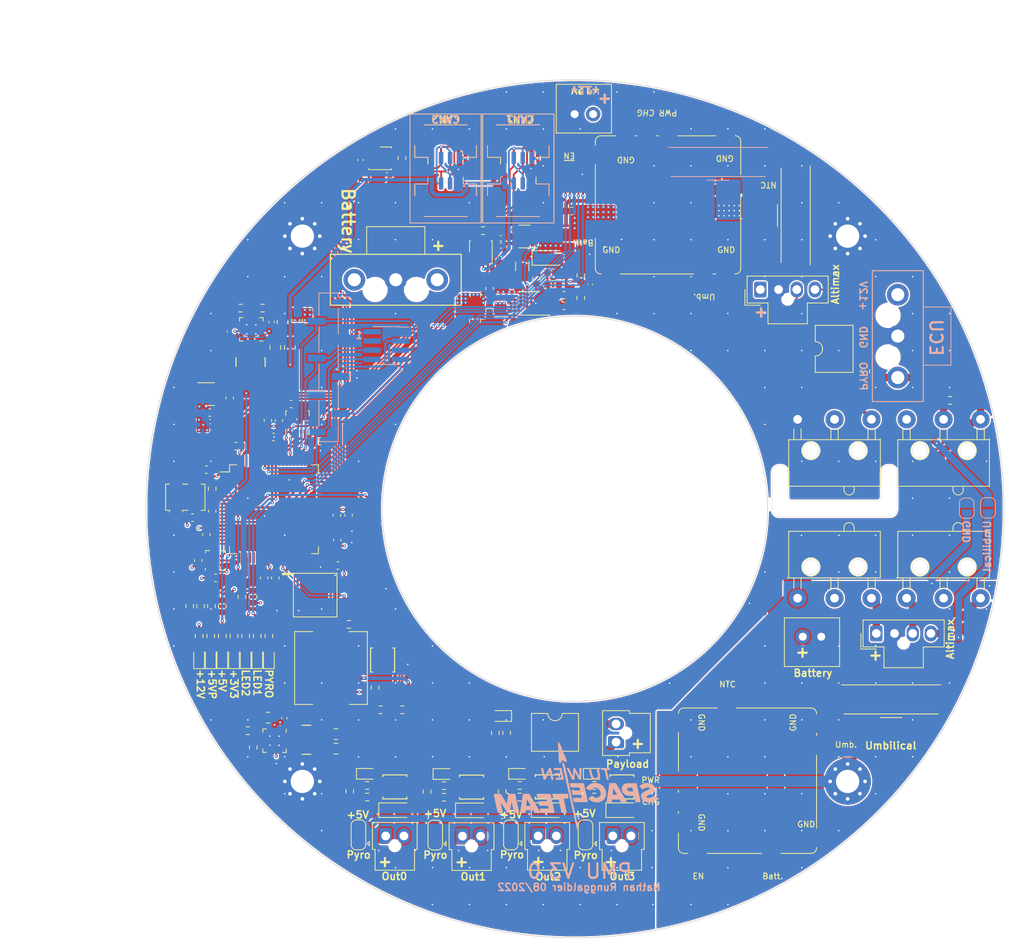
<source format=kicad_pcb>
(kicad_pcb (version 20211014) (generator pcbnew)
  (layers (0 "F.Cu" signal) (1 "In1.Cu" signal) (2 "In2.Cu" signal) (31 "B.Cu" signal) (34 "B.Paste" user) (35 "F.Paste" user) (36 "B.SilkS" user "B.Silkscreen") (37 "F.SilkS" user "F.Silkscreen") (38 "B.Mask" user) (39 "F.Mask" user) (44 "Edge.Cuts" user))
  (net 0 "")
  (net 1 "Net-(C15-Pad1)")
  (net 2 "GND")
  (net 3 "Net-(C1-Pad1)")
  (net 4 "+12V")
  (net 5 "Net-(C15-Pad2)")
  (net 6 "+5V")
  (net 7 "/~{ACOK}")
  (net 8 "/~{CHGOK}")
  (net 9 "PYRO")
  (net 10 "Net-(C46-Pad1)")
  (net 11 "Net-(Q1-Pad2)")
  (net 12 "Net-(Q2-Pad3)")
  (net 13 "Net-(Q2-Pad2)")
  (net 14 "Net-(R2-Pad2)")
  (net 15 "Net-(R3-Pad2)")
  (net 16 "Net-(R5-Pad2)")
  (net 17 "Net-(R9-Pad1)")
  (net 19 "/SUPPLY_CURRENT_SENSE")
  (net 20 "+3V3")
  (net 21 "/Vcharge1")
  (net 22 "/Vin")
  (net 23 "Net-(D3-Pad2)")
  (net 24 "Net-(Q5-Pad1)")
  (net 25 "Net-(Q6-Pad1)")
  (net 26 "+BATT")
  (net 27 "/NRST")
  (net 28 "Net-(C40-Pad1)")
  (net 29 "Net-(D2-Pad2)")
  (net 30 "Net-(D7-Pad2)")
  (net 31 "Net-(D9-Pad2)")
  (net 32 "Net-(D10-Pad2)")
  (net 33 "Net-(D11-Pad2)")
  (net 34 "Net-(D12-Pad2)")
  (net 35 "Net-(D13-Pad2)")
  (net 36 "Net-(D14-Pad2)")
  (net 37 "Net-(D15-Pad2)")
  (net 39 "/UART_TX")
  (net 40 "/SWCLK")
  (net 41 "/SWDIO")
  (net 43 "/UART_RX")
  (net 45 "Net-(C46-Pad2)")
  (net 46 "/CAN1_H")
  (net 47 "/CAN1_L")
  (net 48 "/CAN2_H")
  (net 49 "/CAN2_L")
  (net 50 "Net-(LED1-Pad2)")
  (net 51 "Net-(LED2-Pad2)")
  (net 52 "Net-(LS1-Pad2)")
  (net 53 "Net-(Q3-Pad1)")
  (net 54 "/LED1")
  (net 55 "/LED2")
  (net 56 "/12V_Sense")
  (net 57 "/Speaker")
  (net 58 "/5V_Sense")
  (net 59 "+5VP")
  (net 60 "Net-(R31-Pad2)")
  (net 61 "Net-(D16-Pad2)")
  (net 62 "Net-(Q4-Pad1)")
  (net 63 "Net-(R41-Pad1)")
  (net 74 "/HSE_CLK")
  (net 76 "/Payload")
  (net 77 "Net-(J4-Pad1)")
  (net 79 "/BARO_SPI1_NSS")
  (net 80 "/BARO_SPI1_SCK")
  (net 81 "/BARO_SPI1_MISO")
  (net 82 "/BARO_SPI1_MOSI")
  (net 83 "Net-(R43-Pad1)")
  (net 84 "/5VP_Sense")
  (net 89 "/QSPI1_CLK")
  (net 90 "/QSPI1_BK1_NCS")
  (net 91 "/QSPI1_BK1_IO0")
  (net 92 "/QSPI1_BK1_IO1")
  (net 93 "/QSPI1_BK1_IO2")
  (net 94 "/QSPI1_BK1_IO3")
  (net 101 "Net-(J1-Pad1)")
  (net 103 "/~{EN}")
  (net 108 "/CAN1_TX")
  (net 109 "/CAN1_RX")
  (net 110 "/IMU_NSS")
  (net 111 "/IMU_SPI3_SCK")
  (net 112 "/IMU_SPI3_MISO")
  (net 113 "/IMU_SPI3_MOSI")
  (net 114 "/IMU_INT")
  (net 115 "/CAN2_TX")
  (net 116 "/CAN2_RX")
  (net 121 "/BARO_INT")
  (net 122 "Net-(J23-Pad2)")
  (net 123 "Net-(J23-Pad1)")
  (net 126 "Net-(D11-Pad1)")
  (net 127 "Net-(D13-Pad1)")
  (net 128 "Net-(D15-Pad1)")
  (net 129 "Net-(D17-Pad2)")
  (net 130 "Net-(J1-Pad3)")
  (net 131 "Net-(J1-Pad4)")
  (net 132 "Net-(Q7-Pad1)")
  (net 133 "Net-(R17-Pad1)")
  (net 134 "/Out0")
  (net 135 "/Out1")
  (net 136 "/Out2")
  (net 137 "/Out3")
  (net 139 "/GND_Altimax")
  (net 140 "/5V/Input")
  (net 145 "Net-(J7-Pad4)")
  (net 146 "/NTC")
  (net 147 "Net-(R22-Pad2)")
  (net 148 "/Pyro_Sense")
  (net 149 "/Battery_Sense")
  (net 150 "/Vcharge")
  (net 151 "Net-(D25-Pad2)")
  (net 152 "Net-(D18-Pad2)")
  (net 153 "Net-(D18-Pad1)")
  (net 154 "Net-(J7-Pad3)")
  (footprint "TXV_Library_Footprints:D2F_A" (layer "F.Cu") (at 175.7 90.5 180)
    (fp_text reference "SW1" hide)
    (fp_text value "Power_1" hide)
  )
  (footprint "TXV_Library_Footprints:D2F_A1" (layer "F.Cu") (at 175.7 109.5)
    (fp_text reference "SW2" hide)
    (fp_text value "Power_2" hide)
  )
  (footprint "TXV_Library_Footprints:D2F_A" (layer "F.Cu") (at 190.7 90.5 180)
    (fp_text reference "SW3" hide)
    (fp_text value "Pyro_1" hide)
  )
  (footprint "TXV_Library_Footprints:D2F_A1" (layer "F.Cu") (at 190.7 109.5)
    (fp_text reference "SW4" hide)
    (fp_text value "Pyro_2" hide)
  )
  (footprint "MountingHole:MountingHole_3.2mm_M3_Pad_Via" (layer "F.Cu") (at 102.5 62.5)
    (fp_text reference "H4" hide)
    (fp_text value "M3" hide)
  )
  (footprint "MountingHole:MountingHole_3.2mm_M3_Pad_Via" (layer "F.Cu") (at 177.5 62.5)
    (fp_text reference "H2" hide)
    (fp_text value "M3" hide)
  )
  (footprint "MountingHole:MountingHole_3.2mm_M3_Pad_Via" (layer "F.Cu") (at 102.5 137.5)
    (fp_text reference "H3" hide)
    (fp_text value "M3" hide)
  )
  (footprint "Package_SO:VSSOP-10_3x3mm_P0.5mm" (layer "F.Cu") (at 133.65 71.75 180)
    (fp_text reference "U1" hide)
    (fp_text value "LM5069" hide)
  )
  (footprint "Resistor_SMD:R_0603_1608Metric" (layer "F.Cu") (at 128.25 72.7 -90)
    (fp_text reference "R9" hide)
    (fp_text value "47k" hide)
  )
  (footprint "Package_TO_SOT_SMD:SOT-23-5" (layer "F.Cu") (at 133.05 62.55 180)
    (fp_text reference "U2" hide)
    (fp_text value "LMP8640 F" hide)
  )
  (footprint "Capacitor_SMD:C_0603_1608Metric" (layer "F.Cu") (at 128.25 69.7 90)
    (fp_text reference "C1" hide)
    (fp_text value "470n" hide)
  )
  (footprint "Capacitor_SMD:C_0402_1005Metric" (layer "F.Cu") (at 129.65 73.49 -90)
    (fp_text reference "C3" hide)
    (fp_text value "100n" hide)
  )
  (footprint "Capacitor_SMD:C_0805_2012Metric" (layer "F.Cu") (at 126.3 70.6 90)
    (fp_text reference "C4" hide)
    (fp_text value "22u" hide)
  )
  (footprint "Diode_SMD:D_SOD-123F" (layer "F.Cu") (at 136.3 65.5)
    (fp_text reference "D1" hide)
    (fp_text value "30V" hide)
  )
  (footprint "TXV_Library_Footprints:PG_TSDSON-8" (layer "F.Cu") (at 137.285 62.05 180)
    (fp_text reference "Q1" hide)
    (fp_text value "BSZ0905PNSATMA1" hide)
  )
  (footprint "TXV_Library_Footprints:Molex_MegaFit_1x03_Vertical" (layer "F.Cu") (at 115.35 68.5)
    (fp_text reference "J2" hide)
    (fp_text value "Battery" hide)
  )
  (footprint "Resistor_SMD:R_0603_1608Metric" (layer "F.Cu") (at 138.46 70.62 180)
    (fp_text reference "R2" hide)
    (fp_text value "R" hide)
  )
  (footprint "Resistor_SMD:R_0603_1608Metric" (layer "F.Cu") (at 138.46 72.1)
    (fp_text reference "R5" hide)
    (fp_text value "NP" hide)
  )
  (footprint "Resistor_SMD:R_0603_1608Metric" (layer "F.Cu") (at 139.55 59.05 180)
    (fp_text reference "R1" hide)
    (fp_text value "10k" hide)
  )
  (footprint "Resistor_SMD:R_1206_3216Metric" (layer "F.Cu") (at 132.75 66.65 -90)
    (fp_text reference "R6" hide)
    (fp_text value "2m" hide)
  )
  (footprint "TXV_Library_Footprints:PG_TSDSON-8" (layer "F.Cu") (at 130.3 67.9 90)
    (fp_text reference "Q2" hide)
    (fp_text value "BSZ0902NSATMA1" hide)
  )
  (footprint "Resistor_SMD:R_0603_1608Metric" (layer "F.Cu") (at 137 67.55)
    (fp_text reference "R4" hide)
    (fp_text value "R" hide)
  )
  (footprint "Resistor_SMD:R_0603_1608Metric" (layer "F.Cu") (at 134.7 68.3 90)
    (fp_text reference "R7" hide)
    (fp_text value "0R" hide)
  )
  (footprint "Resistor_SMD:R_0603_1608Metric" (layer "F.Cu") (at 137 69.1 180)
    (fp_text reference "R3" hide)
    (fp_text value "R" hide)
  )
  (footprint "Capacitor_SMD:C_0402_1005Metric" (layer "F.Cu") (at 129.8 64.8 180)
    (fp_text reference "C19" hide)
    (fp_text value "100n" hide)
  )
  (footprint "Resistor_SMD:R_0603_1608Metric" (layer "F.Cu") (at 95.75 132.825 -90)
    (fp_text reference "R18" hide)
    (fp_text value "R" hide)
  )
  (footprint "Capacitor_SMD:C_0603_1608Metric" (layer "F.Cu") (at 97.25 109.5 90)
    (fp_text reference "C25" hide)
    (fp_text value "100n" hide)
  )
  (footprint "LED_SMD:LED_0603_1608Metric" (layer "F.Cu") (at 142.6375 136.4525)
    (fp_text reference "D17" hide)
    (fp_text value "OUT" hide)
  )
  (footprint "LED_SMD:LED_0603_1608Metric" (layer "F.Cu") (at 96.3 120.5 90)
    (fp_text reference "LED1" hide)
    (fp_text value "LED_Small_Filled" hide)
  )
  (footprint "Capacitor_SMD:C_0402_1005Metric" (layer "F.Cu") (at 100.025 128.8 90)
    (fp_text reference "C6" hide)
    (fp_text value "100n" hide)
  )
  (footprint "LED_SMD:LED_0603_1608Metric" (layer "F.Cu") (at 121.975 136.48)
    (fp_text reference "D12" hide)
    (fp_text value "OUT" hide)
  )
  (footprint "Resistor_SMD:R_0603_1608Metric" (layer "F.Cu") (at 116.25 127.65 180)
    (fp_text reference "R24" hide)
    (fp_text value "56k" hide)
  )
  (footprint "Resistor_SMD:R_0603_1608Metric" (layer "F.Cu") (at 95.72 112.11 90)
    (fp_text reference "R13" hide)
    (fp_text value "56k" hide)
  )
  (footprint "TXV_Library_Footprints:Piezo_Buzzer" (layer "F.Cu") (at 106.441 121.9 180)
    (fp_text reference "LS1" hide)
    (fp_text value "Speaker" hide)
  )
  (footprint "Resistor_SMD:R_0603_1608Metric" (layer "F.Cu") (at 91.5 117.5 -90)
    (fp_text reference "R45" hide)
    (fp_text value "1k" hide)
  )
  (footprint "Capacitor_SMD:C_0805_2012Metric" (layer "F.Cu") (at 97.775 128.725)
    (fp_text reference "C5" hide)
    (fp_text value "22u" hide)
  )
  (footprint "MountingHole:MountingHole_3.2mm_M3_Pad_Via" (layer "F.Cu") (at 177.5 137.5)
    (fp_text reference "H1" hide)
    (fp_text value "M3" hide)
  )
  (footprint "TXV_Library_Footprints:Molex_Nano-Fit_105309-xx02_1x02_P2.50mm_Vertical" (layer "F.Cu") (at 145.65 132.1 180)
    (fp_text reference "J23" hide)
    (fp_text value "Payload" hide)
  )
  (footprint "TXV_Library_Footprints:Molex_Nano-Fit_105309-xx02_1x02_P2.50mm_Vertical" (layer "F.Cu") (at 145.2 145 90)
    (fp_text reference "J24" hide)
    (fp_text value "Output" hide)
  )
  (footprint "Resistor_SMD:R_0603_1608Metric" (layer "F.Cu") (at 121.975 138.08)
    (fp_text reference "R35" hide)
    (fp_text value "120" hide)
  )
  (footprint "LED_SMD:LED_0603_1608Metric" (layer "F.Cu") (at 132.3715 136.4525)
    (fp_text reference "D14" hide)
    (fp_text value "OUT" hide)
  )
  (footprint "Capacitor_SMD:C_0603_1608Metric" (layer "F.Cu") (at 90.575 109.5125 180)
    (fp_text reference "C41" hide)
    (fp_text value "100n" hide)
  )
  (footprint "Resistor_SMD:R_0603_1608Metric" (layer "F.Cu") (at 112.5 124.6 90)
    (fp_text reference "R16" hide)
    (fp_text value "1k" hide)
  )
  (footprint "TXV_Library_Footprints:PowerPAK_1212-8" (layer "F.Cu") (at 114.917384 138.2525)
    (fp_text reference "Q4" hide)
    (fp_text value "SISA88DN or similar" hide)
  )
  (footprint "Capacitor_SMD:C_0805_2012Metric" (layer "F.Cu") (at 100.78 77.82 -90)
    (fp_text reference "C48" hide)
    (fp_text value "22u" hide)
  )
  (footprint "Capacitor_SMD:C_0402_1005Metric" (layer "F.Cu") (at 98.925 134.7 180)
    (fp_text reference "C15" hide)
    (fp_text value "100n" hide)
  )
  (footprint "Package_TO_SOT_SMD:SOT-23" (layer "F.Cu") (at 89.7636 84.2264)
    (fp_text reference "U7" hide)
    (fp_text value "MCP1700-3302E" hide)
  )
  (footprint "Resistor_SMD:R_0603_1608Metric" (layer "F.Cu") (at 113.25 127.65 180)
    (fp_text reference "R25" hide)
    (fp_text value "10k" hide)
  )
  (footprint "Capacitor_SMD:C_0603_1608Metric" (layer "F.Cu") (at 100.965 85.598)
    (fp_text reference "C40" hide)
    (fp_text value "100n" hide)
  )
  (footprint "TXV_Library_Footprints:WSON-8-8x6mm" (layer "F.Cu") (at 104.2625 111.8725)
    (fp_text reference "U6" hide)
    (fp_text value "W25Q256JV" hide)
  )
  (footprint "Package_DFN_QFN:QFN-16-1EP_3x3mm_P0.5mm_EP1.75x1.75mm_ThermalVias" (layer "F.Cu") (at 98.675 131.9 -90)
    (fp_text reference "U3" hide)
    (fp_text value "TS30041" hide)
  )
  (footprint "Resistor_SMD:R_0603_1608Metric" (layer "F.Cu") (at 119.65 138.9 -90)
    (fp_text reference "R36" hide)
    (fp_text value "10k" hide)
  )
  (footprint "Resistor_SMD:R_0603_1608Metric" (layer "F.Cu") (at 88.3 117.5 -90)
    (fp_text reference "R10" hide)
    (fp_text value "1k" hide)
  )
  (footprint "Resistor_SMD:R_0603_1608Metric" (layer "F.Cu") (at 109.017384 138.8525 -90)
    (fp_text reference "R33" hide)
    (fp_text value "10k" hide)
  )
  (footprint "TXV_Library_Footprints:Molex_Nano-Fit_105309-xx02_1x02_P2.50mm_Vertical" (layer "F.Cu") (at 134.934 145 90)
    (fp_text reference "J22" hide)
    (fp_text value "Output" hide)
  )
  (footprint "Capacitor_SMD:C_0603_1608Metric" (layer "F.Cu") (at 97.7646 87.8586 -90)
    (fp_text reference "C35" hide)
    (fp_text value "100n" hide)
  )
  (footprint "TXV_Library_Footprints:Molex_Nano-Fit_105309-xx02_1x02_P2.50mm_Vertical" (layer "F.Cu") (at 124.525 145.0275 90)
    (fp_text reference "J21" hide)
    (fp_text value "Output" hide)
  )
  (footprint "Package_DIP:SMDIP-4_W9.53mm_Clearance8mm" (layer "F.Cu") (at 175.65 78 90)
    (fp_text reference "U15" hide)
    (fp_text value "SFH617A-1X007T" hide)
  )
  (footprint "Capacitor_SMD:C_0603_1608Metric" (layer "F.Cu") (at 89.3 103.55 90)
    (fp_text reference "C23" hide)
    (fp_text value "100n" hide)
  )
  (footprint "TXV_Library_Footprints:SRN4018TA-4R7M" (layer "F.Cu") (at 103.075 131.775)
    (fp_text reference "L1" hide)
    (fp_text value "4.7u" hide)
  )
  (footprint "TXV_Library_Footprints:SRN4018TA-4R7M" (layer "F.Cu") (at 95.38 79.82 -90)
    (fp_text reference "L3" hide)
    (fp_text value "4.7u" hide)
  )
  (footprint "LED_SMD:LED_0603_1608Metric" (layer "F.Cu") (at 94.7 120.5 90)
    (fp_text reference "LED2" hide)
    (fp_text value "LED_Small_Filled" hide)
  )
  (footprint "Capacitor_SMD:C_0603_1608Metric" (layer "F.Cu") (at 88.175 107.1125 90)
    (fp_text reference "C42" hide)
    (fp_text value "100n" hide)
  )
  (footprint "Resistor_SMD:R_0603_1608Metric" (layer "F.Cu") (at 180 81.1 90)
    (fp_text reference "R22" hide)
    (fp_text value "R" hide)
  )
  (footprint "Resistor_SMD:R_0603_1608Metric" (layer "F.Cu") (at 96.3 117.5 -90)
    (fp_text reference "R11" hide)
    (fp_text value "120" hide)
  )
  (footprint "TXV_Library_Footprints:SOD882D" (layer "F.Cu") (at 89.8144 88.011)
    (fp_text reference "D8" hide)
    (fp_text value "TVS 3V3" hide)
  )
  (footprint "Capacitor_SMD:C_0603_1608Metric" (layer "F.Cu") (at 87.4 101.2125)
    (fp_text reference "C2" hide)
    (fp_text value "100n" hide)
  )
  (footprint "TXV_Library_Footprints:PowerPAK_1212-8" (layer "F.Cu") (at 125.475 138.28)
    (fp_text reference "Q5" hide)
    (fp_text value "SISA88DN or similar" hide)
  )
  (footprint "Capacitor_SMD:C_0603_1608Metric" (layer "F.Cu") (at 92.5068 84.7598 -90)
    (fp_text reference "C31" hide)
    (fp_text value "2u2" hide)
  )
  (footprint "Resistor_SMD:R_0603_1608Metric" (layer "F.Cu") (at 97.05 72.4)
    (fp_text reference "R44" hide)
    (fp_text value "R" hide)
  )
  (footprint "Resistor_SMD:R_0603_1608Metric" (layer "F.Cu") (at 132.384 139.6525)
    (fp_text reference "R40" hide)
    (fp_text value "120" hide)
  )
  (footprint "Connector_JST:JST_GH_BM04B-GHS-TBT_1x04-1MP_P1.25mm_Vertical" (layer "F.Cu") (at 122.2 49.8)
    (fp_text reference "J13" hide)
    (fp_text value "CAN2" hide)
  )
  (footprint "Package_LGA:ST_HLGA-10_2.5x2.5mm_P0.6mm_LayoutBorder3x2y" (layer "F.Cu") (at 90.525 107.1125 90)
    (fp_text reference "U11" hide)
    (fp_text value "LPS25HB" hide)
  )
  (footprint "Resistor_SMD:R_0603_1608Metric" (layer "F.Cu") (at 91.5 113.4 90)
    (fp_text reference "R46" hide)
    (fp_text value "10k" hide)
  )
  (footprint "Capacitor_SMD:C_0402_1005Metric" (layer "F.Cu") (at 110.525 52.025 90)
    (fp_text reference "C38" hide)
    (fp_text value "100n" hide)
  )
  (footprint "Package_DFN_QFN:DFN-8-1EP_3x3mm_P0.65mm_EP1.55x2.4mm" (layer "F.Cu") (at 113.2 51.8)
    (fp_text reference "U9" hide)
    (fp_text value "MCP2562FDx-x_MF" hide)
  )
  (footprint "Capacitor_SMD:C_0603_1608Metric" (layer "F.Cu") (at 107.2525 100.9 90)
    (fp_text reference "C30" hide)
    (fp_text value "100n" hide)
  )
  (footprint "LED_SMD:LED_0603_1608Metric" (layer "F.Cu") (at 91.5 120.4875 90)
    (fp_text reference "D16" hide)
    (fp_text value "5V" hide)
  )
  (footprint "Capacitor_SMD:C_0805_2012Metric" (layer "F.Cu") (at 107.125 131 180)
    (fp_text reference "C16" hide)
    (fp_text value "22u" hide)
  )
  (footprint "Diode_SMD:D_SOD-123F" (layer "F.Cu") (at 125.775 141.48)
    (fp_text reference "D13" hide)
    (fp_text value "Shottky" hide)
  )
  (footprint "TXV_Library_Footprints:Molex_Nano-Fit_105309-xx04_1x04_P2.50mm_Vertical" (layer "F.Cu") (at 165.5 69.8475 90)
    (fp_text reference "J7" hide)
    (fp_text value "Conn_01x04" hide)
  )
  (footprint "Resistor_SMD:R_0603_1608Metric" (layer "F.Cu") (at 121.975 139.68)
    (fp_text reference "R37" hide)
    (fp_text value "120" hide)
  )
  (footprint "Capacitor_SMD:C_0805_2012Metric" (layer "F.Cu") (at 98.78 77.82 -90)
    (fp_text reference "C47" hide)
    (fp_text value "22u" hide)
  )
  (footprint "Jumper:SolderJumper-3_P1.3mm_Open_RoundedPad1.0x1.5mm" (layer "F.Cu") (at 131.184 144.8525 90)
    (fp_text reference "JP6" hide)
    (fp_text value "Jumper_3_Open" hide)
  )
  (footprint "Package_DFN_QFN:QFN-16-1EP_3x3mm_P0.5mm_EP1.75x1.75mm_ThermalVias" (layer "F.Cu") (at 95.48 75.32 180)
    (fp_text reference "U13" hide)
    (fp_text value "TS30041" hide)
  )
  (footprint "Resistor_SMD:R_0603_1608Metric" (layer "F.Cu") (at 90 113.4 -90)
    (fp_text reference "R47" hide)
    (fp_text value "10k" hide)
  )
  (footprint "Resistor_SMD:R_0603_1608Metric" (layer "F.Cu") (at 132.384 138.0525)
    (fp_text reference "R38" hide)
    (fp_text value "120" hide)
  )
  (footprint "TXV_Library_Footprints:Molex_MicroFit_2Pin_Vertical" (layer "F.Cu") (at 183.48 126.72 180)
    (fp_text reference "J5" hide)
    (fp_text value "Umbilical1" hide)
  )
  (footprint "Resistor_SMD:R_0603_1608Metric" (layer "F.Cu") (at 140.25 138.8525 -90)
    (fp_text reference "R48" hide)
    (fp_text value "10k" hide)
  )
  (footprint "Resistor_SMD:R_0603_1608Metric" (layer "F.Cu") (at 108.9 115.9)
    (fp_text reference "R15" hide)
    (fp_text value "120" hide)
  )
  (footprint "Resistor_SMD:R_0603_1608Metric" (layer "F.Cu") (at 93.1 117.5 -90)
    (fp_text reference "R30" hide)
    (fp_text value "120" hide)
  )
  (footprint "Resistor_SMD:R_0603_1608Metric" (layer "F.Cu") (at 90.1 97.25 -90)
    (fp_text reference "R8" hide)
    (fp_text value "10k" hide)
  )
  (footprint "Capacitor_SMD:C_0603_1608Metric" (layer "F.Cu") (at 89.7636 86.7664)
    (fp_text reference "C36" hide)
    (fp_text value "2u2" hide)
  )
  (footprint "Resistor_SMD:R_0603_1608Metric" (layer "F.Cu") (at 97.9 117.5 -90)
    (fp_text reference "R23" hide)
    (fp_text value "1k" hide)
  )
  (footprint "LED_SMD:LED_0603_1608Metric" (layer "F.Cu") (at 93.1 120.5 90)
    (fp_text reference "D9" hide)
    (fp_text value "3V3" hide)
  )
  (footprint "TXV_Library_Footprints:Molex_MicroFit_2Pin_Vertical" (layer "F.Cu") (at 169.85 59.65 90)
    (fp_text reference "J28" hide)
    (fp_text value "Umbilical0" hide)
  )
  (footprint "Resistor_SMD:R_0603_1608Metric" (layer "F.Cu") (at 142.65 138.0525)
    (fp_text reference "R42" hide)
    (fp_text value "120" hide)
  )
  (footprint "Capacitor_SMD:C_0402_1005Metric" (layer "F.Cu") (at 129.8 62.8)
    (fp_text reference "C32" hide)
    (fp_text value "100n" hide)
  )
  (footprint "TXV_Library_Footprints:PowerPAK_1212-8" (layer "F.Cu") (at 113.541 120.5 -90)
    (fp_text reference "Q3" hide)
    (fp_text value "SISA88DN or similar" hide)
  )
  (footprint "Capacitor_SMD:C_0402_1005Metric" (layer "F.Cu") (at 92.53 75.62 90)
    (fp_text reference "C46" hide)
    (fp_text value "100n" hide)
  )
  (footprint "TXV_Library_Footprints:Molex_SL_1x2_Vertical" (layer "F.Cu") (at 141.224 45.72)
    (fp_text reference "J25" hide)
    (fp_text value "RCU" hide)
  )
  (footprint "LED_SMD:LED_0603_1608Metric" (layer "F.Cu") (at 129.8 128.5 180)
    (fp_text reference "D25" hide)
    (fp_text value "Payload" hide)
  )
  (footprint "Jumper:SolderJumper-3_P1.3mm_Open_RoundedPad1.0x1.5mm" (layer "F.Cu") (at 110.217384 144.8525 90)
    (fp_text reference "JP4" hide)
    (fp_text value "Jumper_3_Open" hide)
  )
  (footprint "Package_QFP:LQFP-80_12x12mm_P0.5mm" (layer "F.Cu") (at 98.6 100.0625)
    (fp_text reference "U5" hide)
    (fp_text value "STM32G491MET6-LQFP80" hide)
  )
  (footprint "Capacitor_SMD:C_0805_2012Metric" (layer "F.Cu") (at 107.125 133 180)
    (fp_text reference "C17" hide)
    (fp_text value "22u" hide)
  )
  (footprint "LED_SMD:LED_0603_1608Metric" (layer "F.Cu") (at 97.9 120.50625 90)
    (fp_text reference "D3" hide)
    (fp_text value "Pyro" hide)
  )
  (footprint "Jumper:SolderJumper-3_P1.3mm_Open_RoundedPad1.0x1.5mm" (layer "F.Cu") (at 141.45 144.8525 90)
    (fp_text reference "JP7" hide)
    (fp_text value "Jumper_3_Open" hide)
  )
  (footprint "TXV_Library_Footprints:PowerPAK_1212-8" (layer "F.Cu") (at 135.884 138.2525)
    (fp_text reference "Q6" hide)
    (fp_text value "SISA88DN or similar" hide)
  )
  (footprint "TXV_Library_Footprints:LiIon_Charger_Footprint" (layer "F.Cu") (at 142.8 67.7 90)
    (fp_text reference "U4" hide)
    (fp_text value "LiIon_Charger" hide)
  )
  (footprint "TXV_Library_Footprints:PowerPAK_1212-8" (layer "F.Cu") (at 146.15 138.2525)
    (fp_text reference "Q7" hide)
    (fp_text value "SISA88DN or similar" hide)
  )
  (footprint "Capacitor_SMD:C_0603_1608Metric" (layer "F.Cu") (at 108.8525 100.9 90)
    (fp_text reference "C22" hide)
    (fp_text value "2u2" hide)
  )
  (footprint "Resistor_SMD:R_0603_1608Metric" (layer "F.Cu") (at 130.6 130.825 90)
    (fp_text reference "R31" hide)
    (fp_text value "R" hide)
  )
  (footprint "Capacitor_SMD:C_0603_1608Metric" (layer "F.Cu") (at 98.78 109.5 90)
    (fp_text reference "C26" hide)
    (fp_text value "100n" hide)
  )
  (footprint "Diode_SMD:D_SOD-123F" (layer "F.Cu") (at 146.45 141.4525)
    (fp_text reference "D18" hide)
    (fp_text value "Shottky" hide)
  )
  (footprint "Resistor_SMD:R_0603_1608Metric" (layer "F.Cu") (at 116.2 51.8 -90)
    (fp_text reference "R29" hide)
    (fp_text value "120" hide)
  )
  (footprint "Resistor_SMD:R_0603_1608Metric" (layer "F.Cu") (at 95 130.525 180)
    (fp_text reference "R17" hide)
    (fp_text value "R" hide)
  )
  (footprint "Capacitor_SMD:C_0603_1608Metric" (layer "F.Cu") (at 93.34 91.39)
    (fp_text reference "C21" hide)
    (fp_text value "100n" hide)
  )
  (footprint "Capacitor_SMD:C_0402_1005Metric" (layer "F.Cu") (at 129.8 63.8 180)
    (fp_text reference "C37" hide)
    (fp_text value "100n" hide)
  )
  (footprint "Diode_SMD:D_SOD-123F" (layer "F.Cu") (at 115.217384 141.4525)
    (fp_text reference "D11" hide)
    (fp_text value "Shottky" hide)
  )
  (footprint "TXV_Library_Footprints:SOD882D" (layer "F.Cu") (at 142.1 69.15 -90)
    (fp_text reference "D4" hide)
    (fp_text value "TVS 3V3" hide)
  )
  (footprint "LED_SMD:LED_0603_1608Metric" (layer "F.Cu") (at 111.417384 136.4525)
    (fp_text reference "D10" hide)
    (fp_text value "OUT" hide)
  )
  (footprint "Connector_JST:JST_GH_BM04B-GHS-TBT_1x04-1MP_P1.25mm_Vertical" (layer "F.Cu") (at 122.2 57.2 180)
    (fp_text reference "J15" hide)
    (fp_text value "CAN2" hide)
  )
  (footprint "Resistor_SMD:R_0805_2012Metric_Pad1.20x1.40mm_HandSolder" (layer "F.Cu") (at 101.78 74.12 -90)
    (fp_text reference "F1" hide)
    (fp_text value "Fuse_Small" hide)
  )
  (footprint "Resistor_SMD:R_0603_1608Metric" (layer "F.Cu") (at 129.05 130.825 90)
    (fp_text reference "R56" hide)
    (fp_text value "120" hide)
  )
  (footprint "Connector_JST:JST_GH_BM04B-GHS-TBT_1x04-1MP_P1.25mm_Vertical" (layer "F.Cu") (at 132.2 57.2 180)
    (fp_text reference "J16" hide)
    (fp_text value "CAN1" hide)
  )
  (footprint "Resistor_SMD:R_0603_1608Metric" (layer "F.Cu") (at 89.9 117.5 -90)
    (fp_text reference "R19" hide)
    (fp_text value "1k" hide)
  )
  (footprint "Capacitor_SMD:C_0603_1608Metric" (layer "F.Cu") (at 90.1 100.325 -90)
    (fp_text reference "C20" hide)
    (fp_text value "100n" hide)
  )
  (footprint "Resistor_SMD:R_0603_1608Metric" (layer "F.Cu") (at 127.35 61.75)
    (fp_text reference "R28" hide)
    (fp_text value "120" hide)
  )
  (footprint "TXV_Library_Footprints:Molex_SL_1x2_Vertical" (layer "F.Cu") (at 172.6 117.6 180)
    (fp_text reference "J4" hide)
    (fp_text value "BatteryAltimax" hide)
  )
  (footprint "TXV_Library_Footprints:Molex_Nano-Fit_105309-xx04_1x04_P2.50mm_Vertical" (layer "F.Cu") (at 181.45 117.1475 90)
    (fp_text reference "J1" hide)
    (fp_text value "Conn_01x04" hide)
  )
  (footprint "Resistor_SMD:R_0603_1608Metric" (layer "F.Cu") (at 94 72.4 180)
    (fp_text reference "R43" hide)
    (fp_text value "R" hide)
  )
  (footprint "Package_DIP:SMDIP-4_W9.53mm_Clearance8mm" (layer "F.Cu") (at 137.25 130.75)
    (fp_text reference "U12" hide)
    (fp_text value "SFH617A-1X007T" hide)
  )
  (footprint "Capacitor_SMD:C_0805_2012Metric" (layer "F.Cu") (at 99.78 74.32 -90)
    (fp_text reference "C44" hide)
    (fp_text value "22u" hide)
  )
  (footprint "Resistor_SMD:R_0603_1608Metric" (layer "F.Cu") (at 87 113.4 -90)
    (fp_text reference "R21" hide)
    (fp_text value "10k" hide)
  )
  (footprint "Connector_JST:JST_GH_BM04B-GHS-TBT_1x04-1MP_P1.25mm_Vertical" (layer "F.Cu") (at 132.2 49.8)
    (fp_text reference "J14" hide)
    (fp_text value "CAN1" hide)
  )
  (footprint "Package_DFN_QFN:DFN-8-1EP_3x3mm_P0.65mm_EP1.55x2.4mm" (layer "F.Cu") (at 127.05 64.7 90)
    (fp_text reference "U8" hide)
    (fp_text value "MCP2562FDx-x_MF" hide)
  )
  (footprint "TXV_Library_Footprints:LiIon_Charger_Footprint" (layer "F.Cu") (at 173.225 147.4 180)
    (fp_text reference "U14" hide)
    (fp_text value "LiIon_Charger" hide)
  )
  (footprint "LED_SMD:LED_0603_1608Metric" (layer "F.Cu") (at 89.9 120.5 90)
    (fp_text reference "D7" hide)
    (fp_text value "5V" hide)
  )
  (footprint "Resistor_SMD:R_0603_1608Metric" (layer "F.Cu") (at 94.2 112.12 -90)
    (fp_text reference "R14" hide)
    (fp_text value "10k" hide)
  )
  (footprint "Resistor_SMD:R_0603_1608Metric" (layer "F.Cu") (at 111.417384 138.0525)
    (fp_text reference "R32" hide)
    (fp_text value "120" hide)
  )
  (footprint "Resistor_SMD:R_0603_1608Metric" (layer "F.Cu") (at 142.65 139.6525)
    (fp_text reference "R49" hide)
    (fp_text value "120" hide)
  )
  (footprint "Capacitor_SMD:C_0603_1608Metric" (layer "F.Cu") (at 107.4 107.8 180)
    (fp_text reference "C27" hide)
    (fp_text value "100n" hide)
  )
  (footprint "Capacitor_SMD:C_0603_1608Metric" (layer "F.Cu") (at 107.3 104.3125 -90)
    (fp_text reference "C24" hide)
    (fp_text value "2u2" hide)
  )
  (footprint "Oscillator:Oscillator_SMD_TXC_7C-4Pin_5.0x3.2mm" (layer "F.Cu") (at 86.4 98.4125)
    (fp_text reference "X1" hide)
    (fp_text value "TXC-7C" hide)
  )
  (footprint "Resistor_SMD:R_0603_1608Metric" (layer "F.Cu") (at 191.6 85.1)
    (fp_text reference "R41" hide)
    (fp_text value "10k" hide)
  )
  (footprint "Resistor_SMD:R_0603_1608Metric" (layer "F.Cu") (at 111.417384 139.6525)
    (fp_text reference "R34" hide)
    (fp_text value "120" hide)
  )
  (footprint "Capacitor_SMD:C_0603_1608Metric" (layer "F.Cu") (at 104.902 90.7034 180)
    (fp_text reference "C28" hide)
    (fp_text value "100n" hide)
  )
  (footprint "Capacitor_SMD:C_0603_1608Metric" (layer "F.Cu") (at 99.2886 87.8586 90)
    (fp_text reference "C39" hide)
    (fp_text value "10n" hide)
  )
  (footprint "Diode_SMD:D_SOD-123F" (layer "F.Cu") (at 136.184 141.4525)
    (fp_text reference "D15" hide)
    (fp_text value "Shottky" hide)
  )
  (footprint "Capacitor_SMD:C_0402_1005Metric" (layer "F.Cu") (at 98.28 74.32 90)
    (fp_text reference "C45" hide)
    (fp_text value "100n" hide)
  )
  (footprint "Jumper:SolderJumper-3_P1.3mm_Open_RoundedPad1.0x1.5mm" (layer "F.Cu") (at 120.775 144.88 90)
    (fp_text reference "JP5" hide)
    (fp_text value "Jumper_3_Open" hide)
  )
  (footprint "Capacitor_SMD:C_0402_1005Metric" (layer "F.Cu") (at 114.15 54.125 180)
    (fp_text reference "C33" hide)
    (fp_text value "100n" hide)
  )
  (footprint "Resistor_SMD:R_0603_1608Metric" (layer "F.Cu") (at 94.7 117.5 -90)
    (fp_text reference "R12" hide)
    (fp_text value "120" hide)
  )
  (footprint "LED_SMD:LED_0603_1608Metric" (layer "F.Cu") (at 88.3 120.5 90)
    (fp_text reference "D2" hide)
    (fp_text value "VIN" hide)
  )
  (footprint "Capacitor_SMD:C_0805_2012Metric" (layer "F.Cu") (at 126.25 74.15 -90)
    (fp_text reference "C43" hide)
    (fp_text value "22u" hide)
  )
  (footprint "Capacitor_SMD:C_0603_1608Metric" (layer "F.Cu") (at 89.3 94.6125)
    (fp_text reference "C29" hide)
    (fp_text value "100n" hide)
  )
  (footprint "TXV_Library_Footprints:Molex_Nano-Fit_105309-xx02_1x02_P2.50mm_Vertical" (layer "F.Cu") (at 113.967384 145 90)
    (fp_text reference "J20" hide)
    (fp_text value "Output" hide)
  )
  (footprint "Resistor_SMD:R_0603_1608Metric" (layer "F.Cu") (at 140.8 67.9 90)
    (fp_text reference "R26" hide)
    (fp_text value "10k" hide)
  )
  (footprint "Capacitor_SMD:C_0603_1608Metric" (layer "F.Cu") (at 98.5266 90.1192 180)
    (fp_text reference "C34" hide)
    (fp_text value "2u2" hide)
  )
  (footprint "Resistor_SMD:R_0603_1608Metric" (layer "F.Cu") (at 88.5 113.4 90)
    (fp_text reference "R20" hide)
    (fp_text value "10k" hide)
  )
  (footprint "Resistor_SMD:R_0603_1608Metric" (layer "F.Cu") (at 129.984 138.8525 -90)
    (fp_text reference "R39" hide)
    (fp_text value "10k" hide)
  )
  (footprint "Resistor_SMD:R_0603_1608Metric" (layer "F.Cu") (at 140.8 71 90)
    (fp_text reference "R27" hide)
    (fp_text value "56k" hide)
  )
  (footprint "Package_LGA:LGA-16_3x3mm_P0.5mm_LayoutBorder3x5y" (layer "F.Cu") (at 101.8286 88.138 90)
    (fp_text reference "U10" hide)
    (fp_text value "ICM-20602" hide)
  )
  (footprint "TXV_Library_Footprints:ST_Logo_new" (layer "B.Cu") (at 140.1 138.1 180)
    (fp_text reference "G1" hide)
    (fp_text value "SpaceTeam_LOGO" hide)
  )
  (footprint "TXV_Library_Footprints:Molex_MegaFit_1x03_Vertical" (layer "B.Cu") (at 184.4 76.25 90)
    (fp_text reference "J3" hide)
    (fp_text value "Power" hide)
  )
  (footprint "Connector_JST:JST_GH_BM04B-GHS-TBT_1x04-1MP_P1.25mm_Vertical" (layer "B.Cu") (at 122.2 49.8 180)
    (fp_text reference "J19" hide)
    (fp_text value "CAN2" hide)
  )
  (footprint "Connector_JST:JST_GH_BM04B-GHS-TBT_1x04-1MP_P1.25mm_Vertical" (layer "B.Cu") (at 132.2 57.2)
    (fp_text reference "J12" hide)
    (fp_text value "CAN1" hide)
  )
  (footprint "Jumper:SolderJumper-2_P1.3mm_Open_RoundedPad1.0x1.5mm" (layer "B.Cu") (at 196.8 99.875 -90)
    (fp_text reference "JP2" hide)
    (fp_text value "Jumper_2_Open" hide)
  )
  (footprint "Connector_JST:JST_GH_BM04B-GHS-TBT_1x04-1MP_P1.25mm_Vertical" (layer "B.Cu") (at 132.2 49.8 180)
    (fp_text reference "J18" hide)
    (fp_text value "CAN1" hide)
  )
  (footprint "Connector_JST:JST_GH_BM04B-GHS-TBT_1x04-1MP_P1.25mm_Vertical" (layer "B.Cu") (at 122.2 57.2)
    (fp_text reference "J17" hide)
    (fp_text value "CAN2" hide)
  )
  (footprint "Jumper:SolderJumper-2_P1.3mm_Open_RoundedPad1.0x1.5mm" (layer "B.Cu") (at 193.875 99.925 -90)
    (fp_text reference "JP3" hide)
    (fp_text value "Jumper_2_Open" hide)
  )
  (footprint "Connector_PinHeader_1.27mm:PinHeader_2x04_P1.27mm_Vertical_SMD" (layer "B.Cu") (at 114.05 77.55 180)
    (fp_text reference "J10" hide)
    (fp_text value "Debug" hide)
  )
  (footprint "Connector_PinHeader_2.54mm:PinHeader_1x08_P2.54mm_Vertical_SMD_Pin1Left" (layer "B.Cu") (at 106.11 80.54 180)
    (fp_text reference "J9" hide)
    (fp_text value "Debug" hide)
  )
  (footprint "TXV_Library_Footprints:Molex_MicroFit_2Pin_Vertical" (layer "B.Cu") (at 159.7 52.8)
    (fp_text reference "J27" hide)
    (fp_text value "Umbilical0" hide)
  )
  (gr_rect (start 117.3 60.7) (end 127.1 45.7) (layer "B.SilkS") (width 0.12) (fill none))
  (gr_rect (start 137.1 60.7) (end 127.3 45.7) (layer "B.SilkS") (width 0.12) (fill none))
  (gr_rect (start 127.1 45.7) (end 117.3 60.7) (layer "F.SilkS") (width 0.12) (fill none))
  (gr_rect (start 127.3 45.7) (end 137.1 60.7) (layer "F.SilkS") (width 0.12) (fill none))
  (gr_line locked (start 181.6 98.9) (end 169.8 98.9) (layer "Edge.Cuts") (width 0.05))
  (gr_arc locked (start 184.3 100.1) (mid 184.007107 100.807107) (end 183.3 101.1) (layer "Edge.Cuts") (width 0.05))
  (gr_arc locked (start 183.3 94) (mid 184.007107 94.292893) (end 184.3 95) (layer "Edge.Cuts") (width 0.05))
  (gr_arc locked (start 182.1 95) (mid 182.392893 94.292893) (end 183.1 94) (layer "Edge.Cuts") (width 0.05))
  (gr_arc locked (start 182.1 98.4) (mid 181.953553 98.753553) (end 181.6 98.9) (layer "Edge.Cuts") (width 0.05))
  (gr_arc locked (start 167.1 95) (mid 167.392893 94.292893) (end 168.1 94) (layer "Edge.Cuts") (width 0.05))
  (gr_line locked (start 167.1 95) (end 167.1 100.1) (layer "Edge.Cuts") (width 0.05))
  (gr_line locked (start 168.3 94) (end 168.1 94) (layer "Edge.Cuts") (width 0.05))
  (gr_line locked (start 169.3 98.4) (end 169.3 95) (layer "Edge.Cuts") (width 0.05))
  (gr_arc locked (start 168.3 94) (mid 169.007107 94.292893) (end 169.3 95) (layer "Edge.Cuts") (width 0.05))
  (gr_arc locked (start 168.1 101.1) (mid 167.392893 100.807107) (end 167.1 100.1) (layer "Edge.Cuts") (width 0.05))
  (gr_arc locked (start 169.8 98.9) (mid 169.446447 98.753553) (end 169.3 98.4) (layer "Edge.Cuts") (width 0.05))
  (gr_line locked (start 184.3 100.1) (end 184.3 95) (layer "Edge.Cuts") (width 0.05))
  (gr_line locked (start 183.3 94) (end 183.1 94) (layer "Edge.Cuts") (width 0.05))
  (gr_circle locked (center 140 100) (end 199 100) (layer "Edge.Cuts") (width 0.1) (fill none))
  (gr_line locked (start 182.1 95) (end 182.1 98.4) (layer "Edge.Cuts") (width 0.05))
  (gr_line locked (start 168.1 101.1) (end 183.3 101.1) (layer "Edge.Cuts") (width 0.05))
  (gr_circle locked (center 140 100) (end 166.5 100) (layer "Edge.Cuts") (width 0.1) (fill none))
  (gr_text "+12V" (at 139.2 42.4 180) (layer "B.SilkS") (effects (font (size 1 1) (thickness 0.2)) (justify left mirror)))
  (gr_text "1" (at 110.8964 76.1238) (layer "B.SilkS") (effects (font (size 1 1) (thickness 0.2)) (justify left mirror)))
  (gr_text "Nathan Runggaldier 08/2022" (at 151.9 152.05) (layer "B.SilkS") (effects (font (size 1 1) (thickness 0.2)) (justify left mirror)))
  (gr_text "GND" (at 193.875 101.5 90) (layer "B.SilkS") (effects (font (size 1 1) (thickness 0.2)) (justify left mirror)))
  (gr_text "CAN2" (at 120.1 46.4 180) (layer "B.SilkS") (effects (font (size 1 1) (thickness 0.2)) (justify left mirror)))
  (gr_text "+12V" (at 179.65 72.85 270) (layer "B.SilkS") (effects (font (size 1 1) (thickness 0.2)) (justify left mirror)))
  (gr_text "PMU V3.0" (at 140.65 149.85) (layer "B.SilkS") (effects (font (size 2 2) (thickness 0.3)) (justify mirror)))
  (gr_text "GND" (at 179.65 78.05 270) (layer "B.SilkS") (effects (font (size 1 1) (thickness 0.2)) (justify left mirror)))
  (gr_text "+" (at 165.5 73 90) (layer "B.SilkS") (effects (font (size 1.5 1.5) (thickness 0.3)) (justify mirror)))
  (gr_text "ECU" (at 189.65 76.45 270) (layer "B.SilkS") (effects (font (size 1.7 1.7) (thickness 0.3)) (justify mirror)))
  (gr_text "PYRO" (at 179.65 83.85 270) (layer "B.SilkS") (effects (font (size 1 1) (thickness 0.2)) (justify left mirror)))
  (gr_text "Umbilical" (at 196.7 101.5 90) (layer "B.SilkS") (effects (font (size 1 1) (thickness 0.2)) (justify left mirror)))
  (gr_text "CAN1" (at 130.5 46.4 180) (layer "B.SilkS") (effects (font (size 1 1) (thickness 0.2)) (justify left mirror)))
  (gr_text "+" (at 144.2 43.6 -90) (layer "B.SilkS") (effects (font (size 1.5 1.5) (thickness 0.3))))
  (gr_text "+" (at 165.5 73 90) (layer "F.SilkS") (effects (font (size 1.5 1.5) (thickness 0.3)) (justify mirror)))
  (gr_text "Payload" (at 144.15 135.1) (layer "F.SilkS") (effects (font (size 1 1) (thickness 0.2)) (justify left)))
  (gr_text "+5V" (at 108.467384 142.1) (layer "F.SilkS") (effects (font (size 1 1) (thickness 0.2)) (justify left)))
  (gr_text "Out1" (at 124.15 150.6025) (layer "F.SilkS") (effects (font (size 1 1) (thickness 0.2)) (justify left)))
  (gr_text "+12V" (at 88.5 121.985 270) (layer "F.SilkS") (effects (font (size 1 1) (thickness 0.2)) (justify left)))
  (gr_text "Umbilical" (at 179.79 132.58) (layer "F.SilkS") (effects (font (size 1 1) (thickness 0.2)) (justify left)))
  (gr_text "Out3" (at 144.65 150.5525) (layer "F.SilkS") (effects (font (size 1 1) (thickness 0.2)) (justify left)))
  (gr_text "+" (at 144.2 43.6 -90) (layer "F.SilkS") (effects (font (size 1.5 1.5) (thickness 0.3))))
  (gr_text "CAN2" (at 124.3 46.4 180) (layer "F.SilkS") (effects (font (size 1 1) (thickness 0.2)) (justify left)))
  (gr_text "+5VP" (at 90.1 121.985 270) (layer "F.SilkS") (effects (font (size 1 1) (thickness 0.2)) (justify left)))
  (gr_text "+5V" (at 129.559 142.075) (layer "F.SilkS") (effects (font (size 1 1) (thickness 0.2)) (justify left)))
  (gr_text "Pyro" (at 129.559 147.575) (layer "F.SilkS") (effects (font (size 1 1) (thickness 0.2)) (justify left)))
  (gr_text "+3V3" (at 93.1 121.985 270) (layer "F.SilkS") (effects (font (size 1 1) (thickness 0.2)) (justify left)))
  (gr_text "+5V" (at 91.5 121.9725 270) (layer "F.SilkS") (effects (font (size 1 1) (thickness 0.2)) (justify left)))
  (gr_text "Altimax" (at 175.8 72 90) (layer "F.SilkS") (effects (font (size 1 1) (thickness 0.2)) (justify left)))
  (gr_text "+" (at 148.75 132.35 -90) (layer "F.SilkS") (effects (font (size 1.5 1.5) (thickness 0.3))))
  (gr_text "Out0" (at 113.292384 150.5525) (layer "F.SilkS") (effects (font (size 1 1) (thickness 0.2)) (justify left)))
  (gr_text "+" (at 121.3 63.85 -90) (layer "F.SilkS") (effects (font (size 1.5 1.5) (thickness 0.3))))
  (gr_text "Out2" (at 134.45 150.6) (layer "F.SilkS") (effects (font (size 1 1) (thickness 0.2)) (justify left)))
  (gr_text "+" (at 171.4 119.8 -90) (layer "F.SilkS") (effects (font (size 1.5 1.5) (thickness 0.3))))
  (gr_text "Pyro" (at 139.7 147.6525) (layer "F.SilkS") (effects (font (size 1 1) (thickness 0.2)) (justify left)))
  (gr_text "Altimax" (at 191.6 120.8 90) (layer "F.SilkS") (effects (font (size 1 1) (thickness 0.2)) (justify left)))
  (gr_text "+12V" (at 143.6 42.4 180) (layer "F.SilkS") (effects (font (size 1 1) (thickness 0.2)) (justify left)))
  (gr_text "+5V" (at 139.65 141.9025) (layer "F.SilkS") (effects (font (size 1 1) (thickness 0.2)) (justify left)))
  (gr_text "PYRO" (at 97.9 121.99125 270) (layer "F.SilkS") (effects (font (size 1 1) (thickness 0.2)) (justify left)))
  (gr_text "Pyro" (at 119.025 147.6275) (layer "F.SilkS") (effects (font (size 1 1) (thickness 0.2)) (justify left)))
  (gr_text "LED2" (at 94.7 121.985 270) (layer "F.SilkS") (effects (font (size 1 1) (thickness 0.2)) (justify left)))
  (gr_text "+" (at 181.45 120.2 -90) (layer "F.SilkS") (effects (font (size 1.5 1.5) (thickness 0.3))))
  (gr_text "+" (at 124.525 148.6275 -90) (layer "F.SilkS") (effects (font (size 1.5 1.5) (thickness 0.3))))
  (gr_text "+" (at 145.05 148.6025 270) (layer "F.SilkS") (effects (font (size 1.5 1.5) (thickness 0.3))))
  (gr_text "+" (at 135.059 148.575 -90) (layer "F.SilkS") (effects (font (size 1.5 1.5) (thickness 0.3))))
  (gr_text "+5V" (at 119.1 141.9) (layer "F.SilkS") (effects (font (size 1 1) (thickness 0.2)) (justify left)))
  (gr_text "Pyro" (at 108.467384 147.6) (layer "F.SilkS") (effects (font (size 1 1) (thickness 0.2)) (justify left)))
  (gr_text "Battery" (at 169.95 122.6) (layer "F.SilkS") (effects (font (size 1 1) (thickness 0.2)) (justify left)))
  (gr_text "CAN1" (at 134.5 46.4 180) (layer "F.SilkS") (effects (font (size 1 1) (thickness 0.2)) (justify left)))
  (gr_text "LED1" (at 96.3 121.9725 270) (layer "F.SilkS") (effects (font (size 1 1) (thickness 0.2)) (justify left)))
  (gr_text "+" (at 113.967384 148.6 -90) (layer "F.SilkS") (effects (font (size 1.5 1.5) (thickness 0.3))))
  (gr_text "Battery" (at 108.8 60.4 270) (layer "F.SilkS") (effects (font (size 1.7 1.7) (thickness 0.3))))
  (segment (start 99.425 134.68) (end 99.405 134.7) (width 0.25) (layer "F.Cu") (net 1))
  (segment (start 99.425 133.3625) (end 99.425 134.68) (width 0.25) (layer "F.Cu") (net 1))
  (via (at 100.076 68.072) (size 0.46) (drill 0.2) (layers "F.Cu" "B.Cu") (net 2))
  (via (at 110.24 118.86) (size 0.46) (drill 0.2) (layers "F.Cu" "B.Cu") (net 2))
  (via (at 100.076 139.192) (size 0.46) (drill 0.2) (layers "F.Cu" "B.Cu") (net 2))
  (via (at 140.716 42.672) (size 0.46) (drill 0.2) (layers "F.Cu" "B.Cu") (net 2))
  (via (at 150.876 52.832) (size 0.46) (drill 0.2) (layers "F.Cu" "B.Cu") (net 2))
  (via (at 171.196 68.072) (size 0.46) (drill 0.2) (layers "F.Cu" "B.Cu") (net 2))
  (via (at 135.636 52.832) (size 0.46) (drill 0.2) (layers "F.Cu" "B.Cu") (net 2))
  (via (at 105.156 83.312) (size 0.46) (drill 0.2) (layers "F.Cu" "B.Cu") (net 2))
  (via (at 115.32 149.35) (size 0.46) (drill 0.2) (layers "F.Cu" "B.Cu") (net 2))
  (via (at 105.156 139.192) (size 0.46) (drill 0.2) (layers "F.Cu" "B.Cu") (net 2))
  (via (at 150.6 139.2) (size 0.46) (drill 0.2) (layers "F.Cu" "B.Cu") (net 2))
  (via (at 97.3 100.975) (size 0.46) (drill 0.2) (layers "F.Cu" "B.Cu") (net 2))
  (via (at 101.75 87.7) (size 0.46) (drill 0.2) (layers "F.Cu" "B.Cu") (net 2))
  (via (at 135 147) (size 0.46) (drill 0.2) (layers "F.Cu" "B.Cu") (net 2))
  (via (at 99 114) (size 0.46) (drill 0.2) (layers "F.Cu" "B.Cu") (net 2))
  (via (at 135.65 57.9) (size 0.46) (drill 0.2) (layers "F.Cu" "B.Cu") (net 2))
  (via (at 155.95 73.15) (size 0.46) (drill 0.2) (layers "F.Cu" "B.Cu") (net 2))
  (via (at 181.35 103.65) (size 0.46) (drill 0.2) (layers "F.Cu" "B.Cu") (net 2))
  (via (at 135.65 47.78) (size 0.46) (drill 0.2) (layers "F.Cu" "B.Cu") (net 2))
  (via (at 125.476 47.752) (size 0.46) (drill 0.2) (layers "F.Cu" "B.Cu") (net 2))
  (via (at 105 92) (size 0.46) (drill 0.2) (layers "F.Cu" "B.Cu") (net 2))
  (via (at 196.596 93.472) (size 0.46) (drill 0.2) (layers "F.Cu" "B.Cu") (net 2))
  (via (at 138 147) (size 0.46) (drill 0.2) (layers "F.Cu" "B.Cu") (net 2))
  (via (at 110.236 93.472) (size 0.46) (drill 0.2) (layers "F.Cu" "B.Cu") (net 2))
  (via (at 84.836 108.712) (size 0.46) (drill 0.2) (layers "F.Cu" "B.Cu") (net 2))
  (via (at 89.916 73.152) (size 0.46) (drill 0.2) (layers "F.Cu" "B.Cu") (net 2))
  (via (at 186.436 93.472) (size 0.46) (drill 0.2) (layers "F.Cu" "B.Cu") (net 2))
  (via (at 166.116 88.392) (size 0.46) (drill 0.2) (layers "F.Cu" "B.Cu") (net 2))
  (via (at 128 147) (size 0.46) (drill 0.2) (layers "F.Cu" "B.Cu") (net 2))
  (via (at 89.916 93.472) (size 0.46) (drill 0.2) (layers "F.Cu" "B.Cu") (net 2))
  (via (at 117 121.4) (size 0.46) (drill 0.2) (layers "F.Cu" "B.Cu") (net 2))
  (via (at 130.556 154.432) (size 0.46) (drill 0.2) (layers "F.Cu" "B.Cu") (net 2))
  (via (at 135.77 134.1) (size 0.46) (drill 0.2) (layers "F.Cu" "B.Cu") (net 2))
  (via (at 166.116 78.232) (size 0.46) (drill 0.2) (layers "F.Cu" "B.Cu") (net 2))
  (via (at 150.876 42.672) (size 0.46) (drill 0.2) (layers "F.Cu" "B.Cu") (net 2))
  (via (at 115.316 57.912) (size 0.46) (drill 0.2) (layers "F.Cu" "B.Cu") (net 2))
  (via (at 123.952 53.34) (size 0.46) (drill 0.2) (layers "F.Cu" "B.Cu") (net 2))
  (via (at 181.356 62.992) (size 0.46) (drill 0.2) (layers "F.Cu" "B.Cu") (net 2))
  (via (at 176.27 68.05) (size 0.46) (drill 0.2) (layers "F.Cu" "B.Cu") (net 2))
  (via (at 140.716 154.432) (size 0.46) (drill 0.2) (layers "F.Cu" "B.Cu") (net 2))
  (via (at 115.316 113.792) (size 0.46) (drill 0.2) (layers "F.Cu" "B.Cu") (net 2))
  (via (at 105.156 78.232) (size 0.46) (drill 0.2) (layers "F.Cu" "B.Cu") (net 2))
  (via (at 100.076 118.872) (size 0.46) (drill 0.2) (layers "F.Cu" "B.Cu") (net 2))
  (via (at 130.55 134.13) (size 0.46) (drill 0.2) (layers "F.Cu" "B.Cu") (net 2))
  (via (at 176.276 93.472) (size 0.46) (drill 0.2) (layers "F.Cu" "B.Cu") (net 2))
  (via (at 107.2 80.8) (size 0.46) (drill 0.2) (layers "F.Cu" "B.Cu") (net 2))
  (via (at 120.396 47.752) (size 0.46) (drill 0.2) (layers "F.Cu" "B.Cu") (net 2))
  (via (at 120.4 149.35) (size 0.46) (drill 0.2) (layers "F.Cu" "B.Cu") (net 2))
  (via (at 150.87 68.07) (size 0.46) (drill 0.2) (layers "F.Cu" "B.Cu") (net 2))
  (via (at 164 113) (size 0.46) (drill 0.2) (layers "F.Cu" "B.Cu") (net 2))
  (via (at 186.436 83.312) (size 0.46) (drill 0.2) (layers "F.Cu" "B.Cu") (net 2))
  (via (at 191.516 103.632) (size 0.46) (drill 0.2) (layers "F.Cu" "B.Cu") (net 2))
  (via (at 130.75 139.15) (size 0.46) (drill 0.2) (layers "F.Cu" "B.Cu") (net 2))
  (via (at 146.4 62.95) (size 0.46) (drill 0.2) (layers "F.Cu" "B.Cu") (net 2))
  (via (at 110.224 62.968) (size 0.46) (drill 0.2) (layers "F.Cu" "B.Cu") (net 2))
  (via (at 115.316 73.152) (size 0.46) (drill 0.2) (layers "F.Cu" "B.Cu") (net 2))
  (via (at 140.72 149.35) (size 0.46) (drill 0.2) (layers "F.Cu" "B.Cu") (net 2))
  (via (at 191.516 108.712) (size 0.46) (drill 0.2) (layers "F.Cu" "B.Cu") (net 2))
  (via (at 95 129.03) (size 0.46) (drill 0.2) (layers "F.Cu" "B.Cu") (net 2))
  (via (at 191.516 83.312) (size 0.46) (drill 0.2) (layers "F.Cu" "B.Cu") (net 2))
  (via (at 84.836 103.632) (size 0.46) (drill 0.2) (layers "F.Cu" "B.Cu") (net 2))
  (via (at 161.036 62.992) (size 0.46) (drill 0.2) (layers "F.Cu" "B.Cu") (net 2))
  (via (at 138.176 66.802) (size 0.46) (drill 0.2) (layers "F.Cu" "B.Cu") (net 2))
  (via (at 89.916 113.792) (size 0.46) (drill 0.2) (layers "F.Cu" "B.Cu") (net 2))
  (via (at 181.356 83.312) (size 0.46) (drill 0.2) (layers "F.Cu" "B.Cu") (net 2))
  (via (at 115.316 88.392) (size 0.46) (drill 0.2) (layers "F.Cu" "B.Cu") (net 2))
  (via (at 135.65 149.35) (size 0.46) (drill 0.2) (layers "F.Cu" "B.Cu") (net 2))
  (via (at 150.6 137.5) (size 0.46) (drill 0.2) (layers "F.Cu" "B.Cu") (net 2))
  (via (at 120.4 134.1) (size 0.46) (drill 0.2) (layers "F.Cu" "B.Cu") (net 2))
  (via (at 100.076 134.112) (size 0.46) (drill 0.2) (layers "F.Cu" "B.Cu") (net 2))
  (via (at 105.156 88.392) (size 0.46) (drill 0.2) (layers "F.Cu" "B.Cu") (net 2))
  (via (at 94.996 68.072) (size 0.46) (drill 0.2) (layers "F.Cu" "B.Cu") (net 2))
  (via (at 150.6 149.35) (size 0.46) (drill 0.2) (layers "F.Cu" "B.Cu") (net 2))
  (via (at 142 65) (size 0.46) (drill 0.2) (layers "F.Cu" "B.Cu") (net 2))
  (via (at 105.156 123.952) (size 0.46) (drill 0.2) (layers "F.Cu" "B.Cu") (net 2))
  (via (at 133.925 53.2) (size 0.46) (drill 0.2) (layers "F.Cu" "B.Cu") (net 2))
  (via (at 107.01 109.14) (size 0.46) (drill 0.2) (layers "F.Cu" "B.Cu") (net 2))
  (via (at 161.025 78.225) (size 0.46) (drill 0.2) (layers "F.Cu" "B.Cu") (net 2))
  (via (at 125.476 123.952) (size 0.46) (drill 0.2) (layers "F.Cu" "B.Cu") (net 2))
  (via (at 110.25 123.95) (size 0.46) (drill 0.2) (layers "F.Cu" "B.Cu") (net 2))
  (via (at 135.636 154.432) (size 0.46) (drill 0.2) (layers "F.Cu" "B.Cu") (net 2))
  (via (at 171.196 93.472) (size 0.46) (drill 0.2) (layers "F.Cu" "B.Cu") (net 2))
  (via (at 120.396 62.992) (size 0.46) (drill 0.2) (layers "F.Cu" "B.Cu") (net 2))
  (via (at 89.916 129.032) (size 0.46) (drill 0.2) (layers "F.Cu" "B.Cu") (net 2))
  (via (at 155.956 62.992) (size 0.46) (drill 0.2) (layers "F.Cu" "B.Cu") (net 2))
  (via (at 191.516 78.232) (size 0.46) (drill 0.2) (layers "F.Cu" "B.Cu") (net 2))
  (via (at 145.796 42.672) (size 0.46) (drill 0.2) (layers "F.Cu" "B.Cu") (net 2))
  (via (at 150.876 73.152) (size 0.46) (drill 0.2) (layers "F.Cu" "B.Cu") (net 2))
  (via (at 113 147) (size 0.46) (drill 0.2) (layers "F.Cu" "B.Cu") (net 2))
  (via (at 144 64) (size 0.46) (drill 0.2) (layers "F.Cu" "B.Cu") (net 2))
  (via (at 155.956 57.912) (size 0.46) (drill 0.2) (layers "F.Cu" "B.Cu") (net 2))
  (via (at 120.4 123.95) (size 0.46) (drill 0.2) (layers "F.Cu" "B.Cu") (net 2))
  (via (at 166.116 73.152) (size 0.46) (drill 0.2) (layers "F.Cu" "B.Cu") (net 2))
  (via (at 166.1 68.05) (size 0.46) (drill 0.2) (layers "F.Cu" "B.Cu") (net 2))
  (via (at 109.325 103.1) (size 0.46) (drill 0.2) (layers "F.Cu" "B.Cu") (net 2))
  (via (at 186.436 98.552) (size 0.46) (drill 0.2) (layers "F.Cu" "B.Cu") (net 2))
  (via (at 110.22 129.05) (size 0.46) (drill 0.2) (layers "F.Cu" "B.Cu") (net 2))
  (via (at 84.836 88.392) (size 0.46) (drill 0.2) (layers "F.Cu" "B.Cu") (net 2))
  (via (at 105.156 57.912) (size 0.46) (drill 0.2) (layers "F.Cu" "B.Cu") (net 2))
  (via (at 94.996 98.552) (size 0.46) (drill 0.2) (layers "F.Cu" "B.Cu") (net 2))
  (via (at 171.2 73.15) (size 0.46) (drill 0.2) (layers "F.Cu" "B.Cu") (net 2))
  (via (at 100.076 57.912) (size 0.46) (drill 0.2) (layers "F.Cu" "B.Cu") (net 2))
  (via (at 84.836 118.872) (size 0.46) (drill 0.2) (layers "F.Cu" "B.Cu") (net 2))
  (via (at 89.916 123.952) (size 0.46) (drill 0.2) (layers "F.Cu" "B.Cu") (net 2))
  (via (at 181.356 68.072) (size 0.46) (drill 0.2) (layers "F.Cu" "B.Cu") (net 2))
  (via (at 150.7 154.432) (size 0.46) (drill 0.2) (layers "F.Cu" "B.Cu") (net 2))
  (via (at 110 82) (size 0.46) (drill 0.2) (layers "F.Cu" "B.Cu") (net 2))
  (via (at 140.716 47.752) (size 0.46) (drill 0.2) (layers "F.Cu" "B.Cu") (net 2))
  (via (at 100.076 123.952) (size 0.46) (drill 0.2) (layers "F.Cu" "B.Cu") (net 2))
  (via (at 155.956 78.232) (size 0.46) (drill 0.2) (layers "F.Cu" "B.Cu") (net 2))
  (via (at 84.836 83.312) (size 0.46) (drill 0.2) (layers "F.Cu" "B.Cu") (net 2))
  (via (at 102 114) (size 0.46) (drill 0.2) (layers "F.Cu" "B.Cu") (net 2))
  (via (at 125.476 134.112) (size 0.46) (drill 0.2) (layers "F.Cu" "B.Cu") (net 2))
  (via (at 125.5 149.35) (size 0.46) (drill 0.2) (layers "F.Cu" "B.Cu") (net 2))
  (via (at 105.156 144.272) (size 0.46) (drill 0.2) (layers "F.Cu" "B.Cu") (net 2))
  (via (at 145.796 73.152) (size 0.46) (drill 0.2) (layers "F.Cu" "B.Cu") (net 2))
  (via (at 105.156 113.792) (size 0.46) (drill 0.2) (layers "F.Cu" "B.Cu") (net 2))
  (via (at 171.196 83.312) (size 0.46) (drill 0.2) (layers "F.Cu" "B.Cu") (net 2))
  (via (at 130.556 47.752) (size 0.46) (drill 0.2) (layers "F.Cu" "B.Cu") (net 2))
  (via (at 155.956 68.072) (size 0.46) (drill 0.2) (layers "F.Cu" "B.Cu") (net 2))
  (via (at 115.32 129.05) (size 0.46) (drill 0.2) (layers "F.Cu" "B.Cu") (net 2))
  (via (at 110 81) (size 0.46) (drill 0.2) (layers "F.Cu" "B.Cu") (net 2))
  (via (at 171.196 57.912) (size 0.46) (drill 0.2) (layers "F.Cu" "B.Cu") (net 2))
  (via (at 191.516 98.552) (size 0.46) (drill 0.2) (layers "F.Cu" "B.Cu") (net 2))
  (via (at 84.836 113.792) (size 0.46) (drill 0.2) (layers "F.Cu" "B.Cu") (net 2))
  (via (at 120.396 129.032) (size 0.46) (drill 0.2) (layers "F.Cu" "B.Cu") (net 2))
  (via (at 166.116 47.752) (size 0.46) (drill 0.2) (layers "F.Cu" "B.Cu") (net 2))
  (via (at 125.476 154.432) (size 0.46) (drill 0.2) (layers "F.Cu" "B.Cu") (net 2))
  (via (at 150.876 62.992) (size 0.46) (drill 0.2) (layers "F.Cu" "B.Cu") (net 2))
  (via (at 89.916 78.232) (size 0.46) (drill 0.2) (layers "F.Cu" "B.Cu") (net 2))
  (via (at 100.076 103.632) (size 0.46) (drill 0.2) (layers "F.Cu" "B.Cu") (net 2))
  (via (at 176.276 108.712) (size 0.46) (drill 0.2) (layers "F.Cu" "B.Cu") (net 2))
  (via (at 125.476 129.032) (size 0.46) (drill 0.2) (layers "F.Cu" "B.Cu") (net 2))
  (via (at 124 147) (size 0.46) (drill 0.2) (layers "F.Cu" "B.Cu") (net 2))
  (via (at 130.556 42.672) (size 0.46) (drill 0.2) (layers "F.Cu" "B.Cu") (net 2))
  (via (at 115.3 62.98) (size 0.46) (drill 0.2) (layers "F.Cu" "B.Cu") (net 2))
  (via (at 150.876 57.912) (size 0.46) (drill 0.2) (layers "F.Cu" "B.Cu") (net 2))
  (via (at 171.196 62.992) (size 0.46) (drill 0.2) (layers "F.Cu" "B.Cu") (net 2))
  (via (at 181.356 93.472) (size 0.46) (drill 0.2) (layers "F.Cu" "B.Cu") (net 2))
  (via (at 105.156 68.072) (size 0.46) (drill 0.2) (layers "F.Cu" "B.Cu") (net 2))
  (via (at 153 124) (size 0.46) (drill 0.2) (layers "F.Cu" "B.Cu") (net 2))
  (via (at 176.276 57.912) (size 0.46) (drill 0.2) (layers "F.Cu" "B.Cu") (net 2))
  (via (at 130.55 129.05) (size 0.46) (drill 0.2) (layers "F.Cu" "B.Cu") (net 2))
  (via (at 135.636 129.032) (size 0.46) (drill 0.2) (layers "F.Cu" "B.Cu") (net 2))
  (via (at 145 147) (size 0.46) (drill 0.2) (layers "F.Cu" "B.Cu") (net 2))
  (via (at 191.516 73.152) (size 0.46) (drill 0.2) (layers "F.Cu" "B.Cu") (net 2))
  (via (at 134.6 71.75) (size 0.46) (drill 0.2) (layers "F.Cu" "B.Cu") (net 2))
  (via (at 186.436 73.152) (size 0.46) (drill 0.2) (layers "F.Cu" "B.Cu") (net 2))
  (via (at 145.796 154.432) (size 0.46) (drill 0.2) (layers "F.Cu" "B.Cu") (net 2))
  (via (at 84.836 93.472) (size 0.46) (drill 0.2) (layers "F.Cu" "B.Cu") (net 2))
  (via (at 118 147) (size 0.46) (drill 0.2) (layers "F.Cu" "B.Cu") (net 2))
  (via (at 98.6 90.125) (size 0.46) (drill 0.2) (layers "F.Cu" "B.Cu") (net 2))
  (via (at 166.116 62.992) (size 0.46) (drill 0.2) (layers "F.Cu" "B.Cu") (net 2))
  (via (at 155.956 52.832) (size 0.46) (drill 0.2) (layers "F.Cu" "B.Cu") (net 2))
  (via (at 141.05 139.15) (size 0.46) (drill 0.2) (layers "F.Cu" "B.Cu") (net 2))
  (via (at 137.075 68.15) (size 0.46) (drill 0.2) (layers "F.Cu" "B.Cu") (net 2))
  (via (at 166.116 52.832) (size 0.46) (drill 0.2) (layers "F.Cu" "B.Cu") (net 2))
  (via (at 161.036 52.832) (size 0.46) (drill 0.2) (layers "F.Cu" "B.Cu") (net 2))
  (via (at 176.276 78.232) (size 0.46) (drill 0.2) (layers "F.Cu" "B.Cu") (net 2))
  (via (at 105 108) (size 0.46) (drill 0.2) (layers "F.Cu" "B.Cu") (net 2))
  (via (at 115.316 47.752) (size 0.46) (drill 0.2) (layers "F.Cu" "B.Cu") (net 2))
  (via (at 161.025 73.145) (size 0.46) (drill 0.2) (layers "F.Cu" "B.Cu") (net 2))
  (via (at 166.116 108.712) (size 0.46) (drill 0.2) (layers "F.Cu" "B.Cu") (net 2))
  (via (at 100.7 96.025) (size 0.46) (drill 0.2) (layers "F.Cu" "B.Cu") (net 2))
  (via (at 94.996 62.992) (size 0.46) (drill 0.2) (layers "F.Cu" "B.Cu") (net 2))
  (via (at 155.956 47.752) (size 0.46) (drill 0.2) (layers "F.Cu" "B.Cu") (net 2))
  (via (at 181.356 108.712) (size 0.46) (drill 0.2) (layers "F.Cu" "B.Cu") (net 2))
  (via (at 145.8 149.35) (size 0.46) (drill 0.2) (layers "F.Cu" "B.Cu") (net 2))
  (via (at 120.396 118.872) (size 0.46) (drill 0.2) (layers "F.Cu" "B.Cu") (net 2))
  (via (at 186.436 78.232) (size 0.46) (drill 0.2) (layers "F.Cu" "B.Cu") (net 2))
  (via (at 109.3 104.65) (size 0.46) (drill 0.2) (layers "F.Cu" "B.Cu") (net 2))
  (via (at 171.196 52.832) (size 0.46) (drill 0.2) (layers "F.Cu" "B.Cu") (net 2))
  (via (at 125.476 57.912) (size 0.46) (drill 0.2) (layers "F.Cu" "B.Cu") (net 2))
  (via (at 186.436 103.632) (size 0.46) (drill 0.2) (layers "F.Cu" "B.Cu") (net 2))
  (via (at 135.636 42.672) (size 0.46) (drill 0.2) (layers "F.Cu" "B.Cu") (net 2))
  (via (at 141 54) (size 0.46) (drill 0.2) (layers "F.Cu" "B.Cu") (net 2))
  (via (at 110.22 134.13) (size 0.46) (drill 0.2) (layers "F.Cu" "B.Cu") (net 2))
  (via (at 171.196 78.232) (size 0.46) (drill 0.2) (layers "F.Cu" "B.Cu") (net 2))
  (via (at 130.57 149.35) (size 0.46) (drill 0.2) (layers "F.Cu" "B.Cu") (net 2))
  (via (at 161.036 47.752) (size 0.46) (drill 0.2) (layers "F.Cu" "B.Cu") (net 2))
  (via (at 145.9 134.1) (size 0.46) (drill 0.2) (layers "F.Cu" "B.Cu") (net 2))
  (via (at 171.15 103.65) (size 0.46) (drill 0.2) (layers "F.Cu" "B.Cu") (net 2))
  (via (at 94.996 134.112) (size 0.46) (drill 0.2) (layers "F.Cu" "B.Cu") (net 2))
  (via (at 176.3 103.65) (size 0.46) (drill 0.2) (layers "F.Cu" "B.Cu") (net 2))
  (via (at 114 111) (size 0.46) (drill 0.2) (layers "F.Cu" "B.Cu") (net 2))
  (via (at 105.156 129.032) (size 0.46) (drill 0.2) (layers "F.Cu" "B.Cu") (net 2))
  (via (at 115.32 134.13) (size 0.46) (drill 0.2) (layers "F.Cu" "B.Cu") (net 2))
  (via (at 120.396 154.432) (size 0.46) (drill 0.2) (layers "F.Cu" "B.Cu") (net 2))
  (via (at 166.12 83.325) (size 0.46) (drill 0.2) (layers "F.Cu" "B.Cu") (net 2))
  (via (at 110.22 57.9) (size 0.46) (drill 0.2) (layers "F.Cu" "B.Cu") (net 2))
  (via (at 94.996 123.952) (size 0.46) (drill 0.2) (layers "F.Cu" "B.Cu") (net 2))
  (via (at 115.316 123.952) (size 0.46) (drill 0.2) (layers "F.Cu" "B.Cu") (net 2))
  (via (at 100.076 73.152) (size 0.46) (drill 0.2) (layers "F.Cu" "B.Cu") (net 2))
  (via (at 150.6 144.272) (size 0.46) (drill 0.2) (layers "F.Cu" "B.Cu") (net 2))
  (via (at 186.436 68.072) (size 0.46) (drill 0.2) (layers "F.Cu" "B.Cu") (net 2))
  (segment (start 177.5 137.5) (end 150.85 137.5) (width 1.5) (layer "B.Cu") (net 2))
  (segment (start 131.45 70.75) (end 128.5125 70.75) (width 0.3) (layer "F.Cu") (net 3))
  (segment (start 128.5125 70.75) (end 128.25 70.4875) (width 0.3) (layer "F.Cu") (net 3))
  (segment (start 88.3 116.675) (end 88.3 115.9) (width 0.3) (layer "F.Cu") (net 4))
  (segment (start 112.275 125.2) (end 110.35 125.2) (width 0.3) (layer "F.Cu") (net 4))
  (segment (start 110.35 125.2) (end 107.141 125.2) (width 0.3) (layer "F.Cu") (net 4))
  (segment (start 98.925 130.4375) (end 98.925 130.05) (width 0.25) (layer "F.Cu") (net 4))
  (segment (start 98.425 130.4375) (end 98.425 130.05) (width 0.25) (layer "F.Cu") (net 4))
  (segment (start 98.925 134.05) (end 98.925 133.3625) (width 0.25) (layer "F.Cu") (net 4))
  (segment (start 95.72 112.935) (end 96.735 112.935) (width 0.3) (layer "F.Cu") (net 4))
  (segment (start 112.5 125.425) (end 112.275 125.2) (width 0.3) (layer "F.Cu") (net 4))
  (segment (start 107.141 125.2) (end 106.441 125.9) (width 0.3) (layer "F.Cu") (net 4))
  (segment (start 96.735 112.935) (end 96.75 112.95) (width 0.3) (layer "F.Cu") (net 4))
  (via (at 124.95 71.1) (size 0.46) (drill 0.2) (layers "F.Cu" "B.Cu") (net 4))
  (via (at 130.95 70.15) (size 0.46) (drill 0.2) (layers "F.Cu" "B.Cu") (net 4))
  (via (at 126.6 70.55) (size 0.46) (drill 0.2) (layers "F.Cu" "B.Cu") (net 4))
  (via (at 130.25 71.75) (size 0.46) (drill 0.2) (layers "F.Cu" "B.Cu") (net 4))
  (via (at 98.925 134.05) (size 0.46) (drill 0.2) (layers "F.Cu" "B.Cu") (net 4))
  (via (at 131.7 70.15) (size 0.46) (drill 0.2) (layers "F.Cu" "B.Cu") (net 4))
  (via (at 96.75 112.95) (size 0.46) (drill 0.2) (layers "F.Cu" "B.Cu") (net 4))
  (via (at 126.05 70.55) (size 0.46) (drill 0.2) (layers "F.Cu" "B.Cu") (net 4))
  (via (at 129.15 71.75) (size 0.46) (drill 0.2) (layers "F.Cu" "B.Cu") (net 4))
  (via (at 127.4 71.1) (size 0.46) (drill 0.2) (layers "F.Cu" "B.Cu") (net 4))
  (via (at 99.45 129.375) (size 0.46) (drill 0.2) (layers "F.Cu" "B.Cu") (net 4))
  (via (at 125.5 70.55) (size 0.46) (drill 0.2) (layers "F.Cu" "B.Cu") (net 4))
  (via (at 110.35 125.2) (size 0.46) (drill 0.2) (layers "F.Cu" "B.Cu") (net 4))
  (via (at 98.675 129.725) (size 0.46) (drill 0.2) (layers "F.Cu" "B.Cu") (net 4))
  (via (at 124.4 71.65) (size 0.46) (drill 0.2) (layers "F.Cu" "B.Cu") (net 4))
  (via (at 129.7 71.75) (size 0.46) (drill 0.2) (layers "F.Cu" "B.Cu") (net 4))
  (via (at 123.85 71.65) (size 0.46) (drill 0.2) (layers "F.Cu" "B.Cu") (net 4))
  (via (at 88.3 115.9) (size 0.46) (drill 0.2) (layers "F.Cu" "B.Cu") (net 4))
  (via (at 124.4 71.1) (size 0.46) (drill 0.2) (layers "F.Cu" "B.Cu") (net 4))
  (via (at 130.15 70.15) (size 0.46) (drill 0.2) (layers "F.Cu" "B.Cu") (net 4))
  (via (at 123.85 71.1) (size 0.46) (drill 0.2) (layers "F.Cu" "B.Cu") (net 4))
  (via (at 127.4 71.65) (size 0.46) (drill 0.2) (layers "F.Cu" "B.Cu") (net 4))
  (via (at 129.4 70.15) (size 0.46) (drill 0.2) (layers "F.Cu" "B.Cu") (net 4))
  (via (at 124.95 71.65) (size 0.46) (drill 0.2) (layers "F.Cu" "B.Cu") (net 4))
  (via (at 124.95 70.55) (size 0.46) (drill 0.2) (layers "F.Cu" "B.Cu") (net 4))
  (via (at 132.4 70.15) (size 0.46) (drill 0.2) (layers "F.Cu" "B.Cu") (net 4))
  (via (at 124.4 70.55) (size 0.46) (drill 0.2) (layers "F.Cu" "B.Cu") (net 4))
  (via (at 127.15 70.55) (size 0.46) (drill 0.2) (layers "F.Cu" "B.Cu") (net 4))
  (segment (start 98.425 134.68) (end 98.445 134.7) (width 0.25) (layer "F.Cu") (net 5))
  (segment (start 98.425 133.3625) (end 98.425 134.68) (width 0.25) (layer "F.Cu") (net 5))
  (segment (start 130.8 49.775) (end 133.935 49.775) (width 0.5) (layer "F.Cu") (net 6))
  (segment (start 120.325 50.125) (end 120.325 51.75) (width 0.5) (layer "F.Cu") (net 6))
  (segment (start 130.28 63.8) (end 130.28 64.87) (width 0.5) (layer "F.Cu") (net 6))
  (segment (start 124.075 54.2) (end 124.95 53.325) (width 0.5) (layer "F.Cu") (net 6))
  (segment (start 130.28 64.795) (end 130.285 64.8) (width 0.5) (layer "F.Cu") (net 6))
  (segment (start 124.95 50.85) (end 123.725 49.625) (width 0.5) (layer "F.Cu") (net 6))
  (segment (start 134.075 55.25) (end 134.075 53.975) (width 0.5) (layer "F.Cu") (net 6))
  (segment (start 131.9125 63.5) (end 130.58 63.5) (width 0.4) (layer "F.Cu") (net 6))
  (segment (start 123.725 49.625) (end 120.825 49.625) (width 0.5) (layer "F.Cu") (net 6))
  (segment (start 91.5 116.675) (end 91.5 114.225) (width 0.3) (layer "F.Cu") (net 6))
  (segment (start 130.325 50.25) (end 130.8 49.775) (width 0.5) (layer "F.Cu") (net 6))
  (segment (start 130.58 63.5) (end 130.28 63.8) (width 0.4) (layer "F.Cu") (net 6))
  (segment (start 125.1 55.25) (end 128.45 55.25) (width 0.5) (layer "F.Cu") (net 6))
  (segment (start 110.525 55.055) (end 110.55 55.08) (width 0.5) (layer "F.Cu") (net 6))
  (segment (start 110.525 52.505) (end 110.525 55.055) (width 0.5) (layer "F.Cu") (net 6))
  (segment (start 120.825 49.625) (end 120.325 50.125) (width 0.5) (layer "F.Cu") (net 6))
  (segment (start 130.28 63.8) (end 130.28 64.795) (width 0.5) (layer "F.Cu") (net 6))
  (segment (start 125.1 55.25) (end 124.075 55.25) (width 0.5) (layer "F.Cu") (net 6))
  (segment (start 130.325 53.375) (end 130.325 51.75) (width 0.5) (layer "F.Cu") (net 6))
  (segment (start 130.28 64.87) (end 129.85 65.3) (width 0.5) (layer "F.Cu") (net 6))
  (segment (start 130.325 51.75) (end 130.325 50.25) (width 0.5) (layer "F.Cu") (net 6))
  (segment (start 124.95 53.325) (end 124.95 51.75) (width 0.5) (layer "F.Cu") (net 6))
  (segment (start 127.375 66.25) (end 127.375 66.975) (width 0.2) (layer "F.Cu") (net 6))
  (segment (start 95.38 81.22) (end 92.22 81.22) (width 0.3) (layer "F.Cu") (net 6))
  (segment (start 134.875 50.715) (end 134.875 51.8) (width 0.5) (layer "F.Cu") (net 6))
  (segment (start 133.935 49.775) (end 134.875 50.715) (width 0.5) (layer "F.Cu") (net 6))
  (segment (start 134.075 53.975) (end 134.875 53.175) (width 0.5) (layer "F.Cu") (net 6))
  (segment (start 127.375 66.975) (end 127.4 67) (width 0.2) (layer "F.Cu") (net 6))
  (segment (start 134.875 53.175) (end 134.875 51.8) (width 0.5) (layer "F.Cu") (net 6))
  (segment (start 124.075 55.25) (end 124.075 54.2) (width 0.5) (layer "F.Cu") (net 6))
  (segment (start 110.905 52.125) (end 110.525 52.505) (width 0.3) (layer "F.Cu") (net 6))
  (segment (start 92.3 72.4) (end 93.175 72.4) (width 0.3) (layer "F.Cu") (net 6))
  (segment (start 92.22 81.22) (end 91.95 80.95) (width 0.3) (layer "F.Cu") (net 6))
  (segment (start 128.45 55.25) (end 130.325 53.375) (width 0.5) (layer "F.Cu") (net 6))
  (segment (start 111.65 52.125) (end 110.905 52.125) (width 0.3) (layer "F.Cu") (net 6))
  (segment (start 91.95 80.95) (end 91.95 72.75) (width 0.3) (layer "F.Cu") (net 6))
  (segment (start 124.95 51.75) (end 124.95 50.85) (width 0.5) (layer "F.Cu") (net 6))
  (segment (start 91.95 72.75) (end 92.3 72.4) (width 0.3) (layer "F.Cu") (net 6))
  (via (at 125.1 55.25) (size 0.46) (drill 0.2) (layers "F.Cu" "B.Cu") (net 6))
  (via (at 127.4 67) (size 0.46) (drill 0.2) (layers "F.Cu" "B.Cu") (net 6))
  (via (at 129.85 65.3) (size 0.46) (drill 0.2) (layers "F.Cu" "B.Cu") (net 6))
  (via (at 124.95 51.75) (size 0.46) (drill 0.2) (layers "F.Cu" "B.Cu") (net 6))
  (via (at 110.55 55.08) (size 0.46) (drill 0.2) (layers "F.Cu" "B.Cu") (net 6))
  (via (at 134.875 51.8) (size 0.46) (drill 0.2) (layers "F.Cu" "B.Cu") (net 6))
  (via (at 100.85 80.175) (size 0.46) (drill 0.2) (layers "F.Cu" "B.Cu") (net 6))
  (via (at 94.7928 84.0994) (size 0.46) (drill 0.2) (layers "F.Cu" "B.Cu") (net 6))
  (via (at 91.5 115.4) (size 0.46) (drill 0.2) (layers "F.Cu" "B.Cu") (net 6))
  (segment (start 128.15 67) (end 129.85 65.3) (width 0.5) (layer "B.Cu") (net 6))
  (segment (start 120.325 56.375) (end 120.325 55.25) (width 0.5) (layer "B.Cu") (net 6))
  (segment (start 120.775 56.825) (end 120.325 56.375) (width 0.5) (layer "B.Cu") (net 6))
  (segment (start 125.1 56.15) (end 124.425 56.825) (width 0.5) (layer "B.Cu") (net 6))
  (segment (start 91.470499 115.370499) (end 91.5 115.4) (width 0.3) (layer "B.Cu") (net 6))
  (segment (start 110.89 54.74) (end 120.325 54.74) (width 0.5) (layer "B.Cu") (net 6))
  (segment (start 94.7928 84.0994) (end 94.7928 95.9822) (width 0.3) (layer "B.Cu") (net 6))
  (segment (start 125.1 55.25) (end 125.1 56.15) (width 0.5) (layer "B.Cu") (net 6))
  (segment (start 109.25 56.38) (end 109.25 62.35) (width 0.5) (layer "B.Cu") (net 6))
  (segment (start 134.875 51.8) (end 134.125 51.8) (width 0.5) (layer "B.Cu") (net 6))
  (segment (start 120.325 54.74) (end 120.325 55.25) (width 0.5) (layer "B.Cu") (net 6))
  (segment (start 91.470499 99.304501) (end 91.470499 115.370499) (width 0.3) (layer "B.Cu") (net 6))
  (segment (start 110.55 55.08) (end 110.89 54.74) (width 0.5) (layer "B.Cu") (net 6))
  (segment (start 130.92 64.23) (end 129.85 65.3) (width 0.5) (layer "B.Cu") (net 6))
  (segment (start 94.7928 95.9822) (end 91.470499 99.304501) (width 0.3) (layer "B.Cu") (net 6))
  (segment (start 109.25 62.35) (end 100.85 70.75) (width 0.5) (layer "B.Cu") (net 6))
  (segment (start 127.4 67) (end 128.15 67) (width 0.5) (layer "B.Cu") (net 6))
  (segment (start 124.425 56.825) (end 120.775 56.825) (width 0.5) (layer "B.Cu") (net 6))
  (segment (start 130.325 55.25) (end 125.1 55.25) (width 0.5) (layer "B.Cu") (net 6))
  (segment (start 130.92 55.845) (end 130.92 64.23) (width 0.5) (layer "B.Cu") (net 6))
  (segment (start 130.325 55.25) (end 130.92 55.845) (width 0.5) (layer "B.Cu") (net 6))
  (segment (start 134.125 51.8) (end 134.075 51.75) (width 0.5) (layer "B.Cu") (net 6))
  (segment (start 124.075 51.75) (end 124.95 51.75) (width 0.5) (layer "B.Cu") (net 6))
  (segment (start 100.85 70.75) (end 100.85 80.175) (width 0.5) (layer "B.Cu") (net 6))
  (segment (start 110.55 55.08) (end 109.25 56.38) (width 0.5) (layer "B.Cu") (net 6))
  (segment (start 108.2 96.2) (end 108.2 88.55) (width 0.25) (layer "F.Cu") (net 7))
  (segment (start 107.0875 97.3125) (end 108.2 96.2) (width 0.25) (layer "F.Cu") (net 7))
  (segment (start 152.8332 53.2168) (end 152.8332 48.7) (width 0.25) (layer "F.Cu") (net 7))
  (segment (start 105.2875 97.3125) (end 107.0875 97.3125) (width 0.25) (layer "F.Cu") (net 7))
  (segment (start 151.45 54.6) (end 152.8332 53.2168) (width 0.25) (layer "F.Cu") (net 7))
  (segment (start 140.47 56.33) (end 142.2 54.6) (width 0.25) (layer "F.Cu") (net 7))
  (segment (start 140.47 56.92) (end 140.47 56.33) (width 0.25) (layer "F.Cu") (net 7))
  (segment (start 142.2 54.6) (end 151.45 54.6) (width 0.25) (layer "F.Cu") (net 7))
  (segment (start 108.2 88.55) (end 121.85 74.9) (width 0.25) (layer "F.Cu") (net 7))
  (via (at 140.47 56.92) (size 0.46) (drill 0.2) (layers "F.Cu" "B.Cu") (net 7))
  (via (at 121.85 74.9) (size 0.46) (drill 0.2) (layers "F.Cu" "B.Cu") (net 7))
  (segment (start 123.8 72.95) (end 121.85 74.9) (width 0.25) (layer "B.Cu") (net 7))
  (segment (start 140.47 56.92) (end 140.47 63.745724) (width 0.25) (layer "B.Cu") (net 7))
  (segment (start 131.265724 72.95) (end 123.8 72.95) (width 0.25) (layer "B.Cu") (net 7))
  (segment (start 140.47 63.745724) (end 131.265724 72.95) (width 0.25) (layer "B.Cu") (net 7))
  (segment (start 149.8832 48.7) (end 149.8832 49.95) (width 0.25) (layer "F.Cu") (net 8))
  (segment (start 106.9875 96.8125) (end 107.85 95.95) (width 0.25) (layer "F.Cu") (net 8))
  (segment (start 140.55 53) (end 139.3 54.25) (width 0.25) (layer "F.Cu") (net 8))
  (segment (start 105.2875 96.8125) (end 106.9875 96.8125) (width 0.25) (layer "F.Cu") (net 8))
  (segment (start 146.8332 53) (end 140.55 53) (width 0.25) (layer "F.Cu") (net 8))
  (segment (start 107.85 95.95) (end 107.85 88.2) (width 0.25) (layer "F.Cu") (net 8))
  (segment (start 107.85 88.2) (end 121.15 74.9) (width 0.25) (layer "F.Cu") (net 8))
  (segment (start 139.3 54.25) (end 139.3 56.9) (width 0.25) (layer "F.Cu") (net 8))
  (segment (start 149.8832 49.95) (end 146.8332 53) (width 0.25) (layer "F.Cu") (net 8))
  (via (at 121.15 74.9) (size 0.46) (drill 0.2) (layers "F.Cu" "B.Cu") (net 8))
  (via (at 139.3 56.9) (size 0.46) (drill 0.2) (layers "F.Cu" "B.Cu") (net 8))
  (segment (start 139.3 64.42144) (end 131.121929 72.599511) (width 0.25) (layer "B.Cu") (net 8))
  (segment (start 139.3 56.9) (end 139.3 64.42144) (width 0.25) (layer "B.Cu") (net 8))
  (segment (start 123.450489 72.599511) (end 121.15 74.9) (width 0.25) (layer "B.Cu") (net 8))
  (segment (start 131.121929 72.599511) (end 123.450489 72.599511) (width 0.25) (layer "B.Cu") (net 8))
  (segment (start 117.2 127.775) (end 117.2 135) (width 0.5) (layer "F.Cu") (net 9))
  (segment (start 131.184 147.216) (end 131.184 146.1525) (width 1) (layer "F.Cu") (net 9))
  (segment (start 195.78 85.68) (end 192.05 81.95) (width 1) (layer "F.Cu") (net 9))
  (segment (start 120.1 147.95) (end 120.775 147.275) (width 1) (layer "F.Cu") (net 9))
  (segment (start 97.9 116.675) (end 99.125 116.675) (width 0.5) (layer "F.Cu") (net 9))
  (segment (start 151.525 125.725) (end 153.575 125.725) (width 1) (layer "F.Cu") (net 9))
  (segment (start 142.05 147.95) (end 148.25 147.95) (width 1) (layer "F.Cu") (net 9))
  (segment (start 110.85 147.95) (end 120.1 147.95) (width 1) (layer "F.Cu") (net 9))
  (segment (start 118 135.8) (end 118 145.067011) (width 0.5) (layer "F.Cu") (net 9))
  (segment (start 110.217384 146.1525) (end 110.217384 147.317384) (width 1) (layer "F.Cu") (net 9))
  (segment (start 140.8 148) (end 141.45 147.35) (width 1) (layer "F.Cu") (net 9))
  (segment (start 118 145.067011) (end 119.112989 146.18) (width 0.5) (layer "F.Cu") (net 9))
  (segment (start 153.575 125.725) (end 167.25 112.05) (width 1) (layer "F.Cu") (net 9))
  (segment (start 180 81.925) (end 180.025 81.95) (width 1) (layer "F.Cu") (net 9))
  (segment (start 180.025 81.95) (end 184.4 81.95) (width 1) (layer "F.Cu") (net 9))
  (segment (start 120.775 147.275) (end 121.5 148) (width 1) (layer "F.Cu") (net 9))
  (segment (start 130.4 148) (end 131.184 147.216) (width 1) (layer "F.Cu") (net 9))
  (segment (start 120.775 147.275) (end 120.775 146.18) (width 1) (layer "F.Cu") (net 9))
  (segment (start 131.184 147.216) (end 131.184 147.384) (width 1) (layer "F.Cu") (net 9))
  (segment (start 117.075 123.875) (end 117.05 123.85) (width 0.5) (layer "F.Cu") (net 9))
  (segment (start 190.375 92.425) (end 195.1 87.7) (width 1) (layer "F.Cu") (net 9))
  (segment (start 105.75 123.3) (end 110.95 123.3) (width 0.5) (layer "F.Cu") (net 9))
  (segment (start 119.112989 146.18) (end 120.775 146.18) (width 0.5) (layer "F.Cu") (net 9))
  (segment (start 149.45 127.8) (end 151.525 125.725) (width 1) (layer "F.Cu") (net 9))
  (segment (start 131.8 148) (end 140.8 148) (width 1) (layer "F.Cu") (net 9))
  (segment (start 131.184 147.384) (end 131.8 148) (width 1) (layer "F.Cu") (net 9))
  (segment (start 149.45 146.75) (end 149.45 127.8) (width 1) (layer "F.Cu") (net 9))
  (segment (start 195.1 87.7) (end 195.78 87.7) (width 1) (layer "F.Cu") (net 9))
  (segment (start 167.25 112.05) (end 167.25 109.5) (width 1) (layer "F.Cu") (net 9))
  (segment (start 167.25 109.5) (end 172.1 104.65) (width 1) (layer "F.Cu") (net 9))
  (segment (start 141.45 147.35) (end 141.45 146.1525) (width 1) (layer "F.Cu") (net 9))
  (segment (start 117.075 127.65) (end 117.075 123.875) (width 0.5) (layer "F.Cu") (net 9))
  (segment (start 110.217384 147.317384) (end 110.85 147.95) (width 1) (layer "F.Cu") (net 9))
  (segment (start 190.375 96.775) (end 190.375 92.425) (width 1) (layer "F.Cu") (net 9))
  (segment (start 99.125 116.675) (end 105.75 123.3) (width 0.5) (layer "F.Cu") (net 9))
  (segment (start 141.45 147.35) (end 142.05 147.95) (width 1) (layer "F.Cu") (net 9))
  (segment (start 117.2 135) (end 118 135.8) (width 0.5) (layer "F.Cu") (net 9))
  (segment (start 172.1 104.65) (end 182.5 104.65) (width 1) (layer "F.Cu") (net 9))
  (segment (start 192.05 81.95) (end 184.4 81.95) (width 1) (layer "F.Cu") (net 9))
  (segment (start 121.5 148) (end 130.4 148) (width 1) (layer "F.Cu") (net 9))
  (segment (start 195.78 87.7) (end 195.78 85.68) (width 1) (layer "F.Cu") (net 9))
  (segment (start 148.25 147.95) (end 149.45 146.75) (width 1) (layer "F.Cu") (net 9))
  (segment (start 182.5 104.65) (end 190.375 96.775) (width 1) (layer "F.Cu") (net 9))
  (segment (start 117.075 127.65) (end 117.2 127.775) (width 0.5) (layer "F.Cu") (net 9))
  (via (at 117.05 123.85) (size 0.46) (drill 0.2) (layers "F.Cu" "B.Cu") (net 9))
  (via (at 110.95 123.3) (size 0.46) (drill 0.2) (layers "F.Cu" "B.Cu") (net 9))
  (segment (start 117.05 123.85) (end 116.5 123.3) (width 0.5) (layer "B.Cu") (net 9))
  (segment (start 116.5 123.3) (end 110.95 123.3) (width 0.5) (layer "B.Cu") (net 9))
  (segment (start 178.43 85.35) (end 180.78 87.7) (width 0.5) (layer "F.Cu") (net 11))
  (segment (start 138.7625 59.05) (end 138.7625 58.0875) (width 0.5) (layer "F.Cu") (net 11))
  (segment (start 147.35 63.65) (end 169.05 85.35) (width 0.5) (layer "F.Cu") (net 11))
  (segment (start 146.058 57.658) (end 147.35 58.95) (width 0.5) (layer "F.Cu") (net 11))
  (segment (start 139.192 57.658) (end 146.058 57.658) (width 0.5) (layer "F.Cu") (net 11))
  (segment (start 169.05 85.35) (end 178.43 85.35) (width 0.5) (layer "F.Cu") (net 11))
  (segment (start 138.7625 59.05) (end 138.7625 60.9575) (width 0.5) (layer "F.Cu") (net 11))
  (segment (start 138.7625 58.0875) (end 139.192 57.658) (width 0.5) (layer "F.Cu") (net 11))
  (segment (start 147.35 58.95) (end 147.35 63.65) (width 0.5) (layer "F.Cu") (net 11))
  (segment (start 131.9125 61.6) (end 131.9125 62.0625) (width 0.3) (layer "F.Cu") (net 12))
  (segment (start 131.275 64.581416) (end 131.275 66.36) (width 0.3) (layer "F.Cu") (net 12))
  (segment (start 131.806896 64.04952) (end 131.275 64.581416) (width 0.3) (layer "F.Cu") (net 12))
  (segment (start 133.05 63.8) (end 132.80048 64.04952) (width 0.3) (layer "F.Cu") (net 12))
  (segment (start 133.05 63.2) (end 133.05 63.8) (width 0.3) (layer "F.Cu") (net 12))
  (segment (start 131.9125 62.0625) (end 133.05 63.2) (width 0.3) (layer "F.Cu") (net 12))
  (segment (start 132.80048 64.04952) (end 131.806896 64.04952) (width 0.3) (layer "F.Cu") (net 12))
  (segment (start 132.6 72.75) (end 133.05 72.3) (width 0.25) (layer "F.Cu") (net 13))
  (segment (start 131.45 72.75) (end 132.6 72.75) (width 0.25) (layer "F.Cu") (net 13))
  (segment (start 132.61 69.26) (end 131.275 69.26) (width 0.25) (layer "F.Cu") (net 13))
  (segment (start 133.05 72.3) (end 133.05 69.7) (width 0.25) (layer "F.Cu") (net 13))
  (segment (start 133.05 69.7) (end 132.61 69.26) (width 0.25) (layer "F.Cu") (net 13))
  (segment (start 137.7875 70.505) (end 137.6725 70.62) (width 0.3) (layer "F.Cu") (net 14))
  (segment (start 136.75 71.75) (end 137.6725 70.8275) (width 0.3) (layer "F.Cu") (net 14))
  (segment (start 135.85 71.75) (end 136.75 71.75) (width 0.3) (layer "F.Cu") (net 14))
  (segment (start 137.6725 70.8275) (end 137.6725 70.62) (width 0.3) (layer "F.Cu") (net 14))
  (segment (start 137.7875 69.1) (end 137.7875 70.505) (width 0.3) (layer "F.Cu") (net 14))
  (segment (start 136.9 71) (end 136.65 71.25) (width 0.3) (layer "F.Cu") (net 15))
  (segment (start 136.2125 67.55) (end 136.2125 69.1) (width 0.3) (layer "F.Cu") (net 15))
  (segment (start 136.9 70.45) (end 136.9 71) (width 0.3) (layer "F.Cu") (net 15))
  (segment (start 136.65 71.25) (end 135.85 71.25) (width 0.3) (layer "F.Cu") (net 15))
  (segment (start 136.2125 69.1) (end 136.2125 69.7625) (width 0.3) (layer "F.Cu") (net 15))
  (segment (start 136.2125 69.7625) (end 136.9 70.45) (width 0.3) (layer "F.Cu") (net 15))
  (segment (start 134.45 72.75) (end 134 72.3) (width 0.3) (layer "F.Cu") (net 16))
  (segment (start 134 70.7) (end 134.7 70) (width 0.3) (layer "F.Cu") (net 16))
  (segment (start 134.7 70) (end 134.7 69.0875) (width 0.3) (layer "F.Cu") (net 16))
  (segment (start 139.2475 72.13) (end 138.60298 72.77452) (width 0.2) (layer "F.Cu") (net 16))
  (segment (start 138.60298 72.77452) (end 135.87452 72.77452) (width 0.2) (layer "F.Cu") (net 16))
  (segment (start 134 72.3) (end 134 70.7) (width 0.3) (layer "F.Cu") (net 16))
  (segment (start 135.85 72.75) (end 134.45 72.75) (width 0.3) (layer "F.Cu") (net 16))
  (segment (start 135.87452 72.77452) (end 135.85 72.75) (width 0.2) (layer "F.Cu") (net 16))
  (segment (start 131.45 71.25) (end 128.9125 71.25) (width 0.3) (layer "F.Cu") (net 17))
  (segment (start 128.9125 71.25) (end 128.25 71.9125) (width 0.3) (layer "F.Cu") (net 17))
  (segment (start 99.35 101.5) (end 103.6 97.25) (width 0.3) (layer "F.Cu") (net 19))
  (segment (start 134.1875 63.5) (end 134.15 63.5375) (width 0.3) (layer "F.Cu") (net 19))
  (segment (start 132.65 73.4) (end 133.42451 72.62549) (width 0.3) (layer "F.Cu") (net 19))
  (segment (start 130.5 74.15) (end 130.5 74.35) (width 0.3) (layer "F.Cu") (net 19))
  (segment (start 99.35 106.75) (end 99.35 101.5) (width 0.3) (layer "F.Cu") (net 19))
  (segment (start 134.15 63.5375) (end 134.15 64.05) (width 0.3) (layer "F.Cu") (net 19))
  (segment (start 133.42451 72.62549) (end 133.42451 69.17451) (width 0.3) (layer "F.Cu") (net 19))
  (segment (start 131.25 73.4) (end 132.65 73.4) (width 0.3) (layer "F.Cu") (net 19))
  (segment (start 130.5 74.15) (end 131.25 73.4) (width 0.3) (layer "F.Cu") (net 19))
  (segment (start 133.42451 69.17451) (end 133.4 69.15) (width 0.3) (layer "F.Cu") (net 19))
  (via (at 130.5 74.35) (size 0.46) (drill 0.2) (layers "F.Cu" "B.Cu") (net 19))
  (via (at 133.4 69.15) (size 0.46) (drill 0.2) (layers "F.Cu" "B.Cu") (net 19))
  (via (at 134.15 64.05) (size 0.46) (drill 0.2) (layers "F.Cu" "B.Cu") (net 19))
  (via (at 103.6 97.25) (size 0.46) (drill 0.2) (layers "F.Cu" "B.Cu") (net 19))
  (segment (start 133.1 65.1) (end 133.1 68.85) (width 0.3) (layer "B.Cu") (net 19))
  (segment (start 130.5 74.35) (end 126.909276 74.35) (width 0.3) (layer "B.Cu") (net 19))
  (segment (start 126.909276 74.35) (end 104.009276 97.25) (width 0.3) (layer "B.Cu") (net 19))
  (segment (start 133.1 68.85) (end 133.4 69.15) (width 0.3) (layer "B.Cu") (net 19))
  (segment (start 104.009276 97.25) (end 103.6 97.25) (width 0.3) (layer "B.Cu") (net 19))
  (segment (start 134.15 64.05) (end 133.1 65.1) (width 0.3) (layer "B.Cu") (net 19))
  (segment (start 129.32 62.8) (end 128.375 62.8) (width 0.25) (layer "F.Cu") (net 20))
  (segment (start 108.2625 105.0875) (end 108.3 105.125) (width 0.25) (layer "F.Cu") (net 20))
  (segment (start 90.7 95.54) (end 90.4 95.54) (width 0.25) (layer "F.Cu") (net 20))
  (segment (start 85.13 98.68) (end 85.13 99.5125) (width 0.25) (layer "F.Cu") (net 20))
  (segment (start 89.175 102.65) (end 88.325 102.65) (width 0.25) (layer "F.Cu") (net 20))
  (segment (start 88.7125 109.5125) (end 88.675 109.55) (width 0.25) (layer "F.Cu") (net 20))
  (segment (start 86.625 102.175) (end 86.7 102.25) (width 0.25) (layer "F.Cu") (net 20))
  (segment (start 108.2625 109.9675) (end 108.2625 108.9075) (width 0.25) (layer "F.Cu") (net 20))
  (segment (start 98.02 108.59) (end 97.885 108.725) (width 0.3) (layer "F.Cu") (net 20))
  (segment (start 88.35 107.7125) (end 88.175 107.8875) (width 0.25) (layer "F.Cu") (net 20))
  (segment (start 92.91 111.3) (end 93.12 111.09) (width 0.3) (layer "F.Cu") (net 20))
  (segment (start 89.8 109.5125) (end 88.7125 109.5125) (width 0.25) (layer "F.Cu") (net 20))
  (segment (start 107.57 63.62) (end 107.569999 69.919999) (width 0.3) (layer "F.Cu") (net 20))
  (segment (start 113.695 55.06) (end 111.904142 55.06) (width 0.3) (layer "F.Cu") (net 20))
  (segment (start 93.1 116.675) (end 92.91 116.485) (width 0.3) (layer "F.Cu") (net 20))
  (segment (start 88.175 107.8875) (end 87.5375 107.8875) (width 0.25) (layer "F.Cu") (net 20))
  (segment (start 128.375 62.8) (end 128.025 63.15) (width 0.25) (layer "F.Cu") (net 20))
  (segment (start 128.025 63.15) (end 128.025 63.449022) (width 0.25) (layer "F.Cu") (net 20))
  (segment (start 104.127 90.7034) (end 104.127 91.326) (width 0.3) (layer "F.Cu") (net 20))
  (segment (start 89.3 102.775) (end 89.175 102.65) (width 0.25) (layer "F.Cu") (net 20))
  (segment (start 114.63 54.125) (end 113.695 55.06) (width 0.3) (layer "F.Cu") (net 20))
  (segment (start 97.7646 90.1062) (end 97.7516 90.1192) (width 0.25) (layer "F.Cu") (net 20))
  (segment (start 107.569999 69.919999) (end 108 70.35) (width 0.3) (layer "F.Cu") (net 20))
  (segment (start 89.6 107.7125) (end 88.35 107.7125) (width 0.25) (layer "F.Cu") (net 20))
  (segment (start 107.57 59.394142) (end 107.57 63.62) (width 0.3) (layer "F.Cu") (net 20))
  (segment (start 99.2886 88.6336) (end 100.5992 88.6336) (width 0.25) (layer "F.Cu") (net 20))
  (segment (start 93.85 93.375) (end 93.85 92.28) (width 0.25) (layer "F.Cu") (net 20))
  (segment (start 108.8525 100.125) (end 107.2525 100.125) (width 0.25) (layer "F.Cu") (net 20))
  (segment (start 97.885 108.725) (end 97.25 108.725) (width 0.3) (layer "F.Cu") (net 20))
  (segment (start 107.025 104.8125) (end 105.2875 104.8125) (width 0.25) (layer "F.Cu") (net 20))
  (segment (start 97.85 106.75) (end 97.85 107.81) (width 0.3) (layer "F.Cu") (net 20))
  (segment (start 104.127 90.7034) (end 104.25 90.5804) (width 0.3) (layer "F.Cu") (net 20))
  (segment (start 89.3 102.775) (end 89.3375 102.8125) (width 0.25) (layer "F.Cu") (net 20))
  (segment (start 97.7646 88.6336) (end 97.7646 90.1062) (width 0.25) (layer "F.Cu") (net 20))
  (segment (start 107.3 105.0875) (end 108.2625 105.0875) (width 0.25) (layer "F.Cu") (net 20))
  (segment (start 114.75 52.775) (end 114.75 54.005) (width 0.3) (layer "F.Cu") (net 20))
  (segment (start 104.25 90.5804) (end 104.25 88.55) (width 0.3) (layer "F.Cu") (net 20))
  (segment (start 105.4 86.970362) (end 105.4 87.4) (width 0.3) (layer "F.Cu") (net 20))
  (segment (start 94.115 92.015) (end 93.89 92.24) (width 0.25) (layer "F.Cu") (net 20))
  (segment (start 98.78 108.725) (end 98.155 108.725) (width 0.3) (layer "F.Cu") (net 20))
  (segment (start 90.9275 95.3125) (end 90.7 95.54) (width 0.25) (layer "F.Cu") (net 20))
  (segment (start 109.3 83.070362) (end 105.4 86.970362) (width 0.3) (layer "F.Cu") (net 20))
  (segment (start 107.3 105.0875) (end 107.025 104.8125) (width 0.25) (layer "F.Cu") (net 20))
  (segment (start 90.225 109.0875) (end 89.8 109.5125) (width 0.25) (layer "F.Cu") (net 20))
  (segment (start 90.4 95.54) (end 90.1 95.84) (width 0.25) (layer "F.Cu") (net 20))
  (segment (start 108.2625 108.9075) (end 108.2625 107.8875) (width 0.25) (layer "F.Cu") (net 20))
  (segment (start 105.2875 99.8125) (end 106.94 99.8125) (width 0.25) (layer "F.Cu") (net 20))
  (segment (start 91.9125 95.3125) (end 90.9275 95.3125) (width 0.25) (layer "F.Cu") (net 20))
  (segment (start 97.85 106.75) (end 97.35 106.75) (width 0.3) (layer "F.Cu") (net 20))
  (segment (start 90.7 95.54) (end 90.31 95.54) (width 0.25) (layer "F.Cu") (net 20))
  (segment (start 98.155 108.725) (end 98.02 108.59) (width 0.3) (layer "F.Cu") (net 20))
  (segment (start 86.625 101.2125) (end 86.625 102.175) (width 0.25) (layer "F.Cu") (net 20))
  (segment (start 90.1 95.84) (end 90.1 96.425) (width 0.25) (layer "F.Cu") (net 20))
  (segment (start 104.25 88.55) (end 105.4 87.4) (width 0.3) (layer "F.Cu") (net 20))
  (segment (start 127.773533 63.700489) (end 107.650489 63.700489) (width 0.25) (layer "F.Cu") (net 20))
  (segment (start 85.13 98.68) (end 85.13 99.7175) (width 0.25) (layer "F.Cu") (net 20))
  (segment (start 93.85 92.28) (end 93.89 92.24) (width 0.25) (layer "F.Cu") (net 20))
  (segment (start 108 70.35) (end 109.3 71.65) (width 0.3) (layer "F.Cu") (net 20))
  (segment (start 90.225 108.0375) (end 90.225 109.0875) (width 0.25) (layer "F.Cu") (net 20))
  (segment (start 90.31 95.54) (end 90.075 95.305) (width 0.25) (layer "F.Cu") (net 20))
  (segment (start 99.2886 88.6336) (end 98.539 88.6336) (width 0.25) (layer "F.Cu") (net 20))
  (segment (start 87.5375 107.8875) (end 87.325 108.1) (width 0.25) (layer "F.Cu") (net 20))
  (segment (start 92.91 116.485) (end 92.91 111.3) (width 0.3) (layer "F.Cu") (net 20))
  (segment (start 107.650489 63.700489) (end 107.57 63.62) (width 0.25) (layer "F.Cu") (net 20))
  (segment (start 98.539 88.6336) (end 97.7646 88.6336) (width 0.25) (layer "F.Cu") (net 20))
  (segment (start 100.8286 89.363) (end 100.8286 88.863) (width 0.25) (layer "F.Cu") (net 20))
  (segment (start 100.8286 88.863) (end 100.6036 88.638) (width 0.25) (layer "F.Cu") (net 20))
  (segment (start 90.075 95.305) (end 90.075 94.6125) (width 0.25) (layer "F.Cu") (net 20))
  (segment (start 111.904142 55.06) (end 107.57 59.394142) (width 0.3) (layer "F.Cu") (net 20))
  (segment (start 85.13 97.3125) (end 85.13 98.68) (width 0.25) (layer "F.Cu") (net 20))
  (segment (start 109.3 71.65) (end 109.3 83.070362) (width 0.3) (layer "F.Cu") (net 20))
  (segment (start 114.75 54.005) (end 114.63 54.125) (width 0.3) (layer "F.Cu") (net 20))
  (segment (start 104.127 91.326) (end 102.85 92.603) (width 0.3) (layer "F.Cu") (net 20))
  (segment (start 85.13 99.7175) (end 86.625 101.2125) (width 0.25) (layer "F.Cu") (net 20))
  (segment (start 89.3375 102.8125) (end 91.9125 102.8125) (width 0.25) (layer "F.Cu") (net 20))
  (segment (start 108.2625 107.8875) (end 108.175 107.8) (width 0.25) (layer "F.Cu") (net 20))
  (segment (start 128.025 63.449022) (end 127.773533 63.700489) (width 0.25) (layer "F.Cu") (net 20))
  (segment (start 94.115 91.39) (end 94.115 92.015) (width 0.25) (layer "F.Cu") (net 20))
  (segment (start 102.85 92.603) (end 102.85 93.375) (width 0.3) (layer "F.Cu") (net 20))
  (segment (start 106.94 99.8125) (end 107.2525 100.125) (width 0.25) (layer "F.Cu") (net 20))
  (segment (start 97.85 107.81) (end 98.02 107.98) (width 0.3) (layer "F.Cu") (net 20))
  (segment (start 98.02 107.98) (end 98.02 108.59) (width 0.3) (layer "F.Cu") (net 20))
  (segment (start 100.5992 88.6336) (end 100.6036 88.638) (width 0.25) (layer "F.Cu") (net 20))
  (via (at 88.675 109.55) (size 0.46) (drill 0.2) (layers "F.Cu" "B.Cu") (net 20))
  (via (at 108.2625 108.9075) (size 0.46) (drill 0.2) (layers "F.Cu" "B.Cu") (net 20))
  (via (at 105.4 87.4) (size 0.46) (drill 0.2) (layers "F.Cu" "B.Cu") (net 20))
  (via (at 108.1 100.1) (size 0.46) (drill 0.2) (layers "F.Cu" "B.Cu") (net 20))
  (via (at 89.2556 85.9282) (size 0.46) (drill 0.2) (layers "F.Cu" "B.Cu") (net 20))
  (via (at 109.3 75.65) (size 0.46) (drill 0.2) (layers "F.Cu" "B.Cu") (net 20))
  (via (at 88.3412 85.9282) (size 0.46) (drill 0.2) (layers "F.Cu" "B.Cu") (net 20))
  (via (at 98.539 88.6336) (size 0.46) (drill 0.2) (layers "F.Cu" "B.Cu") (net 20))
  (via (at 89.408 89.1794) (size 0.46) (drill 0.2) (layers "F.Cu" "B.Cu") (net 20))
  (via (at 88.325 102.65) (size 0.46) (drill 0.2) (layers "F.Cu" "B.Cu") (net 20))
  (via (at 108.3 105.125) (size 0.46) (drill 0.2) (layers "F.Cu" "B.Cu") (net 20))
  (via (at 98.02 107.98) (size 0.46) (drill 0.2) (layers "F.Cu" "B.Cu") (net 20))
  (via (at 87.325 108.1) (size 0.46) (drill 0.2) (layers "F.Cu" "B.Cu") (net 20))
  (via (at 108 70.35) (size 0.46) (drill 0.2) (layers "F.Cu" "B.Cu") (net 20))
  (via (at 88.8746 88.4428) (size 0.46) (drill 0.2) (layers "F.Cu" "B.Cu") (net 20))
  (via (at 88.2904 89.154) (size 0.46) (drill 0.2) (layers "F.Cu" "B.Cu") (net 20))
  (via (at 90.7 95.54) (size 0.46) (drill 0.2) (layers "F.Cu" "B.Cu") (net 20))
  (via (at 88.2904 87.757) (size 0.46) (drill 0.2) (layers "F.Cu" "B.Cu") (net 20))
  (via (at 93.89 92.24) (size 0.46) (drill 0.2) (layers "F.Cu" "B.Cu") (net 20))
  (via (at 86.7 102.25) (size 0.46) (drill 0.2) (layers "F.Cu" "B.Cu") (net 20))
  (via (at 93.12 111.09) (size 0.46) (drill 0.2) (layers "F.Cu" "B.Cu") (net 20))
  (segment (start 107.765 70.585) (end 108 70.35) (width 0.3) (layer "B.Cu") (net 20))
  (segment (start 112.1 75.645) (end 109.305 75.645) (width 0.3) (layer "B.Cu") (net 20))
  (segment (start 107.765 71.65) (end 107.765 70.585) (width 0.3) (layer "B.Cu") (net 20))
  (segment (start 109.305 75.645) (end 109.3 75.65) (width 0.3) (layer "B.Cu") (net 20))
  (segment (start 192.75 119.37) (end 192.75 117.7) (width 1) (layer "F.Cu") (net 21))
  (segment (start 181.98 130.14) (end 192.75 119.37) (width 1) (layer "F.Cu") (net 21))
  (via (at 192.75 117.7) (size 0.46) (drill 0.2) (layers "F.Cu" "B.Cu") (net 21))
  (segment (start 192.75 112.05) (end 192.75 117.7) (width 1) (layer "B.Cu") (net 21))
  (segment (start 196.8 100.525) (end 196.8 108) (width 1) (layer "B.Cu") (net 21))
  (segment (start 196.8 108) (end 192.75 112.05) (width 1) (layer "B.Cu") (net 21))
  (via (at 102.85 73.3) (size 0.46) (drill 0.2) (layers "F.Cu" "B.Cu") (net 22))
  (via (at 103.55 73.3) (size 0.46) (drill 0.2) (layers "F.Cu" "B.Cu") (net 22))
  (via (at 102.85 74.05) (size 0.46) (drill 0.2) (layers "F.Cu" "B.Cu") (net 22))
  (via (at 138.05 63.8) (size 0.46) (drill 0.2) (layers "F.Cu" "B.Cu") (net 22))
  (via (at 135.25 63.8) (size 0.46) (drill 0.2) (layers "F.Cu" "B.Cu") (net 22))
  (via (at 136.65 63.8) (size 0.46) (drill 0.2) (layers "F.Cu" "B.Cu") (net 22))
  (via (at 135.25 64.5) (size 0.46) (drill 0.2) (layers "F.Cu" "B.Cu") (net 22))
  (via (at 101.45 74.05) (size 0.46) (drill 0.2) (layers "F.Cu" "B.Cu") (net 22))
  (via (at 135.95 64.5) (size 0.46) (drill 0.2) (layers "F.Cu" "B.Cu") (net 22))
  (via (at 135.95 63.8) (size 0.46) (drill 0.2) (layers "F.Cu" "B.Cu") (net 22))
  (via (at 137.35 63.8) (size 0.46) (drill 0.2) (layers "F.Cu" "B.Cu") (net 22))
  (via (at 102.85 72.65) (size 0.46) (drill 0.2) (layers "F.Cu" "B.Cu") (net 22))
  (via (at 138.25 71.45) (size 0.46) (drill 0.2) (layers "F.Cu" "B.Cu") (net 22))
  (via (at 133.975 65.325) (size 0.46) (drill 0.2) (layers "F.Cu" "B.Cu") (net 22))
  (via (at 102.15 74.05) (size 0.46) (drill 0.2) (layers "F.Cu" "B.Cu") (net 22))
  (via (at 136.65 64.5) (size 0.46) (drill 0.2) (layers "F.Cu" "B.Cu") (net 22))
  (via (at 137.35 64.5) (size 0.46) (drill 0.2) (layers "F.Cu" "B.Cu") (net 22))
  (via (at 103.55 72.65) (size 0.46) (drill 0.2) (layers "F.Cu" "B.Cu") (net 22))
  (segment (start 97.9 118.325) (end 97.9 119.71875) (width 0.3) (layer "F.Cu") (net 23))
  (segment (start 124.345 139.27) (end 123.21 139.27) (width 0.25) (layer "F.Cu") (net 24))
  (segment (start 123.21 139.27) (end 122.8 139.68) (width 0.25) (layer "F.Cu") (net 24))
  (segment (start 133.619 139.2425) (end 133.209 139.6525) (width 0.3) (layer "F.Cu") (net 25))
  (segment (start 134.754 139.2425) (end 133.619 139.2425) (width 0.3) (layer "F.Cu") (net 25))
  (via (at 141.8 58.5) (size 0.46) (drill 0.2) (layers "F.Cu" "B.Cu") (net 26))
  (via (at 143.2 59.2) (size 0.46) (drill 0.2) (layers "F.Cu" "B.Cu") (net 26))
  (via (at 143.9 59.2) (size 0.46) (drill 0.2) (layers "F.Cu" "B.Cu") (net 26))
  (via (at 141.8 59.2) (size 0.46) (drill 0.2) (layers "F.Cu" "B.Cu") (net 26))
  (via (at 144.6 59.2) (size 0.46) (drill 0.2) (layers "F.Cu" "B.Cu") (net 26))
  (via (at 139.95 61.4) (size 0.46) (drill 0.2) (layers "F.Cu" "B.Cu") (net 26))
  (via (at 145.3 59.9) (size 0.46) (drill 0.2) (layers "F.Cu" "B.Cu") (net 26))
  (via (at 143.9 59.9) (size 0.46) (drill 0.2) (layers "F.Cu" "B.Cu") (net 26))
  (via (at 145.3 59.2) (size 0.46) (drill 0.2) (layers "F.Cu" "B.Cu") (net 26))
  (via (at 142.5 58.5) (size 0.46) (drill 0.2) (layers "F.Cu" "B.Cu") (net 26))
  (via (at 142.5 59.2) (size 0.46) (drill 0.2) (layers "F.Cu" "B.Cu") (net 26))
  (via (at 142.5 59.9) (size 0.46) (drill 0.2) (layers "F.Cu" "B.Cu") (net 26))
  (via (at 143.2 58.5) (size 0.46) (drill 0.2) (layers "F.Cu" "B.Cu") (net 26))
  (via (at 143.2 59.9) (size 0.46) (drill 0.2) (layers "F.Cu" "B.Cu") (net 26))
  (via (at 141.8 59.9) (size 0.46) (drill 0.2) (layers "F.Cu" "B.Cu") (net 26))
  (via (at 143.9 58.5) (size 0.46) (drill 0.2) (layers "F.Cu" "B.Cu") (net 26))
  (via (at 145.3 58.5) (size 0.46) (drill 0.2) (layers "F.Cu" "B.Cu") (net 26))
  (via (at 139.95 60) (size 0.46) (drill 0.2) (layers "F.Cu" "B.Cu") (net 26))
  (via (at 139.95 60.7) (size 0.46) (drill 0.2) (layers "F.Cu" "B.Cu") (net 26))
  (via (at 144.6 59.9) (size 0.46) (drill 0.2) (layers "F.Cu" "B.Cu") (net 26))
  (via (at 144.6 58.5) (size 0.46) (drill 0.2) (layers "F.Cu" "B.Cu") (net 26))
  (segment (start 106.660736 84.05) (end 107.75 82.960736) (width 0.25) (layer "F.Cu") (net 27))
  (segment (start 107.75 82.960736) (end 107.75 82.75) (width 0.25) (layer "F.Cu") (net 27))
  (segment (start 92.9749 98.3125) (end 93.35 97.9374) (width 0.25) (layer "F.Cu") (net 27))
  (segment (start 93.35 97.9374) (end 93.35 88.1) (width 0.25) (layer "F.Cu") (net 27))
  (segment (start 90.1 98.075) (end 90.1 99.55) (width 0.25) (layer "F.Cu") (net 27))
  (segment (start 90.3375 98.3125) (end 91.9125 98.3125) (width 0.25) (layer "F.Cu") (net 27))
  (segment (start 90.1 98.075) (end 90.3375 98.3125) (width 0.25) (layer "F.Cu") (net 27))
  (segment (start 97.4 84.05) (end 106.660736 84.05) (width 0.25) (layer "F.Cu") (net 27))
  (segment (start 91.9125 98.3125) (end 92.9749 98.3125) (width 0.25) (layer "F.Cu") (net 27))
  (segment (start 93.35 88.1) (end 97.4 84.05) (width 0.25) (layer "F.Cu") (net 27))
  (via (at 107.75 82.75) (size 0.46) (drill 0.2) (layers "F.Cu" "B.Cu") (net 27))
  (segment (start 107.75 81.825) (end 107.765 81.81) (width 0.25) (layer "B.Cu") (net 27))
  (segment (start 113.9 80) (end 113.9 77.3) (width 0.3) (layer "B.Cu") (net 27))
  (segment (start 113.9 77.3) (end 114.285 76.915) (width 0.3) (layer "B.Cu") (net 27))
  (segment (start 107.75 82.75) (end 107.75 81.825) (width 0.25) (layer "B.Cu") (net 27))
  (segment (start 108.4 80.45) (end 113.45 80.45) (width 0.3) (layer "B.Cu") (net 27))
  (segment (start 107.765 81.085) (end 108.4 80.45) (width 0.3) (layer "B.Cu") (net 27))
  (segment (start 113.45 80.45) (end 113.9 80) (width 0.3) (layer "B.Cu") (net 27))
  (segment (start 114.285 76.915) (end 116 76.915) (width 0.3) (layer "B.Cu") (net 27))
  (segment (start 107.765 81.81) (end 107.765 81.085) (width 0.3) (layer "B.Cu") (net 27))
  (segment (start 100.19 87.2244) (end 100.6036 87.638) (width 0.25) (layer "F.Cu") (net 28))
  (segment (start 100.19 85.598) (end 100.19 87.2244) (width 0.25) (layer "F.Cu") (net 28))
  (segment (start 88.3 118.325) (end 88.3 119.7125) (width 0.5) (layer "F.Cu") (net 29))
  (segment (start 89.9 118.325) (end 89.9 119.7125) (width 0.5) (layer "F.Cu") (net 30))
  (segment (start 93.1 118.325) (end 93.1 119.7125) (width 0.5) (layer "F.Cu") (net 31))
  (segment (start 112.204884 136.283) (end 112.204884 137.8455) (width 0.25) (layer "F.Cu") (net 32))
  (segment (start 112.204884 137.8455) (end 112.242384 137.883) (width 0.25) (layer "F.Cu") (net 32))
  (segment (start 122.8 138.08) (end 122.8 136.5175) (width 0.25) (layer "F.Cu") (net 34))
  (segment (start 133.209 136.5025) (end 133.159 136.4525) (width 0.3) (layer "F.Cu") (net 36))
  (segment (start 133.209 138.0525) (end 133.209 136.5025) (width 0.3) (layer "F.Cu") (net 36))
  (segment (start 97.85 93.375) (end 97.85 94.9) (width 0.3) (layer "F.Cu") (net 39))
  (via (at 97.85 94.9) (size 0.46) (drill 0.2) (layers "F.Cu" "B.Cu") (net 39))
  (segment (start 107.765 91.035) (end 103.9 94.9) (width 0.3) (layer "B.Cu") (net 39))
  (segment (start 103.9 94.9) (end 97.85 94.9) (width 0.3) (layer "B.Cu") (net 39))
  (segment (start 116 80.85) (end 116 79.455) (width 0.3) (layer "B.Cu") (net 39))
  (segment (start 109.96 86.89) (end 116 80.85) (width 0.3) (layer "B.Cu") (net 39))
  (segment (start 107.765 86.89) (end 107.765 91.035) (width 0.3) (layer "B.Cu") (net 39))
  (segment (start 107.765 86.89) (end 109.96 86.89) (width 0.3) (layer "B.Cu") (net 39))
  (segment (start 101.840499 91.961501) (end 102.3874 91.4146) (width 0.3) (layer "F.Cu") (net 40))
  (segment (start 101.840499 93.365499) (end 101.840499 91.961501) (width 0.3) (layer "F.Cu") (net 40))
  (segment (start 101.85 93.375) (end 101.840499 93.365499) (width 0.3) (layer "F.Cu") (net 40))
  (via (at 102.3874 91.4146) (size 0.46) (drill 0.2) (layers "F.Cu" "B.Cu") (net 40))
  (segment (start 104.455 74.19) (end 104.455 75.52) (width 0.3) (layer "B.Cu") (net 40))
  (segment (start 117.515 78.185) (end 117.89 77.81) (width 0.3) (layer "B.Cu") (net 40))
  (segment (start 117.89 77.81) (end 117.89 74.94) (width 0.3) (layer "B.Cu") (net 40))
  (segment (start 117.14 74.19) (end 104.455 74.19) (width 0.3) (layer "B.Cu") (net 40))
  (segment (start 104.455 75.52) (end 102.3874 77.5876) (width 0.3) (layer "B.Cu") (net 40))
  (segment (start 117.89 74.94) (end 117.14 74.19) (width 0.3) (layer "B.Cu") (net 40))
  (segment (start 116 78.185) (end 117.515 78.185) (width 0.3) (layer "B.Cu") (net 40))
  (segment (start 102.3874 77.5876) (end 102.3874 91.4146) (width 0.3) (layer "B.Cu") (net 40))
  (segment (start 102.35 93.375) (end 102.35 92.2394) (width 0.3) (layer "F.Cu") (net 41))
  (segment (start 102.35 92.2394) (end 102.9462 91.6432) (width 0.3) (layer "F.Cu") (net 41))
  (via (at 102.9462 91.6432) (size 0.46) (drill 0.2) (layers "F.Cu" "B.Cu") (net 41))
  (segment (start 104.455 79.27) (end 106.28 79.27) (width 0.3) (layer "B.Cu") (net 41))
  (segment (start 107.365 78.185) (end 112.1 78.185) (width 0.3) (layer "B.Cu") (net 41))
  (segment (start 104.455 80.97) (end 102.9462 82.4788) (width 0.3) (layer "B.Cu") (net 41))
  (segment (start 106.28 79.27) (end 107.365 78.185) (width 0.3) (layer "B.Cu") (net 41))
  (segment (start 104.455 79.27) (end 104.455 80.97) (width 0.3) (layer "B.Cu") (net 41))
  (segment (start 102.9462 82.4788) (end 102.9462 91.6432) (width 0.3) (layer "B.Cu") (net 41))
  (segment (start 97.35 94.38) (end 97.33 94.4) (width 0.3) (layer "F.Cu") (net 43))
  (segment (start 97.35 93.375) (end 97.35 94.38) (width 0.3) (layer "F.Cu") (net 43))
  (via (at 97.33 94.4) (size 0.46) (drill 0.2) (layers "F.Cu" "B.Cu") (net 43))
  (segment (start 106.15 88.49) (end 106.15 80.950851) (width 0.3) (layer "B.Cu") (net 43))
  (segment (start 103.825 94.4) (end 104.455 93.77) (width 0.3) (layer "B.Cu") (net 43))
  (segment (start 107.645851 79.455) (end 112.1 79.455) (width 0.3) (layer "B.Cu") (net 43))
  (segment (start 104.455 93.77) (end 104.455 89.43) (width 0.3) (layer "B.Cu") (net 43))
  (segment (start 97.33 94.4) (end 103.825 94.4) (width 0.3) (layer "B.Cu") (net 43))
  (segment (start 104.455 89.43) (end 105.21 89.43) (width 0.3) (layer "B.Cu") (net 43))
  (segment (start 105.21 89.43) (end 106.15 88.49) (width 0.3) (layer "B.Cu") (net 43))
  (segment (start 106.15 80.950851) (end 107.645851 79.455) (width 0.3) (layer "B.Cu") (net 43))
  (segment (start 94.0175 75.07) (end 92.6 75.07) (width 0.25) (layer "F.Cu") (net 45))
  (segment (start 92.6 75.07) (end 92.53 75.14) (width 0.25) (layer "F.Cu") (net 45))
  (segment (start 133.4 50.6) (end 133.225 50.425) (width 0.25) (layer "F.Cu") (net 46))
  (segment (start 132.825 55.25) (end 132.825 53.8) (width 0.25) (layer "F.Cu") (net 46))
  (segment (start 126.725 61.95) (end 126.525 61.75) (width 0.25) (layer "F.Cu") (net 46))
  (segment (start 131.575 52.875) (end 131.03 53.42) (width 0.25) (layer "F.Cu") (net 46))
  (segment (start 133.225 50.425) (end 131.575 50.425) (width 0.25) (layer "F.Cu") (net 46))
  (segment (start 131.575 50.425) (end 131.575 51.75) (width 0.25) (layer "F.Cu") (net 46))
  (segment (start 128.433499 60.926501) (end 127.348499 60.926501) (width 0.25) (layer "F.Cu") (net 46))
  (segment (start 131.575 50.425) (end 131.575 52.875) (width 0.25) (layer "F.Cu") (net 46))
  (segment (start 127.348499 60.926501) (end 126.525 61.75) (width 0.25) (layer "F.Cu") (net 46))
  (segment (start 133.4 53.225) (end 133.4 50.6) (width 0.25) (layer "F.Cu") (net 46))
  (segment (start 126.725 63.15) (end 126.725 61.95) (width 0.25) (layer "F.Cu") (net 46))
  (segment (start 131.03 53.42) (end 131.03 58.33) (width 0.25) (layer "F.Cu") (net 46))
  (segment (start 132.825 53.8) (end 133.4 53.225) (width 0.25) (layer "F.Cu") (net 46))
  (segment (start 131.03 58.33) (end 128.433499 60.926501) (width 0.25) (layer "F.Cu") (net 46))
  (via (at 131.575 50.425) (size 0.46) (drill 0.2) (layers "F.Cu" "B.Cu") (net 46))
  (segment (start 132.825 50.675) (end 132.575 50.425) (width 0.25) (layer "B.Cu") (net 46))
  (segment (start 131.305 50.425) (end 131.575 50.425) (width 0.25) (layer "B.Cu") (net 46))
  (segment (start 130.9 54.575) (end 130.9 50.83) (width 0.25) (layer "B.Cu") (net 46))
  (segment (start 132.575 50.425) (end 131.575 50.425) (width 0.25) (layer "B.Cu") (net 46))
  (segment (start 132.825 51.75) (end 132.825 50.675) (width 0.25) (layer "B.Cu") (net 46))
  (segment (start 130.9 50.83) (end 131.305 50.425) (width 0.25) (layer "B.Cu") (net 46))
  (segment (start 131.575 55.25) (end 130.9 54.575) (width 0.25) (layer "B.Cu") (net 46))
  (segment (start 131.575 54.025) (end 132.2 53.4) (width 0.25) (layer "F.Cu") (net 47))
  (segment (start 132.825 51.75) (end 132.825 52.775) (width 0.25) (layer "F.Cu") (net 47))
  (segment (start 127.375 62.55) (end 128.175 61.75) (width 0.25) (layer "F.Cu") (net 47))
  (segment (start 131.575 55.25) (end 131.575 54.025) (width 0.25) (layer "F.Cu") (net 47))
  (segment (start 131.575 58.303953) (end 131.575 55.25) (width 0.25) (layer "F.Cu") (net 47))
  (segment (start 127.375 63.15) (end 127.375 62.55) (width 0.25) (layer "F.Cu") (net 47))
  (segment (start 132.825 52.775) (end 132.2 53.4) (width 0.25) (layer "F.Cu") (net 47))
  (segment (start 128.175 61.703953) (end 131.575 58.303953) (width 0.25) (layer "F.Cu") (net 47))
  (segment (start 128.175 61.75) (end 128.175 61.703953) (width 0.25) (layer "F.Cu") (net 47))
  (via (at 132.2 53.4) (size 0.46) (drill 0.2) (layers "F.Cu" "B.Cu") (net 47))
  (segment (start 132.825 54.025) (end 132.2 53.4) (width 0.25) (layer "B.Cu") (net 47))
  (segment (start 131.575 52.775) (end 131.575 51.75) (width 0.25) (layer "B.Cu") (net 47))
  (segment (start 132.2 53.4) (end 131.575 52.775) (width 0.25) (layer "B.Cu") (net 47))
  (segment (start 132.825 55.25) (end 132.825 54.025) (width 0.25) (layer "B.Cu") (net 47))
  (segment (start 121.075 53.15) (end 121.575 52.65) (width 0.25) (layer "F.Cu") (net 48))
  (segment (start 121.575 50.225) (end 121.575 50.25) (width 0.25) (layer "F.Cu") (net 48))
  (segment (start 123.4 50.5) (end 123.1 50.2) (width 0.25) (layer "F.Cu") (net 48))
  (segment (start 115.7 51.475) (end 116.2 50.975) (width 0.25) (layer "F.Cu") (net 48))
  (segment (start 121.55 50.2) (end 121.575 50.225) (width 0.25) (layer "F.Cu") (net 48))
  (segment (start 119.1 53.15) (end 121.075 53.15) (width 0.25) (layer "F.Cu") (net 48))
  (segment (start 123.1 50.2) (end 121.55 50.2) (width 0.25) (layer "F.Cu") (net 48))
  (segment (start 122.825 55.25) (end 122.825 54.175) (width 0.25) (layer "F.Cu") (net 48))
  (segment (start 114.75 51.475) (end 115.7 51.475) (width 0.25) (layer "F.Cu") (net 48))
  (segment (start 116.2 50.975) (end 116.925 50.975) (width 0.25) (layer "F.Cu") (net 48))
  (segment (start 116.925 50.975) (end 119.1 53.15) (width 0.25) (layer "F.Cu") (net 48))
  (segment (start 121.575 52.65) (end 121.575 50.25) (width 0.25) (layer "F.Cu") (net 48))
  (segment (start 121.575 51.75) (end 121.575 50.225) (width 0.25) (layer "F.Cu") (net 48))
  (segment (start 122.825 54.175) (end 123.4 53.6) (width 0.25) (layer "F.Cu") (net 48))
  (segment (start 123.4 53.6) (end 123.4 50.5) (width 0.25) (layer "F.Cu") (net 48))
  (via (at 121.575 50.25) (size 0.46) (drill 0.2) (layers "F.Cu" "B.Cu") (net 48))
  (segment (start 120.97 50.51) (end 121.23 50.25) (width 0.25) (layer "B.Cu") (net 48))
  (segment (start 122.25 50.25) (end 121.575 50.25) (width 0.25) (layer "B.Cu") (net 48))
  (segment (start 121.13 55.25) (end 120.97 55.09) (width 0.25) (layer "B.Cu") (net 48))
  (segment (start 122.825 51.75) (end 122.825 50.825) (width 0.25) (layer "B.Cu") (net 48))
  (segment (start 121.575 55.25) (end 121.13 55.25) (width 0.25) (layer "B.Cu") (net 48))
  (segment (start 122.825 50.825) (end 122.25 50.25) (width 0.25) (layer "B.Cu") (net 48))
  (segment (start 120.97 55.09) (end 120.97 50.51) (width 0.25) (layer "B.Cu") (net 48))
  (segment (start 121.23 50.25) (end 121.575 50.25) (width 0.25) (layer "B.Cu") (net 48))
  (segment (start 122.4 53.6) (end 122.825 53.175) (width 0.25) (layer "F.Cu") (net 49))
  (segment (start 114.75 52.125) (end 115.7 52.125) (width 0.25) (layer "F.Cu") (net 49))
  (segment (start 121.6 55.225) (end 121.575 55.25) (width 0.25) (layer "F.Cu") (net 49))
  (segment (start 121.6 53.6) (end 121.6 55.225) (width 0.25) (layer "F.Cu") (net 49))
  (segment (start 117.525 52.625) (end 118.5 53.6) (width 0.25) (layer "F.Cu") (net 49))
  (segment (start 121.6 53.6) (end 122.4 53.6) (width 0.25) (layer "F.Cu") (net 49))
  (segment (start 115.7 52.125) (end 116.2 52.625) (width 0.25) (layer "F.Cu") (net 49))
  (segment (start 116.2 52.625) (end 117.525 52.625) (width 0.25) (layer "F.Cu") (net 49))
  (segment (start 118.5 53.6) (end 121.6 53.6) (width 0.25) (layer "F.Cu") (net 49))
  (segment (start 122.825 53.175) (end 122.825 51.75) (width 0.25) (layer "F.Cu") (net 49))
  (via (at 122.4 53.6) (size 0.46) (drill 0.2) (layers "F.Cu" "B.Cu") (net 49))
  (segment (start 122.825 54.025) (end 122.825 55.25) (width 0.25) (layer "B.Cu") (net 49))
  (segment (start 121.575 51.75) (end 121.575 52.775) (width 0.25) (layer "B.Cu") (net 49))
  (segment (start 121.575 52.775) (end 122.825 54.025) (width 0.25) (layer "B.Cu") (net 49))
  (segment (start 96.3 118.325) (end 96.3 119.7125) (width 0.5) (layer "F.Cu") (net 50))
  (segment (start 94.7 118.325) (end 94.7 119.7125) (width 0.5) (layer "F.Cu") (net 51))
  (segment (start 109.725 115.9) (end 110.9 115.9) (width 0.3) (layer "F.Cu") (net 53))
  (segment (start 110.9 115.9) (end 112.551 117.551) (width 0.3) (layer "F.Cu") (net 53))
  (segment (start 112.551 117.551) (end 112.551 119.37) (width 0.3) (layer "F.Cu") (net 53))
  (segment (start 96 116.375) (end 96 114.65) (width 0.3) (layer "F.Cu") (net 54))
  (segment (start 96.3 116.675) (end 96 116.375) (width 0.3) (layer "F.Cu") (net 54))
  (segment (start 96 114.65) (end 95.74 114.39) (width 0.3) (layer "F.Cu") (net 54))
  (segment (start 98.35 99.175) (end 98.35 98.8) (width 0.3) (layer "F.Cu") (net 54))
  (segment (start 98.35 98.8) (end 98.35 93.375) (width 0.3) (layer "F.Cu") (net 54))
  (via (at 95.74 114.39) (size 0.46) (drill 0.2) (layers "F.Cu" "B.Cu") (net 54))
  (via (at 98.35 99.175) (size 0.46) (drill 0.2) (layers "F.Cu" "B.Cu") (net 54))
  (segment (start 98.050426 99.175) (end 95.74 101.485426) (width 0.3) (layer "B.Cu") (net 54))
  (segment (start 95.74 101.485426) (end 95.74 114.39) (width 0.3) (layer "B.Cu") (net 54))
  (segment (start 98.35 99.175) (end 98.050426 99.175) (width 0.3) (layer "B.Cu") (net 54))
  (segment (start 94.7 116.675) (end 95.05 116.325) (width 0.3) (layer "F.Cu") (net 55))
  (segment (start 95.05 114.45) (end 95.12 114.38) (width 0.3) (layer "F.Cu") (net 55))
  (segment (start 95.05 116.325) (end 95.05 114.45) (width 0.3) (layer "F.Cu") (net 55))
  (segment (start 98.85 93.375) (end 98.85 98.65) (width 0.3) (layer "F.Cu") (net 55))
  (via (at 98.85 98.65) (size 0.46) (drill 0.2) (layers "F.Cu" "B.Cu") (net 55))
  (via (at 95.12 114.38) (size 0.46) (drill 0.2) (layers "F.Cu" "B.Cu") (net 55))
  (segment (start 95.12 114.38) (end 95.2 114.3) (width 0.3) (layer "B.Cu") (net 55))
  (segment (start 95.2 101.35) (end 97.9 98.65) (width 0.3) (layer "B.Cu") (net 55))
  (segment (start 95.2 114.3) (end 95.2 101.35) (width 0.3) (layer "B.Cu") (net 55))
  (segment (start 97.9 98.65) (end 98.85 98.65) (width 0.3) (layer "B.Cu") (net 55))
  (segment (start 94.2 109.8) (end 94.2 111.295) (width 0.3) (layer "F.Cu") (net 56))
  (segment (start 94.85 109.15) (end 94.2 109.8) (width 0.3) (layer "F.Cu") (net 56))
  (segment (start 95.72 111.285) (end 94.21 111.285) (width 0.3) (layer "F.Cu") (net 56))
  (segment (start 94.85 106.75) (end 94.85 109.15) (width 0.3) (layer "F.Cu") (net 56))
  (segment (start 94.21 111.285) (end 94.2 111.295) (width 0.3) (layer "F.Cu") (net 56))
  (segment (start 106.4 114.225) (end 108.075 115.9) (width 0.3) (layer "F.Cu") (net 57))
  (segment (start 102.85 107.85) (end 103.9 108.9) (width 0.3) (layer "F.Cu") (net 57))
  (segment (start 105.875 108.9) (end 106.4 109.425) (width 0.3) (layer "F.Cu") (net 57))
  (segment (start 103.9 108.9) (end 105.875 108.9) (width 0.3) (layer "F.Cu") (net 57))
  (segment (start 102.85 106.75) (end 102.85 107.85) (width 0.3) (layer "F.Cu") (net 57))
  (segment (start 106.4 109.425) (end 106.4 114.225) (width 0.3) (layer "F.Cu") (net 57))
  (segment (start 90 112.575) (end 91.5 112.575) (width 0.3) (layer "F.Cu") (net 58))
  (segment (start 94.35 109.068032) (end 94.35 106.75) (width 0.3) (layer "F.Cu") (net 58))
  (segment (start 91.5 111.918032) (end 94.35 109.068032) (width 0.3) (layer "F.Cu") (net 58))
  (segment (start 91.5 112.575) (end 91.5 111.918032) (width 0.3) (layer "F.Cu") (net 58))
  (segment (start 94.175 129.025) (end 94.175 130.525) (width 0.3) (layer "F.Cu") (net 59))
  (segment (start 106.95 135.45) (end 106.95 140.285116) (width 1) (layer "F.Cu") (net 59))
  (segment (start 99.4 127.44) (end 99.33 127.51) (width 0.3) (layer "F.Cu") (net 59))
  (segment (start 95.69 127.51) (end 94.175 129.025) (width 0.3) (layer "F.Cu") (net 59))
  (segment (start 111.9475 143.5525) (end 112.3 143.2) (width 1) (layer "F.Cu") (net 59))
  (segment (start 89.9 116.675) (end 90.725 117.5) (width 0.3) (layer "F.Cu") (net 59))
  (segment (start 99.33 127.51) (end 95.69 127.51) (width 0.3) (layer "F.Cu") (net 59))
  (segment (start 106.175 134.675) (end 106.95 135.45) (width 1) (layer "F.Cu") (net 59))
  (segment (start 89.9 115.625) (end 88.5 114.225) (width 0.3) (layer "F.Cu") (net 59))
  (segment (start 110.217384 143.5525) (end 111.9475 143.5525) (width 1) (layer "F.Cu") (net 59))
  (segment (start 90.725 117.5) (end 98.9 117.5) (width 0.3) (layer "F.Cu") (net 59))
  (segment (start 120.775 143.58) (end 119.8 142.605) (width 1) (layer "F.Cu") (net 59))
  (segment (start 106.95 140.285116) (end 110.217384 143.5525) (width 1) (layer "F.Cu") (net 59))
  (segment (start 89.9 116.675) (end 89.9 115.625) (width 0.3) (layer "F.Cu") (net 59))
  (segment (start 106.175 133) (end 106.175 134.675) (width 1) (layer "F.Cu") (net 59))
  (segment (start 104.475 129.145) (end 102.84 127.51) (width 0.3) (layer "F.Cu") (net 59))
  (segment (start 102.84 127.51) (end 99.33 127.51) (width 0.3) (layer "F.Cu") (net 59))
  (segment (start 140.5 142.6025) (end 140.5 142.6) (width 1) (layer "F.Cu") (net 59))
  (segment (start 99.4 118) (end 99.4 127.44) (width 0.3) (layer "F.Cu") (net 59))
  (segment (start 119.8 142.605) (end 119.8 142.6) (width 1) (layer "F.Cu") (net 59))
  (segment (start 131.184 143.5525) (end 130.231501 142.600001) (width 1) (layer "F.Cu") (net 59))
  (segment (start 141.45 143.5525) (end 140.5 142.6025) (width 1) (layer "F.Cu") (net 59))
  (segment (start 104.475 131.775) (end 104.475 129.145) (width 0.3) (layer "F.Cu") (net 59))
  (segment (start 130.231501 142.600001) (end 130.000001 142.600001) (width 1) (layer "F.Cu") (net 59))
  (segment (start 98.9 117.5) (end 99.4 118) (width 0.3) (layer "F.Cu") (net 59))
  (via (at 130.000001 142.600001) (size 0.46) (drill 0.2) (layers "F.Cu" "B.Cu") (net 59))
  (via (at 112.3 143.2) (size 0.46) (drill 0.2) (layers "F.Cu" "B.Cu") (net 59))
  (via (at 119.8 142.6) (size 0.46) (drill 0.2) (layers "F.Cu" "B.Cu") (net 59))
  (via (at 140.5 142.6) (size 0.46) (drill 0.2) (layers "F.Cu" "B.Cu") (net 59))
  (segment (start 112.9 142.6) (end 112.3 143.2) (width 1) (layer "B.Cu") (net 59))
  (segment (start 119.8 142.6) (end 112.9 142.6) (width 1) (layer "B.Cu") (net 59))
  (segment (start 140.5 142.6) (end 130.000001 142.600001) (width 1) (layer "B.Cu") (net 59))
  (segment (start 130.000001 142.600001) (end 119.8 142.6) (width 1) (layer "B.Cu") (net 59))
  (segment (start 130.6 130) (end 131.965 130) (width 0.3) (layer "F.Cu") (net 60))
  (segment (start 131.965 130) (end 132.485 129.48) (width 0.3) (layer "F.Cu") (net 60))
  (segment (start 91.5 118.325) (end 91.5 119.7) (width 0.5) (layer "F.Cu") (net 61))
  (segment (start 113.787384 139.2425) (end 112.652384 139.2425) (width 0.25) (layer "F.Cu") (net 62))
  (segment (start 112.652384 139.2425) (end 112.242384 139.6525) (width 0.25) (layer "F.Cu") (net 62))
  (segment (start 190.7 85.175) (end 190.775 85.1) (width 1) (layer "F.Cu") (net 63))
  (segment (start 190.7 87.7) (end 190.7 85.175) (width 1) (layer "F.Cu") (net 63))
  (segment (start 91.9125 97.3125) (end 87.67 97.3125) (width 0.25) (layer "F.Cu") (net 74))
  (segment (start 111.95 98.95) (end 111.1 98.1) (width 0.3) (layer "F.Cu") (net 76))
  (segment (start 111.95 112.35) (end 111.95 98.95) (width 0.3) (layer "F.Cu") (net 76))
  (segment (start 128 128.4) (end 111.95 112.35) (width 0.3) (layer "F.Cu") (net 76))
  (segment (start 91.9125 99.3125) (end 96.5875 99.3125) (width 0.3) (layer "F.Cu") (net 76))
  (segment (start 128 130.6) (end 128 128.4) (width 0.3) (layer "F.Cu") (net 76))
  (segment (start 129.05 131.65) (end 130.6 131.65) (width 0.3) (layer "F.Cu") (net 76))
  (segment (start 96.5875 99.3125) (end 97.75 98.15) (width 0.3) (layer "F.Cu") (net 76))
  (segment (start 129.05 131.65) (end 128 130.6) (width 0.3) (layer "F.Cu") (net 76))
  (via (at 111.1 98.1) (size 0.46) (drill 0.2) (layers "F.Cu" "B.Cu") (net 76))
  (via (at 97.75 98.15) (size 0.46) (drill 0.2) (layers "F.Cu" "B.Cu") (net 76))
  (segment (start 97.8 98.1) (end 111.1 98.1) (width 0.3) (layer "B.Cu") (net 76))
  (segment (start 97.75 98.15) (end 97.8 98.1) (width 0.3) (layer "B.Cu") (net 76))
  (segment (start 91.0125 103.8125) (end 90.825 104) (width 0.25) (layer "F.Cu") (net 79))
  (segment (start 90.825 104) (end 90.825 106.1875) (width 0.25) (layer "F.Cu") (net 79))
  (segment (start 91.9125 103.8125) (end 91.0125 103.8125) (width 0.25) (layer "F.Cu") (net 79))
  (segment (start 90.825 108.0375) (end 90.825 108.455) (width 0.25) (layer "F.Cu") (net 80))
  (segment (start 91.9125 104.3125) (end 92.7425 104.3125) (width 0.25) (layer "F.Cu") (net 80))
  (segment (start 90.825 108.455) (end 91.02 108.65) (width 0.25) (layer "F.Cu") (net 80))
  (segment (start 92.95 105.05) (end 92.95 105.86) (width 0.25) (layer "F.Cu") (net 80))
  (segment (start 92.7425 104.3125) (end 92.91 104.48) (width 0.25) (layer "F.Cu") (net 80))
  (segment (start 92.95 104.52) (end 92.95 105.05) (width 0.25) (layer "F.Cu") (net 80))
  (segment (start 92.91 104.48) (end 92.95 104.52) (width 0.25) (layer "F.Cu") (net 80))
  (segment (start 91.02 108.65) (end 92.11 108.65) (width 0.25) (layer "F.Cu") (net 80))
  (segment (start 92.95 105.86) (end 92.29 106.52) (width 0.25) (layer "F.Cu") (net 80))
  (via (at 92.11 108.65) (size 0.46) (drill 0.2) (layers "F.Cu" "B.Cu") (net 80))
  (via (at 92.29 106.52) (size 0.46) (drill 0.2) (layers "F.Cu" "B.Cu") (net 80))
  (segment (start 92.29 106.52) (end 92.11 106.7) (width 0.25) (layer "B.Cu") (net 80))
  (segment (start 92.11 106.7) (end 92.11 108.65) (width 0.25) (layer "B.Cu") (net 80))
  (segment (start 91.9125 106.05) (end 91.45 106.5125) (width 0.25) (layer "F.Cu") (net 81))
  (segment (start 91.9125 104.8125) (end 91.9125 106.05) (width 0.25) (layer "F.Cu") (net 81))
  (segment (start 93.85 106.75) (end 92.9 106.75) (width 0.25) (layer "F.Cu") (net 82))
  (segment (start 92.9 106.75) (end 92.5375 107.1125) (width 0.25) (layer "F.Cu") (net 82))
  (segment (start 91.45 107.1125) (end 92.5375 107.1125) (width 0.25) (layer "F.Cu") (net 82))
  (segment (start 96.23 72.405) (end 96.225 72.4) (width 0.3) (layer "F.Cu") (net 83))
  (segment (start 94.825 72.4) (end 96.225 72.4) (width 0.3) (layer "F.Cu") (net 83))
  (segment (start 96.23 73.8575) (end 96.23 72.405) (width 0.3) (layer "F.Cu") (net 83))
  (segment (start 88.5 112.575) (end 87 112.575) (width 0.3) (layer "F.Cu") (net 84))
  (segment (start 93.675 100.925) (end 93.675 101.3) (width 0.25) (layer "F.Cu") (net 84))
  (segment (start 89.556479 111.518521) (end 91.334517 111.518521) (width 0.3) (layer "F.Cu") (net 84))
  (segment (start 88.5 112.575) (end 89.556479 111.518521) (width 0.3) (layer "F.Cu") (net 84))
  (segment (start 93.0625 100.3125) (end 93.675 100.925) (width 0.25) (layer "F.Cu") (net 84))
  (segment (start 91.9125 100.3125) (end 93.0625 100.3125) (width 0.25) (layer "F.Cu") (net 84))
  (segment (start 91.334517 111.518521) (end 93.67 109.183038) (width 0.3) (layer "F.Cu") (net 84))
  (segment (start 93.67 109.183038) (end 93.67 108.04) (width 0.3) (layer "F.Cu") (net 84))
  (via (at 93.67 108.04) (size 0.46) (drill 0.2) (layers "F.Cu" "B.Cu") (net 84))
  (via (at 93.675 101.3) (size 0.46) (drill 0.2) (layers "F.Cu" "B.Cu") (net 84))
  (segment (start 93.67 101.305) (end 93.675 101.3) (width 0.3) (layer "B.Cu") (net 84))
  (segment (start 93.67 108.04) (end 93.67 101.305) (width 0.3) (layer "B.Cu") (net 84))
  (segment (start 99.85 106.75) (end 99.85 108.125) (width 0.25) (layer "F.Cu") (net 89))
  (segment (start 108.2625 112.5075) (end 108.2625 111.9625) (width 0.25) (layer "F.Cu") (net 89))
  (segment (start 99.85 108.125) (end 99.8 108.175) (width 0.25) (layer "F.Cu") (net 89))
  (segment (start 108.2625 111.9625) (end 108.25 111.95) (width 0.25) (layer "F.Cu") (net 89))
  (via (at 99.8 108.175) (size 0.46) (drill 0.2) (layers "F.Cu" "B.Cu") (net 89))
  (via (at 108.25 111.95) (size 0.46) (drill 0.2) (layers "F.Cu" "B.Cu") (net 89))
  (segment (start 103.575 111.95) (end 108.25 111.95) (width 0.25) (layer "B.Cu") (net 89))
  (segment (start 99.8 108.175) (end 103.575 111.95) (width 0.25) (layer "B.Cu") (net 89))
  (segment (start 100.35 109.88) (end 100.2625 109.9675) (width 0.25) (layer "F.Cu") (net 90))
  (segment (start 100.35 106.75) (end 100.35 109.88) (width 0.25) (layer "F.Cu") (net 90))
  (segment (start 109.55 113.25) (end 109.0225 113.7775) (width 0.25) (layer "F.Cu") (net 91))
  (segment (start 108.77 106.44) (end 109.55 107.22) (width 0.25) (layer "F.Cu") (net 91))
  (segment (start 101.414511 105.335489) (end 103.735489 105.335489) (width 0.25) (layer "F.Cu") (net 91))
  (segment (start 109.0225 113.7775) (end 108.2625 113.7775) (width 0.25) (layer "F.Cu") (net 91))
  (segment (start 104.84 106.44) (end 108.77 106.44) (width 0.25) (layer "F.Cu") (net 91))
  (segment (start 100.85 106.75) (end 100.85 105.9) (width 0.25) (layer "F.Cu") (net 91))
  (segment (start 103.735489 105.335489) (end 104.84 106.44) (width 0.25) (layer "F.Cu") (net 91))
  (segment (start 100.85 105.9) (end 101.414511 105.335489) (width 0.25) (layer "F.Cu") (net 91))
  (segment (start 109.55 107.22) (end 109.55 113.25) (width 0.25) (layer "F.Cu") (net 91))
  (segment (start 101.0375 111.2375) (end 100.2625 111.2375) (width 0.25) (layer "F.Cu") (net 92))
  (segment (start 101.35 106.75) (end 101.35 110.925) (width 0.25) (layer "F.Cu") (net 92))
  (segment (start 101.35 110.925) (end 101.0375 111.2375) (width 0.25) (layer "F.Cu") (net 92))
  (segment (start 101.1675 112.5075) (end 100.2625 112.5075) (width 0.25) (layer "F.Cu") (net 93))
  (segment (start 101.85 106.75) (end 101.85 111.825) (width 0.25) (layer "F.Cu") (net 93))
  (segment (start 101.85 111.825) (end 101.1675 112.5075) (width 0.25) (layer "F.Cu") (net 93))
  (segment (start 102.35 106.75) (end 102.35 105.925) (width 0.25) (layer "F.Cu") (net 94))
  (segment (start 108.9125 111.2375) (end 108.2625 111.2375) (width 0.25) (layer "F.Cu") (net 94))
  (segment (start 103.52522 105.685) (end 104.64022 106.8) (width 0.25) (layer "F.Cu") (net 94))
  (segment (start 108.6 106.8) (end 109.2 107.4) (width 0.25) (layer "F.Cu") (net 94))
  (segment (start 102.35 105.925) (end 102.59 105.685) (width 0.25) (layer "F.Cu") (net 94))
  (segment (start 104.64022 106.8) (end 108.6 106.8) (width 0.25) (layer "F.Cu") (net 94))
  (segment (start 102.59 105.685) (end 103.52522 105.685) (width 0.25) (layer "F.Cu") (net 94))
  (segment (start 109.2 110.95) (end 108.9125 111.2375) (width 0.25) (layer "F.Cu") (net 94))
  (segment (start 109.2 107.4) (end 109.2 110.95) (width 0.25) (layer "F.Cu") (net 94))
  (segment (start 181.45 117.1475) (end 181.45 112.97) (width 1) (layer "F.Cu") (net 101))
  (segment (start 181.45 112.97) (end 180.78 112.3) (width 1) (layer "F.Cu") (net 101))
  (segment (start 107.5 95.65) (end 107.5 87.85) (width 0.25) (layer "F.Cu") (net 103))
  (segment (start 106.8375 96.3125) (end 107.5 95.65) (width 0.25) (layer "F.Cu") (net 103))
  (segment (start 105.2875 96.3125) (end 106.8375 96.3125) (width 0.25) (layer "F.Cu") (net 103))
  (segment (start 141.615 51.335) (end 138.7 54.25) (width 0.25) (layer "F.Cu") (net 103))
  (segment (start 107.5 87.85) (end 120.5 74.85) (width 0.25) (layer "F.Cu") (net 103))
  (segment (start 142.8 51.335) (end 141.615 51.335) (width 0.25) (layer "F.Cu") (net 103))
  (segment (start 138.7 54.25) (end 138.7 56.9) (width 0.25) (layer "F.Cu") (net 103))
  (via (at 120.5 74.85) (size 0.46) (drill 0.2) (layers "F.Cu" "B.Cu") (net 103))
  (via (at 138.7 56.9) (size 0.46) (drill 0.2) (layers "F.Cu" "B.Cu") (net 103))
  (segment (start 138.7 64.527156) (end 130.977156 72.25) (width 0.25) (layer "B.Cu") (net 103))
  (segment (start 123.1 72.25) (end 120.5 74.85) (width 0.25) (layer "B.Cu") (net 103))
  (segment (start 130.977156 72.25) (end 123.1 72.25) (width 0.25) (layer "B.Cu") (net 103))
  (segment (start 138.7 56.9) (end 138.7 64.527156) (width 0.25) (layer "B.Cu") (net 103))
  (segment (start 126.075 66.825) (end 106.8 86.1) (width 0.25) (layer "F.Cu") (net 108))
  (segment (start 126.075 66.25) (end 126.075 66.825) (width 0.25) (layer "F.Cu") (net 108))
  (segment (start 106.8 95.1) (end 106.5875 95.3125) (width 0.25) (layer "F.Cu") (net 108))
  (segment (start 106.5875 95.3125) (end 105.2875 95.3125) (width 0.25) (layer "F.Cu") (net 108))
  (segment (start 106.8 86.1) (end 106.8 95.1) (width 0.25) (layer "F.Cu") (net 108))
  (segment (start 128.025 67.275) (end 128.025 66.25) (width 0.25) (layer "F.Cu") (net 109))
  (segment (start 106.6875 95.8125) (end 107.15 95.35) (width 0.25) (layer "F.Cu") (net 109))
  (segment (start 107.15 86.25) (end 125.8 67.6) (width 0.25) (layer "F.Cu") (net 109))
  (segment (start 105.2875 95.8125) (end 106.6875 95.8125) (width 0.25) (layer "F.Cu") (net 109))
  (segment (start 125.8 67.6) (end 127.7 67.6) (width 0.25) (layer "F.Cu") (net 109))
  (segment (start 127.7 67.6) (end 128.025 67.275) (width 0.25) (layer "F.Cu") (net 109))
  (segment (start 107.15 95.35) (end 107.15 86.25) (width 0.25) (layer "F.Cu") (net 109))
  (segment (start 102.8286 90.2622) (end 102.8286 89.363) (width 0.25) (layer "F.Cu") (net 110))
  (segment (start 101.35 93.375) (end 101.35 91.7408) (width 0.25) (layer "F.Cu") (net 110))
  (segment (start 101.35 91.7408) (end 102.8286 90.2622) (width 0.25) (layer "F.Cu") (net 110))
  (segment (start 100.85 92.3634) (end 100.8634 92.35) (width 0.25) (layer "F.Cu") (net 111))
  (segment (start 100.85 93.375) (end 100.85 92.3634) (width 0.25) (layer "F.Cu") (net 111))
  (segment (start 101.3286 89.363) (end 101.3286 89.908) (width 0.25) (layer "F.Cu") (net 111))
  (segment (start 101.3286 89.908) (end 100.8634 90.3732) (width 0.25) (layer "F.Cu") (net 111))
  (via (at 100.8634 92.35) (size 0.46) (drill 0.2) (layers "F.Cu" "B.Cu") (net 111))
  (via (at 100.8634 90.3732) (size 0.46) (drill 0.2) (layers "F.Cu" "B.Cu") (net 111))
  (segment (start 100.8634 90.3732) (end 100.8634 92.35) (width 0.25) (layer "B.Cu") (net 111))
  (segment (start 100.35 93.375) (end 100.35 92.15) (width 0.25) (layer "F.Cu") (net 112))
  (segment (start 100.35 92.15) (end 102.3286 90.1714) (width 0.25) (layer "F.Cu") (net 112))
  (segment (start 102.3286 90.1714) (end 102.3286 89.363) (width 0.25) (layer "F.Cu") (net 112))
  (segment (start 99.85 92.1) (end 101.8286 90.1214) (width 0.25) (layer "F.Cu") (net 113))
  (segment (start 99.85 93.375) (end 99.85 92.1) (width 0.25) (layer "F.Cu") (net 113))
  (segment (start 101.8286 90.1214) (end 101.8286 89.363) (width 0.25) (layer "F.Cu") (net 113))
  (segment (start 103.0536 88.638) (end 101.3794 88.638) (width 0.25) (layer "F.Cu") (net 114))
  (segment (start 101.3794 88.638) (end 101.3714 88.646) (width 0.25) (layer "F.Cu") (net 114))
  (segment (start 100.2792 91.1352) (end 100.2792 90.1954) (width 0.25) (layer "F.Cu") (net 114))
  (segment (start 99.35 93.375) (end 99.35 92.0644) (width 0.25) (layer "F.Cu") (net 114))
  (segment (start 99.35 92.0644) (end 100.2792 91.1352) (width 0.25) (layer "F.Cu") (net 114))
  (via (at 101.3714 88.646) (size 0.46) (drill 0.2) (layers "F.Cu" "B.Cu") (net 114))
  (via (at 100.2792 90.1954) (size 0.46) (drill 0.2) (layers "F.Cu" "B.Cu") (net 114))
  (segment (start 100.2792 90.1954) (end 100.2792 89.7382) (width 0.25) (layer "B.Cu") (net 114))
  (segment (start 100.2792 89.7382) (end 101.3714 88.646) (width 0.25) (layer "B.Cu") (net 114))
  (segment (start 106.760978 70.095868) (end 106.760978 54.064022) (width 0.3) (layer "F.Cu") (net 115))
  (segment (start 96.35 93.375) (end 96.35 85.65) (width 0.3) (layer "F.Cu") (net 115))
  (segment (start 106.790374 84.45) (end 108.35 82.890374) (width 0.3) (layer "F.Cu") (net 115))
  (segment (start 106.877228 70.543073) (end 106.760987 70.426843) (width 0.3) (layer "F.Cu") (net 115))
  (segment (start 110 50.825) (end 111.65 50.825) (width 0.3) (layer "F.Cu") (net 115))
  (segment (start 106.76097 70.095876) (end 106.760978 70.095868) (width 0.3) (layer "F.Cu") (net 115))
  (segment (start 108.35 82.890374) (end 108.35 72.015845) (width 0.3) (layer "F.Cu") (net 115))
  (segment (start 97.55 84.45) (end 106.790374 84.45) (width 0.3) (layer "F.Cu") (net 115))
  (segment (start 106.760978 70.426822) (end 106.760978 70.251625) (width 0.3) (layer "F.Cu") (net 115))
  (segment (start 96.35 85.65) (end 97.55 84.45) (width 0.3) (layer "F.Cu") (net 115))
  (segment (start 106.760987 70.426832) (end 106.760978 70.426822) (width 0.3) (layer "F.Cu") (net 115))
  (segment (start 106.760978 54.064022) (end 110 50.825) (width 0.3) (layer "F.Cu") (net 115))
  (segment (start 106.760987 70.426843) (end 106.760987 70.426832) (width 0.3) (layer "F.Cu") (net 115))
  (segment (start 106.760978 70.251625) (end 106.76097 70.095876) (width 0.3) (layer "F.Cu") (net 115))
  (segment (start 108.35 72.015845) (end 106.877228 70.543073) (width 0.3) (layer "F.Cu") (net 115))
  (segment (start 108.75 71.850851) (end 107.160489 70.26134) (width 0.3) (layer "F.Cu") (net 116))
  (segment (start 107.170488 69.920373) (end 107.170489 59.228659) (width 0.3) (layer "F.Cu") (net 116))
  (segment (start 107.170489 70.251339) (end 107.170488 69.920373) (width 0.3) (layer "F.Cu") (net 116))
  (segment (start 107.160489 70.26134) (end 107.170489 70.251339) (width 0.3) (layer "F.Cu") (net 116))
  (segment (start 96.85 85.75) (end 97.72652 84.87348) (width 0.3) (layer "F.Cu") (net 116))
  (segment (start 96.85 93.375) (end 96.85 85.75) (width 0.3) (layer "F.Cu") (net 116))
  (segment (start 108.75 83.055368) (end 108.75 71.850851) (width 0.3) (layer "F.Cu") (net 116))
  (segment (start 97.72652 84.87348) (end 106.931888 84.87348) (width 0.3) (layer "F.Cu") (net 116))
  (segment (start 106.931888 84.87348) (end 108.75 83.055368) (width 0.3) (layer "F.Cu") (net 116))
  (segment (start 111.65 54.749148) (end 111.65 52.775) (width 0.3) (layer "F.Cu") (net 116))
  (segment (start 107.170489 59.228659) (end 111.65 54.749148) (width 0.3) (layer "F.Cu") (net 116))
  (segment (start 90.6375 103.3125) (end 90.225 103.725) (width 0.25) (layer "F.Cu") (net 121))
  (segment (start 90.225 103.725) (end 90.225 106.1875) (width 0.25) (layer "F.Cu") (net 121))
  (segment (start 91.9125 103.3125) (end 90.6375 103.3125) (width 0.25) (layer "F.Cu") (net 121))
  (segment (start 142.0225 132.02) (end 144.4425 129.6) (width 1) (layer "F.Cu") (net 122))
  (segment (start 142.015 132.02) (end 142.0225 132.02) (width 1) (layer "F.Cu") (net 122))
  (segment (start 144.4425 129.6) (end 145.65 129.6) (width 1) (layer "F.Cu") (net 122))
  (segment (start 141.225 133.85) (end 140.5 133.125) (width 1) (layer "F.Cu") (net 123))
  (segment (start 143.9 133.85) (end 141.225 133.85) (width 1) (layer "F.Cu") (net 123))
  (segment (start 145.65 132.1) (end 143.9 133.85) (width 1) (layer "F.Cu") (net 123))
  (segment (start 140.5 133.125) (end 140.5 129.9) (width 1) (layer "F.Cu") (net 123))
  (segment (start 140.5 129.9) (end 140.92 129.48) (width 1) (layer "F.Cu") (net 123))
  (segment (start 140.92 129.48) (end 142.015 129.48) (width 1) (layer "F.Cu") (net 123))
  (segment (start 143.475 138.0525) (end 143.475 136.5025) (width 0.3) (layer "F.Cu") (net 129))
  (segment (start 143.475 136.5025) (end 143.425 136.4525) (width 0.3) (layer "F.Cu") (net 129))
  (segment (start 186.45 113.13) (end 185.62 112.3) (width 1) (layer "F.Cu") (net 130))
  (segment (start 186.45 117.1475) (end 186.45 113.13) (width 1) (layer "F.Cu") (net 130))
  (segment (start 190.9325 117.1475) (end 195.78 112.3) (width 1) (layer "F.Cu") (net 131))
  (segment (start 188.95 117.1475) (end 190.9325 117.1475) (width 1) (layer "F.Cu") (net 131))
  (segment (start 145.02 139.2425) (end 143.885 139.2425) (width 0.3) (layer "F.Cu") (net 132))
  (segment (start 143.885 139.2425) (end 143.475 139.6525) (width 0.3) (layer "F.Cu") (net 132))
  (segment (start 111.45 137.194884) (end 110.592384 138.0525) (width 0.3) (layer "F.Cu") (net 134))
  (segment (start 116.25 119.014142) (end 116.25 129.25) (width 0.3) (layer "F.Cu") (net 134))
  (segment (start 105.2875 99.3125) (end 109.6625 99.3125) (width 0.3) (layer "F.Cu") (net 134))
  (segment (start 110.567384 139.6775) (end 110.592384 139.6525) (width 0.25) (layer "F.Cu") (net 134))
  (segment (start 109.6625 99.3125) (end 110.35 100) (width 0.3) (layer "F.Cu") (net 134))
  (segment (start 116.25 129.25) (end 111.45 134.05) (width 0.3) (layer "F.Cu") (net 134))
  (segment (start 110.35 113.114142) (end 116.25 119.014142) (width 0.3) (layer "F.Cu") (net 134))
  (segment (start 109.017384 139.6775) (end 110.567384 139.6775) (width 0.25) (layer "F.Cu") (net 134))
  (segment (start 110.592384 138.0525) (end 110.592384 139.6525) (width 0.3) (layer "F.Cu") (net 134))
  (segment (start 110.35 100) (end 110.35 113.114142) (width 0.3) (layer "F.Cu") (net 134))
  (segment (start 111.45 134.05) (end 111.45 137.194884) (width 0.3) (layer "F.Cu") (net 134))
  (segment (start 117.85 120.049148) (end 117.85 134.78) (width 0.3) (layer "F.Cu") (net 135))
  (segment (start 117.85 134.78) (end 121.15 138.08) (width 0.3) (layer "F.Cu") (net 135))
  (segment (start 110.75 112.949148) (end 117.85 120.049148) (width 0.3) (layer "F.Cu") (net 135))
  (segment (start 121.105 139.725) (end 121.15 139.68) (width 0.3) (layer "F.Cu") (net 135))
  (segment (start 110.75 99.8) (end 110.75 112.949148) (width 0.3) (layer "F.Cu") (net 135))
  (segment (start 119.65 139.725) (end 121.105 139.725) (width 0.3) (layer "F.Cu") (net 135))
  (segment (start 109.7625 98.8125) (end 110.75 99.8) (width 0.3) (layer "F.Cu") (net 135))
  (segment (start 105.2875 98.8125) (end 109.7625 98.8125) (width 0.3) (layer "F.Cu") (net 135))
  (segment (start 121.15 138.08) (end 121.15 139.68) (width 0.3) (layer "F.Cu") (net 135))
  (segment (start 126.15 127.75) (end 126.15 132.6435) (width 0.3) (layer "F.Cu") (net 136))
  (segment (start 105.2875 98.3125) (end 109.8625 98.3125) (width 0.3) (layer "F.Cu") (net 136))
  (segment (start 131.534 139.6775) (end 131.559 139.6525) (width 0.3) (layer "F.Cu") (net 136))
  (segment (start 109.8625 98.3125) (end 111.15 99.6) (width 0.3) (layer "F.Cu") (net 136))
  (segment (start 111.15 99.6) (end 111.15 112.75) (width 0.3) (layer "F.Cu") (net 136))
  (segment (start 129.984 139.6775) (end 131.534 139.6775) (width 0.3) (layer "F.Cu") (net 136))
  (segment (start 111.15 112.75) (end 126.15 127.75) (width 0.3) (layer "F.Cu") (net 136))
  (segment (start 131.559 139.6525) (end 131.559 138.0525) (width 0.3) (layer "F.Cu") (net 136))
  (segment (start 126.15 132.6435) (end 131.559 138.0525) (width 0.3) (layer "F.Cu") (net 136))
  (segment (start 141.825 139.6525) (end 140.275 139.6525) (width 0.3) (layer "F.Cu") (net 137))
  (segment (start 140.275 139.6525) (end 140.25 139.6775) (width 0.3) (layer "F.Cu") (net 137))
  (segment (start 111.55 112.55) (end 126.55 127.55) (width 0.3) (layer "F.Cu") (net 137))
  (segment (start 126.55 127.55) (end 126.55 132.4) (width 0.3) (layer "F.Cu") (net 137))
  (segment (start 141.825 138.0525) (end 141.825 139.6525) (width 0.3) (layer "F.Cu") (net 137))
  (segment (start 139.1225 135.35) (end 141.825 138.0525) (width 0.3) (layer "F.Cu") (net 137))
  (segment (start 111.55 99.35) (end 111.55 112.55) (width 0.3) (layer "F.Cu") (net 137))
  (segment (start 110.0125 97.8125) (end 111.55 99.35) (width 0.3) (layer "F.Cu") (net 137))
  (segment (start 129.5 135.35) (end 139.1225 135.35) (width 0.3) (layer "F.Cu") (net 137))
  (segment (start 126.55 132.4) (end 129.5 135.35) (width 0.3) (layer "F.Cu") (net 137))
  (segment (start 105.2875 97.8125) (end 110.0125 97.8125) (width 0.3) (layer "F.Cu") (net 137))
  (via (at 186.436 123.952) (size 0.46) (drill 0.2) (layers "F.Cu" "B.Cu") (net 139))
  (via (at 189.1 110.275) (size 0.46) (drill 0.2) (layers "F.Cu" "B.Cu") (net 139))
  (via (at 171.196 129.032) (size 0.46) (drill 0.2) (layers "F.Cu" "B.Cu") (net 139))
  (via (at 166.116 129.032) (size 0.46) (drill 0.2) (layers "F.Cu" "B.Cu") (net 139))
  (via (at 181.356 123.952) (size 0.46) (drill 0.2) (layers "F.Cu" "B.Cu") (net 139))
  (via (at 186.436 129.032) (size 0.46) (drill 0.2) (layers "F.Cu" "B.Cu") (net 139))
  (via (at 161.036 134.112) (size 0.46) (drill 0.2) (layers "F.Cu" "B.Cu") (net 139))
  (via (at 181.356 134.112) (size 0.46) (drill 0.2) (layers "F.Cu" "B.Cu") (net 139))
  (via (at 161.036 139.192) (size 0.46) (drill 0.2) (layers "F.Cu" "B.Cu") (net 139))
  (via (at 161.036 149.352) (size 0.46) (drill 0.2) (layers "F.Cu" "B.Cu") (net 139))
  (via (at 161.036 154.432) (size 0.46) (drill 0.2) (layers "F.Cu" "B.Cu") (net 139))
  (via (at 166.116 144.272) (size 0.46) (drill 0.2) (layers "F.Cu" "B.Cu") (net 139))
  (via (at 155.956 129.032) (size 0.46) (drill 0.2) (layers "F.Cu" "B.Cu") (net 139))
  (via (at 161.036 123.952) (size 0.46) (drill 0.2) (layers "F.Cu" "B.Cu") (net 139))
  (via (at 181.35 118.85) (size 0.46) (drill 0.2) (layers "F.Cu" "B.Cu") (net 139))
  (via (at 191.3 118.8) (size 0.46) (drill 0.2) (layers "F.Cu" "B.Cu") (net 139))
  (via (at 171.196 123.952) (size 0.46) (drill 0.2) (layers "F.Cu" "B.Cu") (net 139))
  (via (at 155.956 134.112) (size 0.46) (drill 0.2) (layers "F.Cu" "B.Cu") (net 139))
  (via (at 176.276 118.872) (size 0.46) (drill 0.2) (layers "F.Cu" "B.Cu") (net 139))
  (via (at 155.956 144.272) (size 0.46) (drill 0.2) (layers "F.Cu" "B.Cu") (net 139))
  (via (at 166.116 139.192) (size 0.46) (drill 0.2) (layers "F.Cu" "B.Cu") (net 139))
  (via (at 171.196 149.352) (size 0.46) (drill 0.2) (layers "F.Cu" "B.Cu") (net 139))
  (via (at 176.276 123.952) (size 0.46) (drill 0.2) (layers "F.Cu" "B.Cu") (net 139))
  (via (at 166.116 123.952) (size 0.46) (drill 0.2) (layers "F.Cu" "B.Cu") (net 139))
  (via (at 166.116 134.112) (size 0.46) (drill 0.2) (layers "F.Cu" "B.Cu") (net 139))
  (via (at 176.276 129.032) (size 0.46) (drill 0.2) (layers "F.Cu" "B.Cu") (net 139))
  (via (at 166.116 118.872) (size 0.46) (drill 0.2) (layers "F.Cu" "B.Cu") (net 139))
  (via (at 155.956 154.432) (size 0.46) (drill 0.2) (layers "F.Cu" "B.Cu") (net 139))
  (via (at 171.196 139.192) (size 0.46) (drill 0.2) (layers "F.Cu" "B.Cu") (net 139))
  (via (at 171.196 144.272) (size 0.46) (drill 0.2) (layers "F.Cu" "B.Cu") (net 139))
  (via (at 176.276 144.272) (size 0.46) (drill 0.2) (layers "F.Cu" "B.Cu") (net 139))
  (via (at 186.436 134.112) (size 0.46) (drill 0.2) (layers "F.Cu" "B.Cu") (net 139))
  (via (at 176.276 134.112) (size 0.46) (drill 0.2) (layers "F.Cu" "B.Cu") (net 139))
  (via (at 196.596 113.792) (size 0.46) (drill 0.2) (layers "F.Cu" "B.Cu") (net 139))
  (via (at 181.356 139.192) (size 0.46) (drill 0.2) (layers "F.Cu" "B.Cu") (net 139))
  (via (at 191.516 123.952) (size 0.46) (drill 0.2) (layers "F.Cu" "B.Cu") (net 139))
  (via (at 197 110.6) (size 0.46) (drill 0.2) (layers "F.Cu" "B.Cu") (net 139))
  (via (at 191.516 113.792) (size 0.46) (drill 0.2) (layers "F.Cu" "B.Cu") (net 139))
  (via (at 161.036 144.272) (size 0.46) (drill 0.2) (layers "F.Cu" "B.Cu") (net 139))
  (segment (start 189.1 109.604) (end 189.1 110.275) (width 1) (layer "B.Cu") (net 139))
  (segment (start 193.875 104.829) (end 189.1 109.604) (width 1) (layer "B.Cu") (net 139))
  (segment (start 193.875 100.575) (end 193.875 104.829) (width 1) (layer "B.Cu") (net 139))
  (segment (start 93.23 75.57) (end 94.0175 75.57) (width 0.2) (layer "F.Cu") (net 140))
  (segment (start 96.9425 75.57) (end 97.93 75.57) (width 0.2) (layer "F.Cu") (net 140))
  (via (at 97.93 75.57) (size 0.46) (drill 0.2) (layers "F.Cu" "B.Cu") (net 140))
  (via (at 93.23 75.57) (size 0.46) (drill 0.2) (layers "F.Cu" "B.Cu") (net 140))
  (segment (start 97.93 75.57) (end 97.13 76.37) (width 0.2) (layer "B.Cu") (net 140))
  (segment (start 97.13 76.42) (end 94.08 76.42) (width 0.2) (layer "B.Cu") (net 140))
  (segment (start 97.13 76.37) (end 97.13 76.42) (width 0.2) (layer "B.Cu") (net 140))
  (segment (start 94.08 76.42) (end 93.23 75.57) (width 0.2) (layer "B.Cu") (net 140))
  (segment (start 173 69.8475) (end 174.6975 69.8475) (width 0.25) (layer "F.Cu") (net 145))
  (segment (start 174.6975 69.8475) (end 176.92 72.07) (width 0.25) (layer "F.Cu") (net 145))
  (segment (start 176.92 72.07) (end 176.92 73.235) (width 0.25) (layer "F.Cu") (net 145))
  (segment (start 91.9125 101.8125) (end 98.2375 101.8125) (width 0.25) (layer "F.Cu") (net 146))
  (segment (start 162.8 55.385) (end 162.515 55.1) (width 0.25) (layer "F.Cu") (net 146))
  (segment (start 103.2 96.85) (end 103.2 96.7) (width 0.25) (layer "F.Cu") (net 146))
  (segment (start 141.075 56.625) (end 141.075 56.925) (width 0.25) (layer "F.Cu") (net 146))
  (segment (start 98.2375 101.8125) (end 103.2 96.85) (width 0.25) (layer "F.Cu") (net 146))
  (segment (start 142.6 55.1) (end 141.075 56.625) (width 0.25) (layer "F.Cu") (net 146))
  (segment (start 162.515 55.1) (end 142.6 55.1) (width 0.25) (layer "F.Cu") (net 146))
  (via (at 103.2 96.7) (size 0.46) (drill 0.2) (layers "F.Cu" "B.Cu") (net 146))
  (via (at 141.075 56.925) (size 0.46) (drill 0.2) (layers "F.Cu" "B.Cu") (net 146))
  (segment (start 131.475 73.8) (end 126.929638 73.8) (width 0.25) (layer "B.Cu") (net 146))
  (segment (start 140.45 69.25) (end 136.025 69.25) (width 0.25) (layer "B.Cu") (net 146))
  (segment (start 126.929638 73.8) (end 104.029638 96.7) (width 0.25) (layer "B.Cu") (net 146))
  (segment (start 141.075 68.625) (end 140.45 69.25) (width 0.25) (layer "B.Cu") (net 146))
  (segment (start 136.025 69.25) (end 131.475 73.8) (width 0.25) (layer "B.Cu") (net 146))
  (segment (start 104.029638 96.7) (end 103.2 96.7) (width 0.25) (layer "B.Cu") (net 146))
  (segment (start 141.075 56.925) (end 141.075 68.625) (width 0.25) (layer "B.Cu") (net 146))
  (segment (start 174.38 82.765) (end 174.38 81.57) (width 1) (layer "F.Cu") (net 147))
  (segment (start 175.675 80.275) (end 180 80.275) (width 1) (layer "F.Cu") (net 147))
  (segment (start 174.38 81.57) (end 175.675 80.275) (width 1) (layer "F.Cu") (net 147))
  (segment (start 105.325 100.85) (end 109.45 100.85) (width 0.3) (layer "F.Cu") (net 148))
  (segment (start 115.425 126.875) (end 115.425 127.65) (width 0.3) (layer "F.Cu") (net 148))
  (segment (start 114.075 127.65) (end 115.425 127.65) (width 0.3) (layer "F.Cu") (net 148))
  (segment (start 109.95 113.3) (end 115.85 119.2) (width 0.3) (layer "F.Cu") (net 148))
  (segment (start 105.2875 100.8125) (end 105.325 100.85) (width 0.3) (layer "F.Cu") (net 148))
  (segment (start 115.85 119.2) (end 115.85 126.45) (width 0.3) (layer "F.Cu") (net 148))
  (segment (start 109.95 101.35) (end 109.95 113.3) (width 0.3) (layer "F.Cu") (net 148))
  (segment (start 115.85 126.45) (end 115.425 126.875) (width 0.3) (layer "F.Cu") (net 148))
  (segment (start 109.45 100.85) (end 109.95 101.35) (width 0.3) (layer "F.Cu") (net 148))
  (segment (start 99.2375 99.8125) (end 102.8 96.25) (width 0.3) (layer "F.Cu") (net 149))
  (segment (start 140.8 68.725) (end 140.8 70.175) (width 0.3) (layer "F.Cu") (net 149))
  (segment (start 140.8 68.725) (end 140.775 68.75) (width 0.3) (layer "F.Cu") (net 149))
  (segment (start 140.8 68.725) (end 142.075 68.725) (width 0.3) (layer "F.Cu") (net 149))
  (segment (start 142.075 68.725) (end 142.1 68.75) (width 0.3) (layer "F.Cu") (net 149))
  (segment (start 140.775 68.75) (end 139.35 68.75) (width 0.3) (layer "F.Cu") (net 149))
  (segment (start 102.8 96.25) (end 102.8 96.15) (width 0.3) (layer "F.Cu") (net 149))
  (segment (start 91.9125 99.8125) (end 99.2375 99.8125) (width 0.3) (layer "F.Cu") (net 149))
  (via (at 102.8 96.15) (size 0.46) (drill 0.2) (layers "F.Cu" "B.Cu") (net 149))
  (via (at 139.35 68.75) (size 0.46) (drill 0.2) (layers "F.Cu" "B.Cu") (net 149))
  (segment (start 139.35 68.75) (end 135.995362 68.75) (width 0.3) (layer "B.Cu") (net 149))
  (segment (start 126.790747 73.4) (end 104.040747 96.15) (width 0.3) (layer "B.Cu") (net 149))
  (segment (start 131.345362 73.4) (end 126.790747 73.4) (width 0.3) (layer "B.Cu") (net 149))
  (segment (start 104.040747 96.15) (end 102.8 96.15) (width 0.3) (layer "B.Cu") (net 149))
  (segment (start 135.995362 68.75) (end 131.345362 73.4) (width 0.3) (layer "B.Cu") (net 149))
  (segment (start 185.75 84.45) (end 169.5 84.45) (width 1) (layer "F.Cu") (net 150))
  (segment (start 157.6582 72.6082) (end 157.6582 67.7) (width 1) (layer "F.Cu") (net 150))
  (segment (start 188.15 86.85) (end 185.75 84.45) (width 1) (layer "F.Cu") (net 150))
  (segment (start 169.5 84.45) (end 157.6582 72.6082) (width 1) (layer "F.Cu") (net 150))
  (segment (start 188.15 89.37) (end 188.15 86.85) (width 1) (layer "F.Cu") (net 150))
  (segment (start 189.765 90.985) (end 188.15 89.37) (width 1) (layer "F.Cu") (net 150))
  (via (at 161.9 59) (size 0.46) (drill 0.2) (layers "F.Cu" "B.Cu") (net 150))
  (via (at 161.9 59.7) (size 0.46) (drill 0.2) (layers "F.Cu" "B.Cu") (net 150))
  (via (at 162.6 59.7) (size 0.46) (drill 0.2) (layers "F.Cu" "B.Cu") (net 150))
  (via (at 160.5 59) (size 0.46) (drill 0.2) (layers "F.Cu" "B.Cu") (net 150))
  (via (at 161.2 58.3) (size 0.46) (drill 0.2) (layers "F.Cu" "B.Cu") (net 150))
  (via (at 159.8 58.3) (size 0.46) (drill 0.2) (layers "F.Cu" "B.Cu") (net 150))
  (via (at 161.2 59) (size 0.46) (drill 0.2) (layers "F.Cu" "B.Cu") (net 150))
  (via (at 160.5 59.7) (size 0.46) (drill 0.2) (layers "F.Cu" "B.Cu") (net 150))
  (via (at 161.9 58.3) (size 0.46) (drill 0.2) (layers "F.Cu" "B.Cu") (net 150))
  (via (at 162.6 59) (size 0.46) (drill 0.2) (layers "F.Cu" "B.Cu") (net 150))
  (via (at 160.5 58.3) (size 0.46) (drill 0.2) (layers "F.Cu" "B.Cu") (net 150))
  (via (at 189.765 90.985) (size 0.46) (drill 0.2) (layers "F.Cu" "B.Cu") (net 150))
  (via (at 162.6 58.3) (size 0.46) (drill 0.2) (layers "F.Cu" "B.Cu") (net 150))
  (via (at 161.2 59.7) (size 0.46) (drill 0.2) (layers "F.Cu" "B.Cu") (net 150))
  (via (at 159.8 59) (size 0.46) (drill 0.2) (layers "F.Cu" "B.Cu") (net 150))
  (via (at 159.8 59.7) (size 0.46) (drill 0.2) (layers "F.Cu" "B.Cu") (net 150))
  (segment (start 196.8 99.225) (end 196.8 98.02) (width 1) (layer "B.Cu") (net 150))
  (segment (start 196.8 98.02) (end 189.765 90.985) (width 1) (layer "B.Cu") (net 150))
  (segment (start 129.05 130) (end 129.05 128.5375) (width 0.3) (layer "F.Cu") (net 151))
  (segment (start 129.05 128.5375) (end 129.0125 128.5) (width 0.3) (layer "F.Cu") (net 151))
  (segment (start 170.5 71.35) (end 172.385 73.235) (width 0.25) (layer "F.Cu") (net 154))
  (segment (start 170.5 69.8475) (end 170.5 71.35) (width 0.25) (layer "F.Cu") (net 154))
  (segment (start 172.385 73.235) (end 174.38 73.235) (width 0.25) (layer "F.Cu") (net 154))
  (zone (net 59) (net_name "+5VP") (layer "F.Cu") (priority 5) (connect_pads yes (clearance 0.2)) (min_thickness 0.254) (fill yes (thermal_gap 0.508) (thermal_bridge_width 0.508))
    (polygon (pts (xy 106.65 129.7) (xy 106.675 129.7) (xy 106.675 133.875) (xy 103.775 133.875) (xy 103.775 129.675)))
  )
  (zone (net 150) (net_name "/Vcharge") (layer "F.Cu") (priority 4) (connect_pads yes (clearance 0.2)) (min_thickness 0.254) (fill yes (thermal_gap 0.508) (thermal_bridge_width 0.508) (smoothing fillet) (radius 0.2))
    (polygon (pts (xy 168.09601 60.001435) (xy 163.3 60) (xy 159.2 60) (xy 159.2 64) (xy 159.199999 70.960686) (xy 156.220052 70.960404) (xy 156.229809 57.082014) (xy 168.106571 57.084533)))
  )
  (zone (net 26) (net_name "+BATT") (layer "F.Cu") (priority 10) (connect_pads yes (clearance 0.2)) (min_thickness 0.254) (fill yes (thermal_gap 0.508) (thermal_bridge_width 0.508) (smoothing fillet))
    (polygon (pts (xy 145.6 58.2) (xy 145.6 63.2) (xy 138.15 63.2) (xy 138.15 61.55) (xy 138.15 58.2)))
  )
  (zone (net 12) (net_name "Net-(Q2-Pad3)") (layer "F.Cu") (priority 1) (connect_pads yes (clearance 0.2)) (min_thickness 0.254) (fill yes (thermal_gap 0.508) (thermal_bridge_width 0.508) (smoothing fillet) (radius 0.3))
    (polygon (pts (xy 131.7 66) (xy 131.9 66) (xy 133.3 66) (xy 134.3 67) (xy 135.15 67) (xy 135.25 67.1) (xy 135.25 67.85) (xy 135.1 68) (xy 134.3 68) (xy 133.6 68.7) (xy 131.8 68.7) (xy 131.45 68.35) (xy 129.15 68.35) (xy 129.15 65.75) (xy 129.3 65.6) (xy 131.7 65.6)))
  )
  (zone (net 133) (net_name "Net-(R17-Pad1)") (layer "F.Cu") (priority 5) (connect_pads yes (clearance 0.2)) (min_thickness 0.254) (fill yes (thermal_gap 0.508) (thermal_bridge_width 0.508))
    (polygon (pts (xy 97.625 132.425) (xy 95.25 132.425) (xy 95.25 130.025) (xy 97.625 130.025)))
  )
  (zone (net 10) (net_name "Net-(C46-Pad1)") (layer "F.Cu") (priority 30) (connect_pads yes (clearance 0.2)) (min_thickness 0.254) (fill yes (thermal_gap 0.508) (thermal_bridge_width 0.508))
    (polygon (pts (xy 94.43 76.17) (xy 94.63 76.37) (xy 94.93 76.37) (xy 94.93 77.37) (xy 96.03 77.37) (xy 96.03 76.37) (xy 96.28 76.37) (xy 96.53 76.12) (xy 96.53 75.82) (xy 97.53 75.82) (xy 97.53 79.22) (xy 92.23 79.22) (xy 92.23 77.47) (xy 92.23 76.52) (xy 92.23 75.87) (xy 94.43 75.87)))
  )
  (zone (net 35) (net_name "Net-(D13-Pad2)") (layer "F.Cu") (priority 20) (connect_pads yes (clearance 0.2)) (min_thickness 0.254) (fill yes (thermal_gap 0.508) (thermal_bridge_width 0.508))
    (polygon (pts (xy 127.95 146.3275) (xy 125.65 146.3275) (xy 125.65 140.4275) (xy 125.65 139.7275) (xy 125.15 139.2275) (xy 125.15 136.8275) (xy 127.95 136.8275)))
  )
  (zone (net 22) (net_name "/Vin") (layer "F.Cu") (priority 3) (connect_pads yes (clearance 0.2)) (min_thickness 0.254) (fill yes (thermal_gap 0.508) (thermal_bridge_width 0.508) (smoothing fillet) (radius 0.3))
    (polygon (pts (xy 139.7 60.9) (xy 139.95 63.6) (xy 139.95 70.19) (xy 141.48 70.19) (xy 141.48 72.8) (xy 137.3 72.8) (xy 136.95 72.48) (xy 135.05 72.48) (xy 135.05 71.98) (xy 136.83 71.98) (xy 137.373269 71.388305) (xy 138.02 71.374) (xy 138.6 70.87) (xy 138.6 64.9) (xy 138.2 64.9) (xy 136.2 64.9) (xy 136.2 66.3) (xy 133.6 66.3) (xy 133.3 66) (xy 131.9 66) (xy 130.95 66) (xy 130.95 64.6) (xy 131.15 64.3) (xy 134.15 64.3) (xy 134.15 62.85) (xy 134.45 62.85) (xy 134.45 62) (xy 133.65 62) (xy 133.45 61.8) (xy 133.45 61.4) (xy 133.65 61.2) (xy 134.9 61.2) (xy 135.2 60.9) (xy 137.75 60.9)))
  )
  (zone (net 152) (net_name "Net-(D18-Pad2)") (layer "F.Cu") (priority 20) (connect_pads yes (clearance 0.2)) (min_thickness 0.254) (fill yes (thermal_gap 0.508) (thermal_bridge_width 0.508))
    (polygon (pts (xy 148.7 146.399998) (xy 146.4 146.399998) (xy 146.4 140.499998) (xy 146.4 139.799998) (xy 145.9 139.299998) (xy 145.9 136.899998) (xy 148.7 136.899998)))
  )
  (zone (net 22) (net_name "/Vin") (layer "F.Cu") (priority 4) (connect_pads yes (clearance 0.2)) (min_thickness 0.254) (fill yes (thermal_gap 0.508) (thermal_bridge_width 0.508) (smoothing fillet) (radius 0.2))
    (polygon (pts (xy 103.886 74.314) (xy 100.838 74.314) (xy 100.838 72.39) (xy 103.886 72.39)))
  )
  (zone (net 77) (net_name "Net-(J4-Pad1)") (layer "F.Cu") (priority 7) (connect_pads yes (clearance 0.2)) (min_thickness 0.254) (fill yes (thermal_gap 0.508) (thermal_bridge_width 0.508) (smoothing fillet) (radius 0.3))
    (polygon (pts (xy 172.55 118.75) (xy 168.75 118.75) (xy 168.75 150) (xy 165.2 150) (xy 165.2 144.4) (xy 166.55 144.4) (xy 166.55 114.1) (xy 168.7 111.95) (xy 168.7 109.6) (xy 172.55 109.6)))
  )
  (zone (net 126) (net_name "Net-(D11-Pad1)") (layer "F.Cu") (priority 32) (connect_pads yes (clearance 0.2)) (min_thickness 0.254) (fill yes (thermal_gap 0.508) (thermal_bridge_width 0.508))
    (polygon (pts (xy 115.05 146.0525) (xy 109.35 146) (xy 109.35 144.1) (xy 112.95 144.1) (xy 112.95 140.8) (xy 115.05 140.8)))
  )
  (zone (net 21) (net_name "/Vcharge1") (layer "F.Cu") (priority 7) (connect_pads yes (clearance 0.2)) (min_thickness 0.254) (fill yes (thermal_gap 0.508) (thermal_bridge_width 0.508) (smoothing fillet) (radius 0.3))
    (polygon (pts (xy 183.05 134) (xy 170.45 134) (xy 170.45 130.95) (xy 178.85 130.95) (xy 178.85 128.55) (xy 183.05 128.55)))
  )
  (zone (net 52) (net_name "Net-(LS1-Pad2)") (layer "F.Cu") (priority 12) (connect_pads yes (clearance 0.2)) (min_thickness 0.254) (fill yes (thermal_gap 0.508) (thermal_bridge_width 0.508) (smoothing fillet) (radius 0.2))
    (polygon (pts (xy 114.841 120.7) (xy 114.841 124.568) (xy 111.35 124.568) (xy 111.35 122.9) (xy 105.4 122.9) (xy 104.016 121.5) (xy 104.016 116.765) (xy 108.8 116.765) (xy 108.8 120.7)))
  )
  (zone (net 33) (net_name "Net-(D11-Pad2)") (layer "F.Cu") (priority 20) (connect_pads yes (clearance 0.2)) (min_thickness 0.254) (fill yes (thermal_gap 0.508) (thermal_bridge_width 0.508))
    (polygon (pts (xy 117.517384 146.308) (xy 115.217384 146.308) (xy 115.217384 140.408) (xy 115.217384 139.708) (xy 114.717384 139.208) (xy 114.717384 136.808) (xy 117.517384 136.808)))
  )
  (zone (net 1) (net_name "Net-(C15-Pad1)") (layer "F.Cu") (priority 4) (connect_pads yes (clearance 0.2)) (min_thickness 0.254) (fill yes (thermal_gap 0.508) (thermal_bridge_width 0.508) (smoothing fillet) (radius 0.2))
    (polygon (pts (xy 102.375 133.875) (xy 99.275 133.875) (xy 99.275 129.675) (xy 102.375 129.675)))
  )
  (zone (net 139) (net_name "/GND_Altimax") (layers "F.Cu" "In1.Cu" "In2.Cu" "B.Cu") (priority 5) (connect_pads yes (clearance 0.2)) (min_thickness 0.254) (fill yes (thermal_gap 0.508) (thermal_bridge_width 0.508))
    (polygon (pts (xy 199.5 160) (xy 151.2 160) (xy 151.225 141.475) (xy 151.25 127.8) (xy 153.325 127.8) (xy 158.9 122.1) (xy 168.7 112.3) (xy 168.7 109.95) (xy 199.5 109.95)))
  )
  (zone (net 37) (net_name "Net-(D15-Pad2)") (layer "F.Cu") (priority 20) (connect_pads yes (clearance 0.2)) (min_thickness 0.254) (fill yes (thermal_gap 0.508) (thermal_bridge_width 0.508))
    (polygon (pts (xy 138.484 145.9) (xy 136.184 145.9) (xy 136.184 140) (xy 136.2 139.8) (xy 135.558801 139.506832) (xy 135.549999 136.55) (xy 138.45 136.55)))
  )
  (zone (net 4) (net_name "+12V") (layer "F.Cu") (priority 5) (connect_pads yes (clearance 0.2)) (min_thickness 0.254) (fill yes (thermal_gap 0.508) (thermal_bridge_width 0.508))
    (polygon (pts (xy 99.425 128.2) (xy 99.425 128.725) (xy 99.625 128.925) (xy 100.25 128.925) (xy 100.4 129.075) (xy 100.4 129.75) (xy 99.325 129.75) (xy 99.075 130) (xy 99.075 130.85) (xy 98.275 130.85) (xy 98.275 129.5) (xy 98.175 129.4) (xy 98.175 127.925) (xy 99.15 127.925)))
  )
  (zone (net 153) (net_name "Net-(D18-Pad1)") (layer "F.Cu") (priority 32) (connect_pads yes (clearance 0.2)) (min_thickness 0.254) (fill yes (thermal_gap 0.508) (thermal_bridge_width 0.508))
    (polygon (pts (xy 146.3 145.599998) (xy 140.6 145.547498) (xy 140.6 143.647498) (xy 144.2 143.647498) (xy 144.2 140.797498) (xy 146.3 140.797498)))
  )
  (zone (net 140) (net_name "/5V/Input") (layer "F.Cu") (priority 11) (connect_pads yes (clearance 0.2)) (min_thickness 0.254) (fill yes (thermal_gap 0.508) (thermal_bridge_width 0.508))
    (polygon (pts (xy 102.63 76.17) (xy 97.88 76.17) (xy 97.53 75.82) (xy 96.53 75.82) (xy 96.53 74.77) (xy 97.53 74.77) (xy 97.83 74.47) (xy 102.63 74.47)))
  )
  (zone (net 6) (net_name "+5V") (layer "F.Cu") (priority 13) (connect_pads yes (clearance 0.2)) (min_thickness 0.254) (fill yes (thermal_gap 0.508) (thermal_bridge_width 0.508))
    (polygon (pts (xy 101.94 81.11) (xy 101.943467 84.7344) (xy 92.8878 84.746012) (xy 89.8 84.74) (xy 89.8 79.11) (xy 97.51 79.11) (xy 97.51 78.08) (xy 101.94 78.08)))
  )
  (zone (net 2) (net_name "GND") (layers "F.Cu" "In1.Cu" "B.Cu") (connect_pads yes (clearance 0.2)) (min_thickness 0.254) (fill yes (thermal_gap 0.508) (thermal_bridge_width 0.508))
    (polygon (pts (xy 199.5 160) (xy 80 160) (xy 80 40.5) (xy 199.5 40.5)))
  )
  (zone (net 4) (net_name "+12V") (layer "F.Cu") (priority 2) (connect_pads yes (clearance 0.2)) (min_thickness 0.254) (fill yes (thermal_gap 0.508) (thermal_bridge_width 0.508) (smoothing fillet) (radius 0.3))
    (polygon (pts (xy 132.8 73.45) (xy 130.45 73.45) (xy 127.9 73.5) (xy 127.9 73.8) (xy 123.6 73.811845) (xy 123.6 71) (xy 124.3 70.3) (xy 125.6 70.3) (xy 127 69.3) (xy 127.75 68.65) (xy 131.25 68.65) (xy 132.8 69.45)))
  )
  (zone (net 128) (net_name "Net-(D15-Pad1)") (layer "F.Cu") (priority 32) (connect_pads yes (clearance 0.2)) (min_thickness 0.254) (fill yes (thermal_gap 0.508) (thermal_bridge_width 0.508))
    (polygon (pts (xy 135.909 145.5775) (xy 130.209 145.525) (xy 130.209 143.625) (xy 133.809 143.625) (xy 133.809 140.775) (xy 135.909 140.775)))
  )
  (zone (net 20) (net_name "+3V3") (layer "F.Cu") (priority 16) (connect_pads yes (clearance 0.2)) (min_thickness 0.254) (fill yes (thermal_gap 0.508) (thermal_bridge_width 0.508))
    (polygon (pts (xy 89.6102 84.7214) (xy 89.6602 84.7214) (xy 89.7102 89.4714) (xy 87.9602 89.4714) (xy 87.9602 84.7214)))
  )
  (zone (net 127) (net_name "Net-(D13-Pad1)") (layer "F.Cu") (priority 32) (connect_pads yes (clearance 0.2)) (min_thickness 0.254) (fill yes (thermal_gap 0.508) (thermal_bridge_width 0.508))
    (polygon (pts (xy 125.6 146.2025) (xy 119.9 146.15) (xy 119.9 144.25) (xy 123.5 144.25) (xy 123.5 140.8) (xy 125.6 140.8)))
  )
  (zone (net 150) (net_name "/Vcharge") (layer "B.Cu") (priority 1) (connect_pads yes (clearance 0.2)) (min_thickness 0.254) (fill yes (thermal_gap 0.508) (thermal_bridge_width 0.508) (smoothing fillet) (radius 0.3))
    (polygon (pts (xy 162.8 60.25) (xy 159.4 60.25) (xy 159.4 54.7) (xy 162.8 54.7)))
  )
)
</source>
